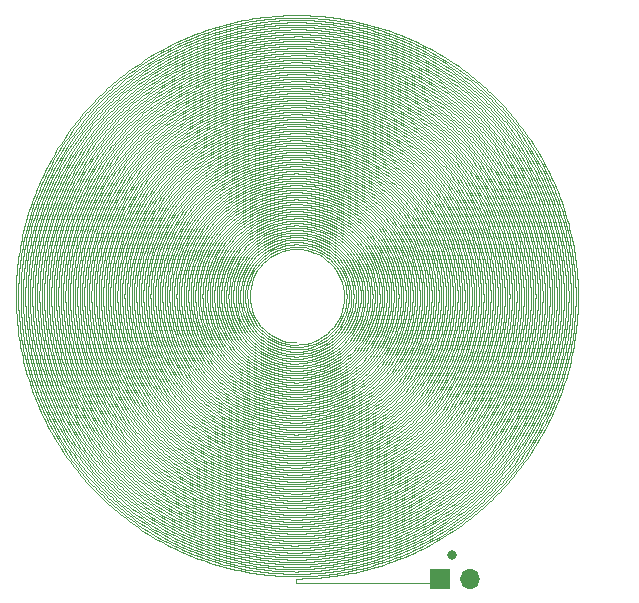
<source format=gbr>
%TF.GenerationSoftware,KiCad,Pcbnew,(7.0.0)*%
%TF.CreationDate,2023-03-14T23:56:54+08:00*%
%TF.ProjectId,U-core,552d636f-7265-42e6-9b69-6361645f7063,rev?*%
%TF.SameCoordinates,Original*%
%TF.FileFunction,Copper,L1,Top*%
%TF.FilePolarity,Positive*%
%FSLAX46Y46*%
G04 Gerber Fmt 4.6, Leading zero omitted, Abs format (unit mm)*
G04 Created by KiCad (PCBNEW (7.0.0)) date 2023-03-14 23:56:54*
%MOMM*%
%LPD*%
G01*
G04 APERTURE LIST*
%TA.AperFunction,ComponentPad*%
%ADD10R,1.700000X1.700000*%
%TD*%
%TA.AperFunction,ComponentPad*%
%ADD11O,1.700000X1.700000*%
%TD*%
%TA.AperFunction,ViaPad*%
%ADD12C,0.800000*%
%TD*%
%TA.AperFunction,ViaPad*%
%ADD13C,0.150000*%
%TD*%
%TA.AperFunction,Conductor*%
%ADD14C,0.100000*%
%TD*%
G04 APERTURE END LIST*
D10*
%TO.P,J1,1,Pin_1*%
%TO.N,/coil*%
X112159999Y-123899999D03*
D11*
%TO.P,J1,2,Pin_2*%
X114699999Y-123899999D03*
%TD*%
D12*
%TO.N,/coil*%
X113200000Y-121900000D03*
D13*
X100000000Y-103900000D03*
X127700000Y-103900000D03*
%TD*%
D14*
%TO.N,/coil*%
X111760000Y-124300000D02*
X112160000Y-123900000D01*
X100000000Y-123900000D02*
X100000000Y-124300000D01*
X100000000Y-124300000D02*
X111760000Y-124300000D01*
X100100000Y-123899184D02*
X100000000Y-123900000D01*
X100100000Y-123899184D02*
X100100000Y-123900000D01*
X100326436Y-123897336D02*
X100100000Y-123899184D01*
X84657242Y-116490111D02*
X84420888Y-116267633D01*
X110911076Y-117805258D02*
X110630312Y-117974876D01*
X84936595Y-98350289D02*
X84975479Y-98021984D01*
X96352247Y-89210310D02*
X96673308Y-89106051D01*
X84326066Y-114754484D02*
X84104658Y-114516399D01*
X107348891Y-83117024D02*
X107649301Y-83250367D01*
X104300903Y-90956492D02*
X104607651Y-91107637D01*
X98679375Y-114041016D02*
X98350494Y-114006940D01*
X104867336Y-122164988D02*
X104547514Y-122233277D01*
X116093291Y-115399688D02*
X115865825Y-115634603D01*
X83679189Y-104543208D02*
X83593561Y-104226026D01*
X111244547Y-79006062D02*
X111530458Y-79161225D01*
X82902753Y-101312633D02*
X82880138Y-100984931D01*
X95138455Y-108871188D02*
X94844198Y-108704701D01*
X90314030Y-83441760D02*
X90597875Y-83278331D01*
X79874128Y-105786059D02*
X79786100Y-105472495D01*
X113134911Y-113833336D02*
X112894554Y-114058397D01*
X101650868Y-84082088D02*
X101979570Y-84118954D01*
X107188209Y-95984425D02*
X107353365Y-96292511D01*
X97079376Y-119689249D02*
X96757532Y-119639341D01*
X113860698Y-102330791D02*
X113802049Y-102660127D01*
X106342555Y-103111172D02*
X106178246Y-103429206D01*
X102722440Y-91621192D02*
X103049724Y-91733362D01*
X98682046Y-114643668D02*
X98353722Y-114611118D01*
X93595864Y-103965273D02*
X93418283Y-103665992D01*
X86975154Y-91843842D02*
X87153085Y-91565111D01*
X111469168Y-81440186D02*
X111745785Y-81613434D01*
X117765534Y-109751704D02*
X117605742Y-110038360D01*
X78834439Y-105783500D02*
X78750605Y-105469345D01*
X109477127Y-79247986D02*
X109772683Y-79385020D01*
X121849628Y-107373871D02*
X121743518Y-107682474D01*
X94509152Y-81194251D02*
X94824019Y-81104612D01*
X82983487Y-91182754D02*
X83136026Y-90893257D01*
X92321113Y-91606102D02*
X92572609Y-91381523D01*
X92063192Y-121279406D02*
X91759977Y-121164326D01*
X89676106Y-120904255D02*
X89386324Y-120759123D01*
X106437456Y-96283333D02*
X106608357Y-96593155D01*
X88931524Y-111998025D02*
X88691719Y-111773168D01*
X101756326Y-107694967D02*
X101409579Y-107767421D01*
X117218072Y-90564237D02*
X117373809Y-90853018D01*
X112950502Y-91246989D02*
X113133938Y-91523474D01*
X103076548Y-108339348D02*
X102747161Y-108454892D01*
X112277188Y-106443566D02*
X112118575Y-106738721D01*
X106090030Y-96896975D02*
X106245606Y-97219277D01*
X108126493Y-106918184D02*
X107901335Y-107175783D01*
X88373026Y-87907230D02*
X88612269Y-87680822D01*
X94215849Y-115251553D02*
X93909661Y-115132580D01*
X79115778Y-101627284D02*
X79092502Y-101302331D01*
X117598462Y-97045740D02*
X117650631Y-97371358D01*
X110768413Y-101360367D02*
X110721357Y-101698096D01*
X106273784Y-93238469D02*
X106523060Y-93476940D01*
X103455879Y-103988297D02*
X103163914Y-104226494D01*
X122114405Y-103899366D02*
X122055809Y-104220671D01*
X80735888Y-87128132D02*
X80917937Y-86858975D01*
X87903847Y-94809132D02*
X88038495Y-94504033D01*
X94698100Y-105055352D02*
X94462417Y-104798343D01*
X90711707Y-107162344D02*
X90510231Y-106894721D01*
X111531877Y-105232737D02*
X111389255Y-105538238D01*
X89070961Y-79553207D02*
X89358587Y-79401547D01*
X115850000Y-100000000D02*
X115847190Y-100331951D01*
X94512927Y-80153127D02*
X94828381Y-80068079D01*
X98378647Y-121842265D02*
X98055119Y-121816311D01*
X117181958Y-87193416D02*
X117375652Y-87456644D01*
X94840019Y-98554241D02*
X94948662Y-98204754D01*
X100753622Y-105241554D02*
X100377936Y-105284229D01*
X106449768Y-121754863D02*
X106135724Y-121845990D01*
X110012630Y-116244565D02*
X109731027Y-116415442D01*
X116951611Y-95116325D02*
X117040541Y-95434001D01*
X120472570Y-95135455D02*
X120546230Y-95454322D01*
X97642868Y-89672728D02*
X97974889Y-89601482D01*
X101312747Y-120656308D02*
X100984874Y-120675040D01*
X103576765Y-123626006D02*
X103253791Y-123673087D01*
X112899406Y-102009029D02*
X112844208Y-102340643D01*
X110582894Y-116356644D02*
X110305413Y-116533506D01*
X123275908Y-94830589D02*
X123344770Y-95148901D01*
X96118309Y-119931660D02*
X95799241Y-119867384D01*
X100679275Y-89419742D02*
X101018138Y-89445934D01*
X104569088Y-118537520D02*
X104248560Y-118614159D01*
X94198871Y-80243167D02*
X94512927Y-80153127D01*
X91949651Y-93146638D02*
X92172693Y-92891447D01*
X85798470Y-105793161D02*
X85676472Y-105486503D01*
X106650000Y-100000000D02*
X106641969Y-100360117D01*
X82654905Y-85870481D02*
X82861883Y-85619413D01*
X110406852Y-90300521D02*
X110631931Y-90546654D01*
X78635053Y-110340223D02*
X78495418Y-110047625D01*
X99669442Y-114096871D02*
X99339031Y-114085993D01*
X96915773Y-94182530D02*
X97234524Y-94022521D01*
X110243213Y-99657532D02*
X110250000Y-100000000D01*
X97263292Y-92708068D02*
X97592758Y-92591270D01*
X95489237Y-121845643D02*
X95171894Y-121778181D01*
X115810252Y-92647786D02*
X115947106Y-92948054D01*
X85293694Y-88990997D02*
X85492087Y-88729909D01*
X112190130Y-111955995D02*
X111956427Y-112190571D01*
X106460190Y-113853922D02*
X106156710Y-113992189D01*
X91522745Y-115555984D02*
X91236444Y-115397189D01*
X108648546Y-110074350D02*
X108391069Y-110290833D01*
X107329641Y-85760590D02*
X107622673Y-85914534D01*
X121601245Y-96744136D02*
X121648005Y-97067578D01*
X84069868Y-85451829D02*
X84291059Y-85212562D01*
X112130902Y-105841935D02*
X111982195Y-106142913D01*
X118758619Y-94181022D02*
X118853745Y-94495138D01*
X91247133Y-114941928D02*
X90965623Y-114774126D01*
X92358774Y-82837526D02*
X92659247Y-82706271D01*
X109074020Y-85603087D02*
X109351829Y-85781235D01*
X100656149Y-81210342D02*
X100984003Y-81224100D01*
X108403473Y-92555173D02*
X108625234Y-92811764D01*
X92708333Y-87370463D02*
X92997363Y-87207118D01*
X104627880Y-106128303D02*
X104340746Y-106336709D01*
X100330017Y-118696526D02*
X100000000Y-118700000D01*
X100334091Y-86603372D02*
X100668014Y-86615072D01*
X91195719Y-94525147D02*
X91378699Y-94239431D01*
X86997445Y-93896131D02*
X87141243Y-93597100D01*
X98673272Y-112834890D02*
X98343135Y-112797287D01*
X91622371Y-88808797D02*
X91890629Y-88611981D01*
X101043200Y-109036325D02*
X100696411Y-109070867D01*
X98364488Y-80471025D02*
X98691006Y-80445892D01*
X95469476Y-117118877D02*
X95153750Y-117032801D01*
X93626143Y-112144370D02*
X93334177Y-111987480D01*
X115089751Y-86530663D02*
X115306272Y-86776442D01*
X88282629Y-110786600D02*
X88061713Y-110542570D01*
X93635872Y-90323813D02*
X93919507Y-90142020D01*
X114978439Y-105216044D02*
X114866542Y-105528817D01*
X83039347Y-111920146D02*
X82853793Y-111652551D01*
X97700931Y-114726548D02*
X97375587Y-114672777D01*
X88190772Y-88657083D02*
X88421126Y-88421126D01*
X89612377Y-86823364D02*
X89872709Y-86621458D01*
X111360930Y-104614411D02*
X111230273Y-104926054D01*
X100674287Y-113080993D02*
X100337277Y-113094838D01*
X100653128Y-79009168D02*
X100979517Y-79021370D01*
X104549669Y-121824270D02*
X104228891Y-121889166D01*
X99676028Y-123098175D02*
X99352106Y-123091806D01*
X99667133Y-85804648D02*
X100000000Y-85800000D01*
X82535595Y-107322448D02*
X82411296Y-107020114D01*
X104240641Y-119845275D02*
X103918829Y-119911848D01*
X103577071Y-79504308D02*
X103898656Y-79562531D01*
X112450000Y-100000000D02*
X112446296Y-100337162D01*
X98991464Y-110454528D02*
X98656768Y-110417843D01*
X95100579Y-99261531D02*
X95167143Y-98896932D01*
X81201220Y-90275218D02*
X81352772Y-89986650D01*
X94610430Y-106601025D02*
X94348155Y-106379615D01*
X123738035Y-97723377D02*
X123767350Y-98047784D01*
X90984635Y-86804810D02*
X91258905Y-86620758D01*
X112704445Y-115026888D02*
X112451911Y-115237491D01*
X99338539Y-113885769D02*
X99008223Y-113866851D01*
X97567279Y-93662545D02*
X97901775Y-93542326D01*
X97369800Y-113858587D02*
X97045486Y-113793850D01*
X107668013Y-107426056D02*
X107426766Y-107668746D01*
X110715950Y-89754503D02*
X110943669Y-89997045D01*
X99220858Y-96082989D02*
X99608238Y-96022371D01*
X99642777Y-93411401D02*
X100000000Y-93400000D01*
X110694607Y-121133120D02*
X110402602Y-121278863D01*
X107349852Y-82899692D02*
X107650732Y-83031557D01*
X92231667Y-98277802D02*
X92312840Y-97940232D01*
X95714666Y-90319356D02*
X96026765Y-90186032D01*
X85685831Y-93892095D02*
X85818083Y-93589369D01*
X90130567Y-106342700D02*
X89952690Y-106058751D01*
X97080608Y-76786840D02*
X97403514Y-76748062D01*
X104892136Y-117832603D02*
X104573203Y-117917633D01*
X79407954Y-96111672D02*
X79470430Y-95791800D01*
X82475826Y-99015864D02*
X82496699Y-98688309D01*
X80267242Y-92355489D02*
X80386848Y-92052339D01*
X93591772Y-87569771D02*
X93889066Y-87420109D01*
X83109705Y-93891226D02*
X83223550Y-93583552D01*
X109104000Y-109104000D02*
X108863139Y-109339800D01*
X93611223Y-113917359D02*
X93312956Y-113777292D01*
X96043473Y-107765122D02*
X95741055Y-107604893D01*
X89222846Y-107501120D02*
X89035608Y-107226142D01*
X102447379Y-93857542D02*
X102777060Y-93997484D01*
X94531149Y-110585988D02*
X94235971Y-110429225D01*
X107762723Y-108722901D02*
X107506331Y-108945697D01*
X94402359Y-103367989D02*
X94226706Y-103060807D01*
X101151799Y-95951846D02*
X101521465Y-96072646D01*
X93079693Y-110431960D02*
X92803954Y-110244735D01*
X121432018Y-95778555D02*
X121493239Y-96099552D01*
X107586810Y-110900268D02*
X107308686Y-111089638D01*
X77567833Y-102270593D02*
X77536985Y-101947139D01*
X83088457Y-96091917D02*
X83164858Y-95772434D01*
X94532681Y-118935444D02*
X94220196Y-118842962D01*
X91166273Y-120053776D02*
X90869883Y-119921102D01*
X114551115Y-115246376D02*
X114312582Y-115471192D01*
X107075373Y-120291131D02*
X106765266Y-120397130D01*
X86886096Y-81618097D02*
X87152088Y-81430651D01*
X108872466Y-106951133D02*
X108659212Y-107216553D01*
X119177189Y-98358867D02*
X119202955Y-98686482D01*
X104308333Y-92537748D02*
X104605999Y-92716195D01*
X95797405Y-104454490D02*
X95544163Y-104203865D01*
X86280049Y-84664867D02*
X86524752Y-84448735D01*
X104537871Y-79489055D02*
X104856419Y-79561626D01*
X87797643Y-117237759D02*
X87533350Y-117048202D01*
X117950547Y-114494054D02*
X117743992Y-114746906D01*
X114541882Y-97022537D02*
X114605732Y-97349450D01*
X112918052Y-80227450D02*
X113189506Y-80406954D01*
X91314375Y-101028011D02*
X91279466Y-100686321D01*
X117316045Y-107973747D02*
X117176328Y-108271684D01*
X77139088Y-106405327D02*
X77053312Y-106092592D01*
X91808175Y-108664776D02*
X91567752Y-108432248D01*
X85619264Y-85850277D02*
X85849916Y-85618897D01*
X86933269Y-118095270D02*
X86671199Y-117903687D01*
X105342394Y-101110162D02*
X105256272Y-101472738D01*
X113927388Y-97016883D02*
X113994226Y-97344057D01*
X116369867Y-101653909D02*
X116333879Y-101983292D01*
X98023755Y-114167239D02*
X97696930Y-114118538D01*
X110349601Y-90831054D02*
X110568723Y-91083320D01*
X118308742Y-113705753D02*
X118111524Y-113966072D01*
X91737397Y-109674265D02*
X91486428Y-109455279D01*
X85046411Y-82291387D02*
X85295953Y-82083067D01*
X102306203Y-118150047D02*
X101978205Y-118189297D01*
X83611595Y-111342581D02*
X83427771Y-111073209D01*
X113414765Y-101005298D02*
X113386323Y-101339504D01*
X93601201Y-120954204D02*
X93291254Y-120857533D01*
X82193359Y-105166492D02*
X82104410Y-104851574D01*
X93291589Y-121905263D02*
X92982144Y-121808569D01*
X114273518Y-87118618D02*
X114491771Y-87363831D01*
X88514620Y-80323633D02*
X88796536Y-80161238D01*
X111745526Y-108450992D02*
X111547779Y-108720478D01*
X86184788Y-86416182D02*
X86415805Y-86184404D01*
X93914023Y-121877912D02*
X93602110Y-121789213D01*
X79859537Y-99347472D02*
X79872229Y-99021396D01*
X117177074Y-104887299D02*
X117084392Y-105204049D01*
X86970759Y-105486576D02*
X86845026Y-105179903D01*
X102995721Y-113771108D02*
X102667296Y-113839244D01*
X110804834Y-101021358D02*
X110768413Y-101360367D01*
X78372464Y-102273146D02*
X78340405Y-101949399D01*
X111350328Y-84489274D02*
X111613817Y-84684886D01*
X88249760Y-80949960D02*
X88527828Y-80780683D01*
X121945771Y-108296102D02*
X121828743Y-108600518D01*
X90704220Y-86756221D02*
X90975946Y-86568817D01*
X115563359Y-97031130D02*
X115622779Y-97357605D01*
X81725865Y-101635307D02*
X81699021Y-101308912D01*
X91389153Y-107663003D02*
X91169210Y-107409913D01*
X107691963Y-121982369D02*
X107383057Y-122088506D01*
X110159383Y-109448309D02*
X109928660Y-109691577D01*
X102294872Y-120367551D02*
X101968178Y-120402225D01*
X100000000Y-121900000D02*
X99675472Y-121898067D01*
X95715767Y-93745791D02*
X96008406Y-93553354D01*
X106740676Y-80100251D02*
X107049505Y-80207021D01*
X96436589Y-76877839D02*
X96758279Y-76830102D01*
X122058554Y-107990095D02*
X121945771Y-108296102D01*
X93427290Y-105115745D02*
X93220426Y-104840523D01*
X84836134Y-90361170D02*
X85014223Y-90085504D01*
X95782443Y-116373561D02*
X95465565Y-116289293D01*
X79481189Y-94839312D02*
X79562619Y-94523820D01*
X109960701Y-101369067D02*
X109909224Y-101708523D01*
X85346294Y-101651076D02*
X85312225Y-101321924D01*
X98673594Y-85262426D02*
X99004563Y-85235662D01*
X112844764Y-99663648D02*
X112850000Y-100000000D01*
X80275088Y-106409012D02*
X80176375Y-106098543D01*
X105479087Y-106469146D02*
X105207877Y-106691081D01*
X114780167Y-108533333D02*
X114612444Y-108818655D01*
X82553163Y-110825164D02*
X82383174Y-110547250D01*
X99342496Y-115687561D02*
X99014063Y-115671016D01*
X98287641Y-91170611D02*
X98626901Y-91110297D01*
X83434159Y-92074287D02*
X83577756Y-91779612D01*
X86308046Y-102638908D02*
X86248376Y-102312449D01*
X93658207Y-99643853D02*
X93686378Y-99288626D01*
X122655291Y-95784507D02*
X122713119Y-96105445D01*
X118825831Y-100986620D02*
X118806299Y-101315065D01*
X95708333Y-92566615D02*
X96010530Y-92398701D01*
X110636660Y-103026391D02*
X110539352Y-103352809D01*
X97494114Y-96164456D02*
X97818157Y-95968307D01*
X118837407Y-99342183D02*
X118846574Y-99671032D01*
X87466095Y-99331971D02*
X87487475Y-98998482D01*
X118447327Y-93868005D02*
X118548775Y-94180284D01*
X109166396Y-89653278D02*
X109414258Y-89877231D01*
X87587278Y-93600797D02*
X87742415Y-93306852D01*
X114650000Y-100000000D02*
X114646928Y-100333497D01*
X88344291Y-110258314D02*
X88128663Y-110009042D01*
X81490697Y-107931521D02*
X81364211Y-107630954D01*
X121041852Y-97064787D02*
X121085044Y-97389106D01*
X91236444Y-115397189D02*
X90953117Y-115233125D01*
X92851148Y-102396054D02*
X92746703Y-102063741D01*
X96931594Y-93281127D02*
X97254203Y-93141330D01*
X103943162Y-86141224D02*
X104262436Y-86235298D01*
X90099975Y-93637641D02*
X90284946Y-93357016D01*
X84187759Y-116041768D02*
X83957905Y-115812563D01*
X96426024Y-102781737D02*
X96206314Y-102478539D01*
X97065082Y-80423517D02*
X97389090Y-80377145D01*
X100650501Y-76608158D02*
X100975612Y-76619018D01*
X80046766Y-110895290D02*
X79892819Y-110609469D01*
X120906448Y-90810839D02*
X121035952Y-91110132D01*
X100781581Y-96070729D02*
X101163860Y-96163267D01*
X107530702Y-106068624D02*
X107310160Y-106334289D01*
X104592430Y-93918639D02*
X104869328Y-94136091D01*
X97317998Y-108914593D02*
X96993833Y-108811794D01*
X116766637Y-116997232D02*
X116533214Y-117224970D01*
X97396068Y-78762925D02*
X97720181Y-78725203D01*
X110353056Y-108930608D02*
X110131349Y-109182519D01*
X76934586Y-101945545D02*
X76909123Y-101621903D01*
X91231168Y-85690566D02*
X91513489Y-85520621D01*
X112472645Y-107329711D02*
X112300641Y-107616235D01*
X106127655Y-85422885D02*
X106431862Y-85553801D01*
X77088557Y-101298295D02*
X77072029Y-100973968D01*
X119122543Y-111794960D02*
X118949366Y-112072077D01*
X91003343Y-87279576D02*
X91274987Y-87090924D01*
X89479036Y-111684714D02*
X89236181Y-111462303D01*
X94199286Y-96924656D02*
X94372812Y-96614233D01*
X95434735Y-85092844D02*
X95751989Y-84998652D01*
X118989064Y-107066637D02*
X118872624Y-107373389D01*
X100675455Y-88618138D02*
X101012525Y-88642213D01*
X108815592Y-96628322D02*
X108933951Y-96952159D01*
X99673063Y-117897596D02*
X99346213Y-117889220D01*
X111759461Y-112928393D02*
X111513093Y-113149069D01*
X120278058Y-97385434D02*
X120317866Y-97710726D01*
X113404796Y-85667857D02*
X113642782Y-85893468D01*
X78653082Y-102919784D02*
X78610942Y-102597102D01*
X119195625Y-105822929D02*
X119098278Y-106136383D01*
X92076496Y-118703639D02*
X91777529Y-118574706D01*
X111675838Y-103011814D02*
X111587633Y-103338340D01*
X113181643Y-104282976D02*
X113075027Y-104600498D01*
X114652793Y-105529721D02*
X114532748Y-105839739D01*
X116432496Y-108853392D02*
X116274178Y-109142297D01*
X97310439Y-89962421D02*
X97640063Y-89878781D01*
X109413326Y-83476806D02*
X109697405Y-83641275D01*
X103621816Y-86054554D02*
X103943162Y-86141224D01*
X101300168Y-76434084D02*
X101624777Y-76453798D01*
X94227511Y-111329148D02*
X93932529Y-111174892D01*
X110432028Y-103676105D02*
X110314788Y-103995970D01*
X89800399Y-103951346D02*
X89682630Y-103635701D01*
X101133267Y-104965169D02*
X100759406Y-105038328D01*
X105185434Y-82128074D02*
X105500205Y-82221836D01*
X99344818Y-80612143D02*
X99672353Y-80603305D01*
X98324889Y-87919975D02*
X98658286Y-87877533D01*
X117601096Y-93866005D02*
X117707144Y-94177418D01*
X103253791Y-123673087D02*
X102930198Y-123715752D01*
X87692055Y-81067344D02*
X87965917Y-80891558D01*
X114001045Y-80729215D02*
X114263212Y-80921900D01*
X114632363Y-88150946D02*
X114837367Y-88407778D01*
X107383821Y-120180417D02*
X107075373Y-120291131D01*
X114146060Y-116688895D02*
X113895123Y-116899012D01*
X121252448Y-91108730D02*
X121376557Y-91410193D01*
X100654969Y-80409882D02*
X100982252Y-80423030D01*
X94594335Y-103665132D02*
X94402359Y-103367989D01*
X120209590Y-101310912D02*
X120186226Y-101638037D01*
X107142168Y-92135679D02*
X107391272Y-92367905D01*
X92448990Y-103034246D02*
X92325742Y-102711488D01*
X116765753Y-98348717D02*
X116795565Y-98678160D01*
X105461183Y-93072523D02*
X105729755Y-93291318D01*
X94664641Y-100364949D02*
X94650000Y-100000000D01*
X80184768Y-94521675D02*
X80273697Y-94207835D01*
X101956913Y-123616430D02*
X101631359Y-123641589D01*
X108605594Y-120775741D02*
X108302694Y-120899133D01*
X99023824Y-120077830D02*
X98698797Y-120059904D01*
X91722171Y-109922652D02*
X91468887Y-109706841D01*
X94860094Y-123143058D02*
X94544370Y-123071118D01*
X88626302Y-94204811D02*
X88781167Y-93908671D01*
X113740936Y-107933333D02*
X113572350Y-108219707D01*
X88283787Y-118994875D02*
X88008517Y-118822857D01*
X104908829Y-89695329D02*
X105212466Y-89844480D01*
X85803693Y-81677016D02*
X86061792Y-81479365D01*
X115914972Y-107664246D02*
X115769408Y-107960766D01*
X107908333Y-86302365D02*
X108193806Y-86470418D01*
X107308686Y-111089638D02*
X107025836Y-111271912D01*
X104918285Y-106409634D02*
X104634816Y-106619204D01*
X80482305Y-94207251D02*
X80577171Y-93895015D01*
X122168321Y-103577250D02*
X122114405Y-103899366D01*
X105504718Y-97522527D02*
X105646060Y-97858732D01*
X103975666Y-89517029D02*
X104290838Y-89641001D01*
X102015210Y-112939092D02*
X101681492Y-112987503D01*
X89441667Y-118287570D02*
X89161050Y-118123230D01*
X96442664Y-121006258D02*
X96122647Y-120950043D01*
X112876947Y-108203520D02*
X112695502Y-108482863D01*
X85273057Y-108755246D02*
X85107523Y-108471848D01*
X92365342Y-103348871D02*
X92232246Y-103030987D01*
X113489599Y-103960904D02*
X113392240Y-104281034D01*
X106220833Y-94024808D02*
X106457345Y-94279292D01*
X100654869Y-122089352D02*
X100327477Y-122097102D01*
X98055656Y-122017117D02*
X97732611Y-121986667D01*
X78073101Y-100975436D02*
X78060583Y-100650424D01*
X104526426Y-77035649D02*
X104845294Y-77100354D01*
X104939847Y-108094246D02*
X104641502Y-108270273D01*
X112443484Y-92687425D02*
X112609711Y-92976437D01*
X90471695Y-113002692D02*
X90208048Y-112806139D01*
X123043340Y-93881746D02*
X123125179Y-94196953D01*
X90228270Y-88125713D02*
X90485597Y-87917674D01*
X108063071Y-109258312D02*
X107805461Y-109477647D01*
X87469480Y-100667848D02*
X87455295Y-100334065D01*
X113088371Y-113321436D02*
X112851616Y-113550759D01*
X117293599Y-105202869D02*
X117196242Y-105518030D01*
X97702197Y-82756643D02*
X98028856Y-82715648D01*
X100345535Y-91205535D02*
X100690636Y-91224635D01*
X94835859Y-109616853D02*
X94541667Y-109454111D01*
X98338918Y-112191672D02*
X98009245Y-112143071D01*
X77443022Y-104197200D02*
X77385443Y-103877655D01*
X94844536Y-118400093D02*
X94530986Y-118309913D01*
X91933036Y-89578341D02*
X92199156Y-89376677D01*
X92456996Y-112403941D02*
X92176207Y-112229634D01*
X80426708Y-102604315D02*
X80385802Y-102280396D01*
X87604762Y-98002944D02*
X87661485Y-97673527D01*
X85682243Y-99006190D02*
X85708286Y-98675678D01*
X123586027Y-103570713D02*
X123535484Y-103892604D01*
X92351115Y-81533958D02*
X92654084Y-81410796D01*
X100353364Y-92807112D02*
X100706030Y-92831560D01*
X110826594Y-99318848D02*
X110843647Y-99659225D01*
X99626527Y-95016355D02*
X100000000Y-95000000D01*
X121733618Y-102284295D02*
X121697488Y-102609219D01*
X89256304Y-100337634D02*
X89250000Y-100000000D01*
X102288804Y-80731699D02*
X102613982Y-80772572D01*
X89091218Y-80454340D02*
X89376422Y-80297344D01*
X121824953Y-92017829D02*
X121935174Y-92324551D01*
X87155911Y-119222538D02*
X86887334Y-119040883D01*
X117645871Y-112577744D02*
X117454281Y-112843104D01*
X110941769Y-96658705D02*
X111036887Y-96984165D01*
X95168964Y-120957606D02*
X94852872Y-120882718D01*
X78046929Y-93276947D02*
X78143835Y-92966828D01*
X105515977Y-88878055D02*
X105815533Y-89030741D01*
X121286703Y-97389983D02*
X121324513Y-97714854D01*
X112721515Y-110145070D02*
X112512423Y-110402874D01*
X98979343Y-89854402D02*
X99318857Y-89824901D01*
X92982224Y-121598493D02*
X92674378Y-121496511D01*
X120971378Y-92019757D02*
X121085658Y-92325448D01*
X89225939Y-91104184D02*
X89440117Y-90849810D01*
X120040306Y-100656052D02*
X120027410Y-100983884D01*
X105516796Y-87773523D02*
X105820240Y-87914146D01*
X113532948Y-106146956D02*
X113392259Y-106449372D01*
X99351384Y-122291492D02*
X99027227Y-122280163D01*
X113319480Y-83223049D02*
X113574085Y-83427744D01*
X107216523Y-104031392D02*
X107040075Y-104334746D01*
X113634885Y-82453946D02*
X113891281Y-82655630D01*
X81899606Y-101309497D02*
X81878340Y-100982528D01*
X108240970Y-91520242D02*
X108480410Y-91758396D01*
X103931290Y-84688637D02*
X104251264Y-84773684D01*
X91135163Y-92561519D02*
X91354568Y-92306219D01*
X96602536Y-95077923D02*
X96904927Y-94880124D01*
X109359305Y-85547560D02*
X109634764Y-85728983D01*
X80655455Y-104845556D02*
X80578255Y-104528516D01*
X94217479Y-113528881D02*
X93915077Y-113396376D01*
X92190328Y-96020773D02*
X92351482Y-95716624D01*
X92674598Y-84897163D02*
X92972273Y-84755682D01*
X118497674Y-96404416D02*
X118558155Y-96727697D01*
X79363697Y-88210574D02*
X79526275Y-87929589D01*
X106975587Y-89484708D02*
X107253525Y-89673435D01*
X101950197Y-76879424D02*
X102274304Y-76908604D01*
X105171968Y-79226381D02*
X105488285Y-79307199D01*
X100325579Y-77201870D02*
X100651104Y-77208389D01*
X90290390Y-119199338D02*
X90001302Y-119050927D01*
X96355746Y-108352719D02*
X96045460Y-108211688D01*
X106428730Y-86431870D02*
X106727628Y-86576778D01*
X116996268Y-98678946D02*
X117019305Y-99008738D01*
X110389946Y-102371437D02*
X110309587Y-102703492D01*
X91138564Y-80096890D02*
X91437107Y-79966117D01*
X115369146Y-92650992D02*
X115509325Y-92950147D01*
X87188158Y-105486351D02*
X87060520Y-105180186D01*
X119514766Y-107374015D02*
X119396997Y-107679814D01*
X89479859Y-83960754D02*
X89754940Y-83783022D01*
X84679000Y-102627049D02*
X84626023Y-102301363D01*
X80386848Y-92052339D02*
X80511111Y-91751061D01*
X92488104Y-89660763D02*
X92760856Y-89466981D01*
X99669968Y-83403914D02*
X100000000Y-83400000D01*
X123450000Y-100000000D02*
X123448177Y-100325971D01*
X86429051Y-108721519D02*
X86253415Y-108443217D01*
X113664230Y-93261548D02*
X113808606Y-93560941D01*
X85958507Y-92401124D02*
X86117979Y-92112228D01*
X112767925Y-94169084D02*
X112903768Y-94474284D01*
X120310425Y-94501373D02*
X120393962Y-94817780D01*
X77837076Y-97082196D02*
X77881399Y-96760102D01*
X118036796Y-99340820D02*
X118046408Y-99670344D01*
X105807697Y-80643203D02*
X106120538Y-80739294D01*
X91241262Y-109229784D02*
X91002066Y-108997934D01*
X110361469Y-118820239D02*
X110073486Y-118976490D01*
X94832732Y-114624794D02*
X94523240Y-114512454D01*
X96340763Y-105870702D02*
X96047193Y-105679153D01*
X80524556Y-103249877D02*
X80472964Y-102927505D01*
X102277647Y-77913860D02*
X102601677Y-77949212D01*
X117751037Y-86619094D02*
X117945931Y-86880842D01*
X86709817Y-113751941D02*
X86476583Y-113523417D01*
X122166536Y-101957539D02*
X122135876Y-102282776D01*
X86506563Y-89059129D02*
X86715565Y-88805348D01*
X91591750Y-88088224D02*
X91864675Y-87899310D01*
X107954475Y-82510339D02*
X108252151Y-82648204D01*
X108253472Y-114957994D02*
X107962152Y-115115773D01*
X94841038Y-117358804D02*
X94528307Y-117263382D01*
X80773602Y-96425519D02*
X80835494Y-96104643D01*
X92079626Y-118270087D02*
X91781541Y-118138525D01*
X86785896Y-110897592D02*
X86579100Y-110642856D01*
X76658139Y-99350889D02*
X76668975Y-99026472D01*
X111529714Y-119534212D02*
X111247247Y-119698730D01*
X116034975Y-99336789D02*
X116045914Y-99668310D01*
X87377974Y-112158575D02*
X87152393Y-111920837D01*
X108503577Y-85491504D02*
X108787120Y-85660724D01*
X88060169Y-89693815D02*
X88278129Y-89445580D01*
X93881407Y-83509856D02*
X94190627Y-83397766D01*
X111192881Y-87174382D02*
X111439897Y-87393381D01*
X94216375Y-116316096D02*
X93908431Y-116204288D01*
X95770204Y-82100361D02*
X96090248Y-82027160D01*
X108163506Y-87632817D02*
X108439353Y-87818516D01*
X84880394Y-108476786D02*
X84722155Y-108189427D01*
X110852031Y-106135474D02*
X110682645Y-106427534D01*
X87913053Y-85368834D02*
X88167054Y-85161955D01*
X88725029Y-85485806D02*
X88985549Y-85286416D01*
X101034770Y-91257274D02*
X101377405Y-91303404D01*
X92424921Y-113997519D02*
X92136929Y-113838548D01*
X96058216Y-110174918D02*
X95746366Y-110049607D01*
X102352081Y-89042878D02*
X102682176Y-89117983D01*
X91844812Y-106008785D02*
X91647705Y-105733526D01*
X115322934Y-107955900D02*
X115168264Y-108248240D01*
X91346347Y-88767846D02*
X91611594Y-88567467D01*
X122739103Y-102280596D02*
X122704670Y-102605118D01*
X112527884Y-95717838D02*
X112633112Y-96036336D01*
X97316139Y-89547051D02*
X97645580Y-89466930D01*
X118148765Y-106450073D02*
X118036506Y-106759178D01*
X92681568Y-85564042D02*
X92977282Y-85417175D01*
X105195629Y-120235639D02*
X104877257Y-120315239D01*
X93579470Y-77923713D02*
X93892391Y-77834633D01*
X121531418Y-107682395D02*
X121419948Y-107989228D01*
X92428421Y-92908442D02*
X92663767Y-92663767D01*
X81843909Y-93275722D02*
X81959567Y-92969839D01*
X84390156Y-112388853D02*
X84189129Y-112132108D01*
X110606150Y-87989715D02*
X110852546Y-88210992D01*
X104183418Y-100782016D02*
X104096246Y-101165482D01*
X88146363Y-115760408D02*
X87887079Y-115562682D01*
X112953418Y-114812101D02*
X112704445Y-115026888D01*
X86665010Y-99334478D02*
X86684955Y-99002175D01*
X114273040Y-106451821D02*
X114133492Y-106753609D01*
X105544790Y-113167484D02*
X105234860Y-113294544D01*
X88228054Y-80260846D02*
X88508333Y-80095849D01*
X96742939Y-80272272D02*
X97066078Y-80221107D01*
X84561532Y-87329977D02*
X84770505Y-87078736D01*
X103888836Y-77528558D02*
X104209404Y-77585933D01*
X111555083Y-91028530D02*
X111756890Y-91293454D01*
X97909877Y-105742566D02*
X97578779Y-105613021D01*
X107650000Y-100000000D02*
X107643306Y-100353371D01*
X116847648Y-84304165D02*
X117068405Y-84543843D01*
X104079272Y-98839347D02*
X104171853Y-99220145D01*
X110498880Y-91627423D02*
X110704983Y-91891290D01*
X93664673Y-109857962D02*
X93385239Y-109673780D01*
X115555927Y-115092976D02*
X115326539Y-115326539D01*
X111829486Y-85618109D02*
X112081827Y-85828694D01*
X119181404Y-95766264D02*
X119249992Y-96087267D01*
X121440441Y-105181010D02*
X121361770Y-105498269D01*
X80386749Y-107331163D02*
X80274642Y-107025420D01*
X82576350Y-114902538D02*
X82366864Y-114654774D01*
X102217744Y-104352567D02*
X101870365Y-104515461D01*
X108974743Y-95081706D02*
X109135025Y-95383863D01*
X114942518Y-116790772D02*
X114697037Y-117006669D01*
X94806621Y-85301305D02*
X95119565Y-85193743D01*
X78077393Y-90831529D02*
X78204268Y-90532778D01*
X110096617Y-90848960D02*
X110318745Y-91098989D01*
X95462162Y-80118434D02*
X95781298Y-80047757D01*
X108058226Y-98263320D02*
X108126004Y-98606657D01*
X83864738Y-100658683D02*
X83854010Y-100329423D01*
X95457593Y-106487229D02*
X95178102Y-106284020D01*
X102989477Y-114386151D02*
X102661358Y-114451186D01*
X83571203Y-114821695D02*
X83355042Y-114579234D01*
X99668667Y-84604250D02*
X100000000Y-84600000D01*
X112081827Y-85828694D02*
X112330419Y-86043706D01*
X100371126Y-94810982D02*
X100740684Y-94848429D01*
X104875946Y-83287738D02*
X105191518Y-83382429D01*
X90007678Y-108818277D02*
X89790330Y-108566930D01*
X109409903Y-105826365D02*
X109226834Y-106113922D01*
X83926252Y-103909705D02*
X83851078Y-103589489D01*
X90154629Y-93927285D02*
X90334644Y-93642995D01*
X82958520Y-95773640D02*
X83039952Y-95455569D01*
X108077102Y-96936759D02*
X108195112Y-97264070D01*
X90898151Y-83797823D02*
X91185246Y-83639218D01*
X105861645Y-96892352D02*
X106022858Y-97213529D01*
X115433627Y-91470136D02*
X115590954Y-91759940D01*
X107665817Y-78303625D02*
X107972227Y-78413853D01*
X115038144Y-90050858D02*
X115217838Y-90326863D01*
X100988557Y-119072750D02*
X100659220Y-119087521D01*
X98692074Y-80044900D02*
X99018723Y-80025651D01*
X105146961Y-94108830D02*
X105407072Y-94344646D01*
X106885773Y-91911579D02*
X107142168Y-92135679D01*
X120817172Y-110387161D02*
X120669846Y-110678295D01*
X102354732Y-89247965D02*
X102684964Y-89324627D01*
X93915195Y-122500155D02*
X93602901Y-122413826D01*
X91799103Y-85356245D02*
X92087900Y-85197503D01*
X118825707Y-112628047D02*
X118642153Y-112898284D01*
X101701895Y-110963793D02*
X101363578Y-111011976D01*
X92412964Y-87079856D02*
X92700298Y-86914562D01*
X111660762Y-87872089D02*
X111897072Y-88102928D01*
X103570205Y-78083753D02*
X103891629Y-78138064D01*
X94824019Y-81104612D02*
X95140348Y-81020246D01*
X102316012Y-85377274D02*
X102643662Y-85432220D01*
X77797444Y-97404893D02*
X77837076Y-97082196D01*
X97659459Y-110038034D02*
X97332007Y-109957085D01*
X122334468Y-104858566D02*
X122263256Y-105177098D01*
X89403040Y-93624021D02*
X89578858Y-93338936D01*
X91758916Y-121378285D02*
X91457052Y-121259944D01*
X109680786Y-104932607D02*
X109521948Y-105234735D01*
X118055404Y-97373769D02*
X118100446Y-97700100D01*
X83057638Y-88336037D02*
X83244420Y-88068405D01*
X77159371Y-97729995D02*
X77193333Y-97406957D01*
X115593696Y-94794059D02*
X115695978Y-95108935D01*
X77524637Y-107643626D02*
X77421918Y-107336063D01*
X78316959Y-109156928D02*
X78192443Y-108857464D01*
X98652132Y-88683763D02*
X98987978Y-88647851D01*
X94263342Y-100360920D02*
X94250000Y-100000000D01*
X77182367Y-103876872D02*
X77129799Y-103556553D01*
X95781298Y-80047757D02*
X96101534Y-79982203D01*
X89843849Y-106635345D02*
X89664125Y-106353439D01*
X99322116Y-109478062D02*
X98984132Y-109448957D01*
X93672235Y-91521371D02*
X93946655Y-91322075D01*
X103921384Y-119503369D02*
X103598475Y-119566057D01*
X106003347Y-93263723D02*
X106257805Y-93497732D01*
X96023026Y-95013032D02*
X96307870Y-94796430D01*
X111144297Y-104616119D02*
X111011263Y-104927224D01*
X110925340Y-87208071D02*
X111174802Y-87424574D01*
X105815217Y-123173675D02*
X105498253Y-123251365D01*
X101093725Y-94501473D02*
X101451543Y-94582766D01*
X89841472Y-114761488D02*
X89573224Y-114573963D01*
X90074551Y-91962530D02*
X90287715Y-91704925D01*
X90945070Y-85633375D02*
X91225041Y-85459961D01*
X77269510Y-99025632D02*
X77285288Y-98701126D01*
X81917355Y-114420428D02*
X81716541Y-114165683D01*
X91780271Y-96967582D02*
X91904506Y-96646736D01*
X119291667Y-111515359D02*
X119122543Y-111794960D01*
X95744405Y-109613463D02*
X95438022Y-109473044D01*
X94529351Y-117682632D02*
X94217956Y-117583863D01*
X80846187Y-87690592D02*
X81023533Y-87418089D01*
X86073531Y-95753804D02*
X86173108Y-95437666D01*
X96760173Y-120247484D02*
X96439248Y-120194030D01*
X105026060Y-95991851D02*
X105244348Y-96278937D01*
X79654670Y-97074783D02*
X79703144Y-96752273D01*
X107990602Y-118647178D02*
X107687795Y-118774602D01*
X89598648Y-86579913D02*
X89860468Y-86380245D01*
X83753207Y-95136030D02*
X83849993Y-94821709D01*
X97410040Y-121951477D02*
X97088014Y-121911555D01*
X92983190Y-120333944D02*
X92676718Y-120226101D01*
X97588057Y-92803740D02*
X97922576Y-92698612D01*
X96079869Y-83671478D02*
X96401080Y-83597048D01*
X110036412Y-91384023D02*
X110252082Y-91640528D01*
X91152108Y-121783989D02*
X90852627Y-121660414D01*
X109854366Y-92757067D02*
X110050919Y-93030848D01*
X102229438Y-104119640D02*
X101882683Y-104292085D01*
X105797538Y-77734296D02*
X106112156Y-77818131D01*
X108836890Y-83162713D02*
X109126459Y-83317270D01*
X76508055Y-101621033D02*
X76487512Y-101297220D01*
X108598171Y-119473002D02*
X108297471Y-119603551D01*
X76944779Y-95165829D02*
X77013147Y-94848526D01*
X109555147Y-94483333D02*
X109721365Y-94779737D01*
X116213731Y-107965070D02*
X116066069Y-108260136D01*
X102620960Y-120327647D02*
X102294872Y-120367551D01*
X114879588Y-116036382D02*
X114638347Y-116257532D01*
X105814073Y-89256534D02*
X106108333Y-89420056D01*
X84816259Y-117702997D02*
X84571354Y-117490558D01*
X92073669Y-119135855D02*
X91773876Y-119009452D01*
X104255927Y-85398575D02*
X104573652Y-85494230D01*
X99339278Y-83814779D02*
X99669557Y-83804020D01*
X123027881Y-99021788D02*
X123039868Y-99347737D01*
X121161207Y-95457487D02*
X121227871Y-95777514D01*
X103272157Y-120029322D02*
X102947466Y-120080192D01*
X85010685Y-103276084D02*
X84942995Y-102952945D01*
X115472875Y-97683832D02*
X115519221Y-98012686D01*
X94515193Y-79530422D02*
X94830942Y-79447911D01*
X105516794Y-88213250D02*
X105818816Y-88358471D01*
X89345682Y-96679980D02*
X89449909Y-96359389D01*
X88559186Y-94808584D02*
X88700677Y-94505493D01*
X95765895Y-113459422D02*
X95451295Y-113357171D01*
X113218588Y-114844453D02*
X112971688Y-115061378D01*
X95120622Y-84982818D02*
X95435995Y-84883287D01*
X105500086Y-122839562D02*
X105182173Y-122914240D01*
X94500564Y-83713818D02*
X94813349Y-83610883D01*
X93317179Y-113333822D02*
X93023513Y-113183344D01*
X86653356Y-99667155D02*
X86665010Y-99334478D01*
X116599890Y-101323046D02*
X116570934Y-101652890D01*
X89912826Y-87351084D02*
X90172550Y-87147436D01*
X112762681Y-107625347D02*
X112588974Y-107910177D01*
X117096489Y-107972224D02*
X116955250Y-108269628D01*
X115278657Y-88655795D02*
X115472636Y-88920885D01*
X89463234Y-88528327D02*
X89708652Y-88306757D01*
X92689636Y-117008434D02*
X92390371Y-116877281D01*
X81531531Y-92968952D02*
X81649817Y-92664361D01*
X87093571Y-85014394D02*
X87342770Y-84802644D01*
X107244312Y-95683327D02*
X107417667Y-95985759D01*
X117947907Y-92033023D02*
X118079017Y-92333834D01*
X102881040Y-103160350D02*
X102578922Y-103415044D01*
X92121269Y-92360271D02*
X92359589Y-92120565D01*
X89376020Y-106647343D02*
X89202099Y-106362601D01*
X101310983Y-81043079D02*
X101638044Y-81067984D01*
X85085634Y-102629805D02*
X85031128Y-102303930D01*
X82813573Y-96414040D02*
X82883051Y-96093168D01*
X100000000Y-106700000D02*
X99649262Y-106692482D01*
X116189018Y-114106647D02*
X115972373Y-114352211D01*
X100683768Y-90221655D02*
X101024727Y-90250370D01*
X117706581Y-86893307D02*
X117899239Y-87156852D01*
X95484544Y-120618203D02*
X95167460Y-120546701D01*
X114958292Y-94790972D02*
X115064735Y-95105171D01*
X109803448Y-120679875D02*
X109507339Y-120818169D01*
X83782283Y-103267828D02*
X83719894Y-102944851D01*
X96140989Y-97196264D02*
X96370963Y-96900509D01*
X85336585Y-87648454D02*
X85549191Y-87399548D01*
X98677257Y-84458892D02*
X99007378Y-84433643D01*
X112559690Y-82157752D02*
X112825474Y-82347249D01*
X76821194Y-95803092D02*
X76880791Y-95484037D01*
X81343455Y-111146767D02*
X81178381Y-110866667D01*
X101910120Y-103836038D02*
X101549089Y-103998660D01*
X83482109Y-88079765D02*
X83674877Y-87816244D01*
X104219294Y-79625801D02*
X104538906Y-79694100D01*
X85675063Y-86368581D02*
X85902028Y-86133227D01*
X85366805Y-117383075D02*
X85119778Y-117172691D01*
X111043779Y-99659745D02*
X111050000Y-100000000D01*
X100327665Y-80602230D02*
X100655255Y-80609993D01*
X92685963Y-117657648D02*
X92385343Y-117530699D01*
X105211153Y-88075863D02*
X105516794Y-88213250D01*
X99674005Y-78002887D02*
X100000000Y-78000000D01*
X116685972Y-85620053D02*
X116897588Y-85868587D01*
X87633787Y-112134366D02*
X87405931Y-111898587D01*
X106767182Y-119339495D02*
X106456503Y-119445959D01*
X89720396Y-82630981D02*
X90002747Y-82466352D01*
X108618936Y-97272372D02*
X108718263Y-97604179D01*
X83720097Y-103908459D02*
X83645887Y-103588205D01*
X115622779Y-97357605D02*
X115675350Y-97685266D01*
X98382506Y-123646919D02*
X98059636Y-123623053D01*
X103702109Y-96036009D02*
X103965579Y-96296407D01*
X101991537Y-85935827D02*
X102320812Y-85985642D01*
X100678352Y-112079182D02*
X100339335Y-112094348D01*
X105529357Y-116803514D02*
X105214359Y-116904538D01*
X95050603Y-96315310D02*
X95271803Y-96032572D01*
X96105397Y-117273448D02*
X95786728Y-117199102D01*
X118512853Y-88808590D02*
X118680183Y-89089228D01*
X85137636Y-92685994D02*
X85285430Y-92391653D01*
X100362387Y-94009027D02*
X100723684Y-94039929D01*
X95165156Y-119929499D02*
X94849437Y-119850770D01*
X98678113Y-84258070D02*
X99008035Y-84233174D01*
X108862186Y-116448818D02*
X108570766Y-116603159D01*
X91503429Y-85064063D02*
X91790793Y-84903517D01*
X103273151Y-82700981D02*
X103596172Y-82764628D01*
X88517956Y-120751276D02*
X88235377Y-120592888D01*
X87140562Y-96381915D02*
X87234002Y-96062211D01*
X114224123Y-105531459D02*
X114100711Y-105840706D01*
X104251361Y-118202825D02*
X103929565Y-118275569D01*
X83386721Y-104224882D02*
X83308248Y-103906020D01*
X96370963Y-96900509D02*
X96623565Y-96623565D01*
X87692408Y-119805006D02*
X87418061Y-119632385D01*
X91811922Y-115709457D02*
X91522745Y-115555984D01*
X79540035Y-98046310D02*
X79573106Y-97721883D01*
X98535434Y-104266134D02*
X98187085Y-104133030D01*
X107685685Y-118125050D02*
X107381945Y-118251439D01*
X85208163Y-88443350D02*
X85411675Y-88186607D01*
X86089996Y-81961187D02*
X86348727Y-81764034D01*
X109747755Y-81156810D02*
X110037004Y-81308722D01*
X93576201Y-84707037D02*
X93881295Y-84581753D01*
X93839280Y-94328658D02*
X94077981Y-94077981D01*
X108878182Y-117569328D02*
X108583594Y-117715707D01*
X106449114Y-121963666D02*
X106134949Y-122053955D01*
X92776873Y-98607856D02*
X92849823Y-98265386D01*
X100000000Y-84800000D02*
X100331601Y-84802923D01*
X80691094Y-94206672D02*
X80786946Y-93894605D01*
X95153750Y-117032801D02*
X94839659Y-116940902D01*
X104257220Y-117378503D02*
X103935487Y-117454778D01*
X89934066Y-78669864D02*
X90228737Y-78532796D01*
X114482174Y-117710953D02*
X114228077Y-117916301D01*
X94225203Y-121133710D02*
X93912541Y-121046270D01*
X115437064Y-100664752D02*
X115419871Y-100996788D01*
X99329491Y-87419551D02*
X99664604Y-87405312D01*
X100000000Y-120700000D02*
X99674851Y-120697946D01*
X103618699Y-116705773D02*
X103294190Y-116773409D01*
X108804819Y-97939593D02*
X108878474Y-98278121D01*
X103612934Y-85022056D02*
X103934540Y-85102597D01*
X109474870Y-79466879D02*
X109769976Y-79605135D01*
X93228353Y-96628120D02*
X93390019Y-96318265D01*
X92039915Y-79718034D02*
X92344045Y-79600780D01*
X118624910Y-107981060D02*
X118493700Y-108281818D01*
X108503640Y-113175948D02*
X108222414Y-113354048D01*
X120076218Y-97384473D02*
X120116451Y-97709853D01*
X120181088Y-98362380D02*
X120205475Y-98689355D01*
X106587038Y-92445665D02*
X106841853Y-92674164D01*
X82263858Y-111116894D02*
X82092691Y-110839977D01*
X114343229Y-104590332D02*
X114238837Y-104906740D01*
X88915621Y-117028582D02*
X88643829Y-116849159D01*
X110645548Y-100341382D02*
X110630155Y-100682479D01*
X110659199Y-79151840D02*
X110948174Y-79301630D01*
X113460458Y-112060624D02*
X113238363Y-112304850D01*
X102432793Y-107715835D02*
X102094277Y-107815950D01*
X79298672Y-110329358D02*
X79155442Y-110038210D01*
X83338970Y-105482472D02*
X83238798Y-105170146D01*
X98348799Y-84289869D02*
X98678113Y-84258070D01*
X107519037Y-109195395D02*
X107253942Y-109407079D01*
X101425723Y-93753498D02*
X101774219Y-93841550D01*
X106741370Y-80946618D02*
X107049198Y-81057796D01*
X109650892Y-85259914D02*
X109925163Y-85442460D01*
X110335580Y-92740143D02*
X110525885Y-93017386D01*
X82547785Y-90301177D02*
X82708359Y-90016667D01*
X105537404Y-115105865D02*
X105224244Y-115217702D01*
X81723524Y-95780543D02*
X81799408Y-95462083D01*
X109772683Y-79385020D02*
X110066259Y-79526263D01*
X88592397Y-89995801D02*
X88812840Y-89748857D01*
X86712766Y-117182816D02*
X86456911Y-116982497D01*
X85368349Y-83068993D02*
X85615842Y-82857628D01*
X87997057Y-106674421D02*
X87838602Y-106382794D01*
X116203660Y-93556122D02*
X116323267Y-93863704D01*
X111097386Y-115274241D02*
X110829442Y-115466046D01*
X102663287Y-114247328D02*
X102333612Y-114305769D01*
X122630211Y-100978980D02*
X122614211Y-101305017D01*
X114222008Y-81643843D02*
X114478324Y-81844756D01*
X105242666Y-109308885D02*
X104942080Y-109473042D01*
X118888396Y-85472235D02*
X119085412Y-85731321D01*
X116018456Y-90878386D02*
X116179214Y-91165481D01*
X79129700Y-89949393D02*
X79272308Y-89657487D01*
X110265197Y-89029831D02*
X110505860Y-89259100D01*
X107688908Y-119205963D02*
X107383399Y-119326009D01*
X108894872Y-119118224D02*
X108596675Y-119254695D01*
X112380446Y-101346455D02*
X112340299Y-101681332D01*
X99668938Y-113696769D02*
X99338032Y-113685538D01*
X105846638Y-110803641D02*
X105547127Y-110961422D01*
X94070582Y-103961910D02*
X93881983Y-103666998D01*
X96397086Y-113019259D02*
X96078435Y-112927666D01*
X81600489Y-103576503D02*
X81540326Y-103254939D01*
X86018617Y-89030240D02*
X86223257Y-88773381D01*
X93738510Y-107696405D02*
X93478682Y-107478963D01*
X117811831Y-102954672D02*
X117755468Y-103279601D01*
X99672440Y-117097472D02*
X99344977Y-117088670D01*
X85918958Y-117061814D02*
X85669709Y-116853625D01*
X106719585Y-87472730D02*
X107011777Y-87633047D01*
X82391891Y-90588270D02*
X82547785Y-90301177D01*
X107156945Y-102101469D02*
X107050279Y-102440125D01*
X94144913Y-102425256D02*
X94016454Y-102093733D01*
X85427479Y-113881224D02*
X85204231Y-113643780D01*
X105205259Y-86347016D02*
X105514970Y-86468371D01*
X93909275Y-118745324D02*
X93600003Y-118642556D01*
X118741229Y-87673700D02*
X118918910Y-87947325D01*
X100000000Y-95600000D02*
X100383727Y-95613976D01*
X103084409Y-93478565D02*
X103401422Y-93636387D01*
X88815575Y-96365960D02*
X88923054Y-96047754D01*
X110663710Y-102034212D02*
X110595528Y-102368381D01*
X97548206Y-104490126D02*
X97232902Y-104305689D01*
X89026963Y-97989116D02*
X89091764Y-97658413D01*
X96380486Y-86277535D02*
X96702998Y-86195729D01*
X94153136Y-101071478D02*
X94097200Y-100716730D01*
X104570442Y-118331042D02*
X104249950Y-118408557D01*
X85134973Y-97043162D02*
X85202336Y-96719437D01*
X86654943Y-100332805D02*
X86650000Y-100000000D01*
X110644621Y-103673232D02*
X110529721Y-103993397D01*
X80564053Y-95468173D02*
X80640298Y-95150647D01*
X83705511Y-96088039D02*
X83784853Y-95768715D01*
X86865267Y-99333882D02*
X86885553Y-99001296D01*
X108785802Y-91214198D02*
X109021120Y-91454741D01*
X93322056Y-112887847D02*
X93030070Y-112733132D01*
X90827556Y-96661503D02*
X90948625Y-96343007D01*
X89242719Y-115805628D02*
X88974123Y-115620109D01*
X83534870Y-101642336D02*
X83504841Y-101314699D01*
X112686347Y-120234002D02*
X112409020Y-120405764D01*
X114796213Y-88681003D02*
X114994123Y-88943563D01*
X99665868Y-111696137D02*
X99331957Y-111682734D01*
X117090918Y-97694403D02*
X117132552Y-98022130D01*
X81039776Y-96103575D02*
X81107764Y-95783785D01*
X112486974Y-87280109D02*
X112720311Y-87512614D01*
X96090714Y-96612584D02*
X96340722Y-96340722D01*
X86650000Y-100000000D02*
X86653356Y-99667155D01*
X103687105Y-91775227D02*
X103999972Y-91921395D01*
X81925848Y-110560425D02*
X81763369Y-110278305D01*
X102011361Y-113344507D02*
X101678147Y-113391292D01*
X92066234Y-103657516D02*
X91927603Y-103343696D01*
X81611044Y-113360359D02*
X81421768Y-113096674D01*
X92414618Y-114670156D02*
X92124141Y-114516998D01*
X91788852Y-108919684D02*
X91545582Y-108690674D01*
X98958969Y-91870438D02*
X99304821Y-91832234D01*
X104027388Y-99603337D02*
X104050000Y-100000000D01*
X109230727Y-102056232D02*
X109150596Y-102392279D01*
X106741200Y-82866540D02*
X107046159Y-82989068D01*
X99269597Y-94452040D02*
X99633879Y-94414069D01*
X95740720Y-107832687D02*
X95443209Y-107664845D01*
X106316489Y-96901614D02*
X106466795Y-97224880D01*
X94534999Y-119767040D02*
X94221921Y-119678329D01*
X116848130Y-93556136D02*
X116963558Y-93864729D01*
X87125501Y-102645777D02*
X87061814Y-102318924D01*
X110463253Y-85822796D02*
X110726884Y-86020453D01*
X110275831Y-115601419D02*
X109999190Y-115780816D01*
X101957735Y-79289324D02*
X102282858Y-79322133D01*
X92244936Y-110334316D02*
X91980912Y-110131856D01*
X118833329Y-114005829D02*
X118637174Y-114266536D01*
X105843982Y-116271393D02*
X105531428Y-116380926D01*
X89724774Y-118447565D02*
X89441667Y-118287570D01*
X88286680Y-96053323D02*
X88397040Y-95737284D01*
X88855920Y-87459146D02*
X89103885Y-87242289D01*
X87719845Y-86328824D02*
X87965446Y-86111384D01*
X93573822Y-82344220D02*
X93882755Y-82234231D01*
X112914974Y-118887547D02*
X112644204Y-119070420D01*
X107933174Y-101398833D02*
X107865963Y-101743842D01*
X109122232Y-83543058D02*
X109408333Y-83704289D01*
X89103370Y-120386161D02*
X88818320Y-120231727D01*
X97883275Y-94184347D02*
X98224476Y-94069335D01*
X77845338Y-102916717D02*
X77804801Y-102594247D01*
X90547533Y-80371750D02*
X90842017Y-80232111D01*
X82936145Y-90022379D02*
X83102998Y-89741337D01*
X97704345Y-82352808D02*
X98030773Y-82312815D01*
X84175046Y-91494876D02*
X84332517Y-91206982D01*
X93910283Y-119584659D02*
X93600163Y-119486055D01*
X84452448Y-113707011D02*
X84238685Y-113461434D01*
X89822648Y-115231484D02*
X89552078Y-115047869D01*
X110175033Y-86107509D02*
X110439645Y-86304475D01*
X103617077Y-116910787D02*
X103292605Y-116977568D01*
X89963103Y-112359675D02*
X89709385Y-112150106D01*
X83886375Y-85959048D02*
X84102010Y-85714626D01*
X98375063Y-76658705D02*
X98699649Y-76637931D01*
X98344479Y-85095181D02*
X98674547Y-85061504D01*
X80506252Y-104210246D02*
X80439464Y-103890833D01*
X94945155Y-95195011D02*
X95193900Y-94943986D01*
X114065862Y-88722681D02*
X114269945Y-88981106D01*
X95761822Y-95507794D02*
X96029001Y-95267548D01*
X91510106Y-91272859D02*
X91753206Y-91041593D01*
X92376415Y-119042796D02*
X92075047Y-118919909D01*
X100685421Y-110675979D02*
X100342919Y-110693483D01*
X96062968Y-110816906D02*
X95749685Y-110698683D01*
X104265125Y-103740414D02*
X104012831Y-104012831D01*
X117301279Y-102305521D02*
X117255146Y-102632611D01*
X96765073Y-121462338D02*
X96444293Y-121412013D01*
X117476127Y-96397705D02*
X117540288Y-96721152D01*
X91600473Y-112570781D02*
X91327843Y-112385124D01*
X87916824Y-115077050D02*
X87663561Y-114871234D01*
X110642950Y-80045231D02*
X110929624Y-80200271D01*
X83336836Y-112991162D02*
X83138365Y-112733315D01*
X79350233Y-89952540D02*
X79494078Y-89661132D01*
X87152117Y-85763601D02*
X87396691Y-85545914D01*
X82410939Y-85854321D02*
X82616258Y-85602031D01*
X93418875Y-108714818D02*
X93153009Y-108508782D01*
X110823515Y-93880649D02*
X110986015Y-94175583D01*
X90660805Y-90424997D02*
X90901880Y-90194559D01*
X83886867Y-114274990D02*
X83672741Y-114030315D01*
X106431041Y-80418938D02*
X106741069Y-80522960D01*
X117042468Y-88022353D02*
X117228915Y-88291241D01*
X78143249Y-103560513D02*
X78092874Y-103239345D01*
X112366623Y-85545825D02*
X112614633Y-85761022D01*
X106343801Y-91732597D02*
X106611568Y-91943782D01*
X110518213Y-110518213D02*
X110280051Y-110752090D01*
X102441083Y-93640761D02*
X102771232Y-93775710D01*
X116720182Y-85354877D02*
X116933724Y-85601602D01*
X99631639Y-94614757D02*
X100000000Y-94600000D01*
X83304127Y-101313994D02*
X83280923Y-100985976D01*
X118735329Y-110060659D02*
X118578608Y-110348217D01*
X96712655Y-112482584D02*
X96392115Y-112394590D01*
X100329336Y-119496681D02*
X100000000Y-119500000D01*
X81457628Y-108826208D02*
X81319467Y-108531114D01*
X120447883Y-100327778D02*
X120440513Y-100655487D01*
X105428035Y-97850889D02*
X105554170Y-98195341D01*
X95470434Y-117325833D02*
X95154592Y-117240775D01*
X115487076Y-106146020D02*
X115362402Y-106452967D01*
X96448155Y-122425464D02*
X96128216Y-122372907D01*
X112295728Y-89106935D02*
X112513078Y-89356328D01*
X81017777Y-108831597D02*
X80882273Y-108535522D01*
X106676837Y-108841561D02*
X106401961Y-109043782D01*
X86060121Y-89303554D02*
X86262104Y-89044393D01*
X119783566Y-87074751D02*
X119960148Y-87348331D01*
X118548879Y-101971635D02*
X118511751Y-102298756D01*
X90597875Y-83278331D02*
X90884477Y-83119767D01*
X91657782Y-111143898D02*
X91394478Y-110942812D01*
X83074269Y-83303895D02*
X83303590Y-83073960D01*
X81454325Y-111707855D02*
X81282468Y-111432000D01*
X107640368Y-99646764D02*
X107650000Y-100000000D01*
X113032317Y-94782647D02*
X113153496Y-95093999D01*
X105237271Y-103444607D02*
X105029610Y-103744406D01*
X120475739Y-107065741D02*
X120367140Y-107374348D01*
X112755572Y-112522001D02*
X112522413Y-112755991D01*
X100364358Y-106487991D02*
X100000000Y-106500000D01*
X87455295Y-100334065D02*
X87450000Y-100000000D01*
X112580694Y-110941111D02*
X112361143Y-111189504D01*
X86279862Y-95123862D02*
X86393736Y-94812553D01*
X108583949Y-77789310D02*
X108886679Y-77908224D01*
X104307227Y-93474829D02*
X104596481Y-93673487D01*
X115622870Y-90600031D02*
X115790530Y-90883333D01*
X97092735Y-123323451D02*
X96771589Y-123281613D01*
X107901335Y-107175783D02*
X107668013Y-107426056D01*
X109117808Y-83769415D02*
X109403117Y-83932373D01*
X105200582Y-85280919D02*
X105512067Y-85393987D01*
X111210934Y-102359815D02*
X111136998Y-102691218D01*
X118564121Y-90541108D02*
X118710854Y-90833647D01*
X116736460Y-103286934D02*
X116670179Y-103610989D01*
X85464253Y-116143583D02*
X85224057Y-115924679D01*
X107928224Y-113065309D02*
X107641667Y-113235755D01*
X116736928Y-101980946D02*
X116695427Y-102309257D01*
X79578718Y-105471866D02*
X79496401Y-105156862D01*
X120678401Y-95136484D02*
X120751323Y-95455390D01*
X89973401Y-81111837D02*
X90262388Y-80960697D01*
X99026072Y-121479373D02*
X98701746Y-121462694D01*
X101969000Y-120201175D02*
X101641664Y-120230924D01*
X91880285Y-97289241D02*
X91994822Y-96964037D01*
X86390921Y-82487154D02*
X86649191Y-82288890D01*
X78902592Y-103242627D02*
X78855115Y-102920584D01*
X122294522Y-97394144D02*
X122330524Y-97718622D01*
X116164659Y-112231180D02*
X115964885Y-112491650D01*
X84770505Y-87078736D02*
X84983566Y-86830941D01*
X88818781Y-110481768D02*
X88595333Y-110239223D01*
X102048782Y-91023699D02*
X102383292Y-91105433D01*
X115049456Y-95738366D02*
X115137174Y-96058586D01*
X108193806Y-86470418D02*
X108475708Y-86644421D01*
X105772051Y-92055453D02*
X106046480Y-92260859D01*
X110284611Y-83060258D02*
X110563567Y-83232173D01*
X86028705Y-92695984D02*
X86184149Y-92404672D01*
X100000000Y-80600000D02*
X100327665Y-80602230D01*
X89580196Y-98315407D02*
X89638541Y-97982106D01*
X113911490Y-102000170D02*
X113860698Y-102330791D01*
X100991768Y-117870737D02*
X100661388Y-117886600D01*
X95728093Y-94481151D02*
X96012179Y-94270542D01*
X109255005Y-108060191D02*
X109030043Y-108312740D01*
X99328865Y-110881283D02*
X98994004Y-110856431D01*
X115018971Y-100998301D02*
X114993913Y-101330370D01*
X92120309Y-114741865D02*
X91832085Y-114584861D01*
X93582960Y-94314998D02*
X93816151Y-94060333D01*
X120797495Y-109497898D02*
X120660160Y-109794102D01*
X111428747Y-91861626D02*
X111619813Y-92135484D01*
X84587986Y-108771994D02*
X84428004Y-108485980D01*
X100000000Y-104700000D02*
X99631046Y-104688004D01*
X101341247Y-113832047D02*
X101006677Y-113861185D01*
X83019544Y-86696662D02*
X83222030Y-86441418D01*
X100000000Y-114900000D02*
X99670365Y-114897058D01*
X92673207Y-122549550D02*
X92365754Y-122447784D01*
X101034483Y-109842452D02*
X100690434Y-109873667D01*
X85313268Y-82328411D02*
X85564523Y-82122000D01*
X94542028Y-92371153D02*
X94823649Y-92175937D01*
X113304307Y-83466688D02*
X113557644Y-83673149D01*
X116401889Y-113857813D02*
X116189018Y-114106647D01*
X122161379Y-107063467D02*
X122060561Y-107373716D01*
X97402824Y-76949426D02*
X97726309Y-76914824D01*
X118867660Y-93249043D02*
X118976085Y-93558487D01*
X91466304Y-119965575D02*
X91168392Y-119836117D01*
X102600159Y-77546380D02*
X102923515Y-77585726D01*
X100362637Y-106688452D02*
X100000000Y-106700000D01*
X94799317Y-88979535D02*
X95104601Y-88839615D01*
X94156053Y-105354991D02*
X93926970Y-105095877D01*
X118239251Y-100658911D02*
X118224956Y-100988128D01*
X87865340Y-97671563D02*
X87932001Y-97343633D01*
X116000537Y-95427218D02*
X116088903Y-95746086D01*
X88006543Y-91040617D02*
X88207124Y-90777055D01*
X93293460Y-117896045D02*
X92988698Y-117779441D01*
X111834908Y-107605833D02*
X111651182Y-107885747D01*
X99665115Y-111295980D02*
X99330469Y-111282038D01*
X93026684Y-112958592D02*
X92737322Y-112799483D01*
X106459079Y-118387796D02*
X106147767Y-118494774D01*
X77940457Y-103559697D02*
X77890560Y-103238556D01*
X99669343Y-84004075D02*
X100000000Y-84000000D01*
X86898307Y-118805402D02*
X86633244Y-118618485D01*
X118887600Y-109770729D02*
X118735329Y-110060659D01*
X119669156Y-108590068D02*
X119536313Y-108889222D01*
X100683205Y-111076990D02*
X100341795Y-111093756D01*
X114172195Y-110214968D02*
X113976830Y-110481697D01*
X84373866Y-116772833D02*
X84137769Y-116550356D01*
X104606442Y-113526714D02*
X104288299Y-113631696D01*
X90632160Y-84650213D02*
X90913778Y-84481177D01*
X121924249Y-91712034D02*
X122037753Y-92017440D01*
X77467809Y-106093468D02*
X77384856Y-105779782D01*
X101671279Y-87305375D02*
X102003143Y-87352651D01*
X115042248Y-91188366D02*
X115206832Y-91474311D01*
X107263588Y-109651619D02*
X106990556Y-109852267D01*
X102056940Y-109677140D02*
X101718152Y-109744126D01*
X114503170Y-114735132D02*
X114267906Y-114963750D01*
X118636942Y-90246998D02*
X118786807Y-90537793D01*
X83937169Y-101644111D02*
X83906327Y-101316163D01*
X100670203Y-114282792D02*
X100335211Y-114295324D01*
X117495288Y-111739239D02*
X117311013Y-112010185D01*
X77955840Y-108253516D02*
X77843799Y-107949146D01*
X86117979Y-92112228D02*
X86283395Y-91826678D01*
X90195578Y-113047316D02*
X89934436Y-112847743D01*
X80566281Y-110594785D02*
X80412432Y-110308578D01*
X96107504Y-103635337D02*
X95866808Y-103362601D01*
X107653326Y-82595177D02*
X107952834Y-82729372D01*
X108426361Y-102737891D02*
X108313548Y-103067030D01*
X112938892Y-96359560D02*
X113026398Y-96683071D01*
X97075790Y-118879774D02*
X96753788Y-118827633D01*
X106337266Y-107313595D02*
X106072902Y-107536011D01*
X81471769Y-112819463D02*
X81288577Y-112551387D01*
X112272956Y-116892275D02*
X112006397Y-117083375D01*
X109101666Y-114218206D02*
X108821082Y-114394698D01*
X98686895Y-81849736D02*
X99014765Y-81828413D01*
X115356204Y-110260688D02*
X115171082Y-110533470D01*
X113360904Y-111259091D02*
X113145896Y-111510315D01*
X111133672Y-90512842D02*
X111347307Y-90768281D01*
X105164920Y-77580027D02*
X105481772Y-77654923D01*
X80177095Y-97719558D02*
X80216544Y-97395459D01*
X104881911Y-84333398D02*
X105196603Y-84434274D01*
X93017039Y-88349633D02*
X93304671Y-88181092D01*
X87625481Y-88090720D02*
X87855441Y-87855441D01*
X93023513Y-113183344D02*
X92733234Y-113026398D01*
X85053806Y-88978905D02*
X85250193Y-88716503D01*
X106945332Y-108630991D02*
X106676837Y-108841561D01*
X108482290Y-112469438D02*
X108204747Y-112654624D01*
X88421126Y-88421126D02*
X88656195Y-88189848D01*
X109159158Y-116742502D02*
X108869063Y-116898588D01*
X113224286Y-119644711D02*
X112952596Y-119825424D01*
X77026843Y-105148405D02*
X76957657Y-104831471D01*
X77251865Y-99675135D02*
X77258369Y-99350324D01*
X101304747Y-78637867D02*
X101630402Y-78659764D01*
X104573652Y-85494230D02*
X104889228Y-85596798D01*
X90172550Y-87147436D02*
X90436384Y-86949121D01*
X106994094Y-93981096D02*
X107215188Y-94246080D01*
X117753894Y-107976514D02*
X117617129Y-108275459D01*
X90199116Y-87634362D02*
X90459829Y-87431289D01*
X119167525Y-105192579D02*
X119079557Y-105508930D01*
X121568387Y-105497338D02*
X121485815Y-105813488D01*
X116782654Y-86675993D02*
X116984276Y-86933179D01*
X109218653Y-110638893D02*
X108963344Y-110855847D01*
X118572797Y-106449178D02*
X118462939Y-106758809D01*
X96106568Y-78963082D02*
X96427750Y-78905676D01*
X105164987Y-93603284D02*
X105432710Y-93827242D01*
X107727021Y-91317217D02*
X107976924Y-91544955D01*
X104825463Y-97499647D02*
X104986838Y-97833911D01*
X95132255Y-82679747D02*
X95449258Y-82593168D01*
X93025081Y-104556942D02*
X92841594Y-104265484D01*
X114633370Y-99333277D02*
X114645480Y-99666536D01*
X118272746Y-87692379D02*
X118453513Y-87964244D01*
X117466534Y-86906174D02*
X117660841Y-87168648D01*
X110211311Y-109974673D02*
X109975194Y-110211845D01*
X106454180Y-120288322D02*
X106141129Y-120385776D01*
X108263423Y-115635160D02*
X107969887Y-115787474D01*
X85351595Y-102955885D02*
X85289096Y-102631232D01*
X83530248Y-88356997D02*
X83720527Y-88091523D01*
X92970837Y-84536193D02*
X93271778Y-84402229D01*
X122790384Y-107062384D02*
X122692208Y-107373145D01*
X99000567Y-86238552D02*
X99333350Y-86217652D01*
X100000000Y-76600000D02*
X100325276Y-76601818D01*
X92696653Y-86687757D02*
X92988476Y-86530987D01*
X114350072Y-98335161D02*
X114385430Y-98666994D01*
X85180496Y-116426368D02*
X84940639Y-116207393D01*
X113425818Y-87970414D02*
X113643727Y-88217251D01*
X85826051Y-91816667D02*
X85993165Y-91532573D01*
X104574316Y-94671560D02*
X104839437Y-94908915D01*
X85301745Y-90376497D02*
X85483772Y-90103003D01*
X96451740Y-123437717D02*
X96131872Y-123387495D01*
X91769001Y-119659056D02*
X91469966Y-119531693D01*
X96635031Y-96902328D02*
X96900546Y-96633095D01*
X117972215Y-107977767D02*
X117836881Y-108277190D01*
X91911990Y-98964290D02*
X91961903Y-98621730D01*
X92379664Y-94548117D02*
X92582942Y-94272734D01*
X98261659Y-92609028D02*
X98604585Y-92535187D01*
X89136109Y-96045867D02*
X89254850Y-95731225D01*
X95176766Y-123210678D02*
X94860094Y-123143058D01*
X99019885Y-79424846D02*
X99346437Y-79411381D01*
X88488240Y-93610452D02*
X88653104Y-93320469D01*
X107896796Y-105224471D02*
X107701665Y-105510069D01*
X116404064Y-115942130D02*
X116175068Y-116175068D01*
X101027152Y-110647509D02*
X100685421Y-110675979D01*
X114244455Y-114708569D02*
X114007228Y-114935360D01*
X94812474Y-83821191D02*
X95127001Y-83723049D01*
X95760193Y-83752197D02*
X96079869Y-83671478D01*
X108857427Y-81607364D02*
X109151312Y-81751236D01*
X109495856Y-119718347D02*
X109200018Y-119858625D01*
X111402688Y-83303007D02*
X111671866Y-83489419D01*
X81192626Y-103574388D02*
X81133806Y-103252860D01*
X107047584Y-77257376D02*
X107357695Y-77355344D01*
X86592022Y-98011114D02*
X86644100Y-97682531D01*
X106366841Y-91005830D02*
X106641388Y-91205381D01*
X80773490Y-91154402D02*
X80911545Y-90859163D01*
X89238015Y-96361614D02*
X89349675Y-96043970D01*
X109726364Y-95694427D02*
X109860313Y-96008002D01*
X83003886Y-84842496D02*
X83221725Y-84601039D01*
X113771238Y-94475960D02*
X113892388Y-94786100D01*
X93776020Y-93532879D02*
X94027485Y-93298319D01*
X104878311Y-83705308D02*
X105193558Y-83802381D01*
X121085044Y-97389106D02*
X121123237Y-97714059D01*
X94191068Y-83185736D02*
X94502588Y-83080705D01*
X110218906Y-103679033D02*
X110099232Y-103998569D01*
X108407340Y-97268290D02*
X108509307Y-97600127D01*
X97059559Y-115835151D02*
X96737025Y-115772512D01*
X111798140Y-93575075D02*
X111955357Y-93870846D01*
X86022788Y-108449519D02*
X85854918Y-108166667D01*
X113603774Y-113370956D02*
X113371341Y-113604166D01*
X95485348Y-120823004D02*
X95168215Y-120752207D01*
X101310607Y-121458071D02*
X100983244Y-121476047D01*
X90184798Y-95112610D02*
X90339097Y-94812204D01*
X92169628Y-112461966D02*
X91891583Y-112283726D01*
X88182412Y-85406494D02*
X88438562Y-85202034D01*
X109499150Y-88621860D02*
X109752532Y-88837329D01*
X83540024Y-107615196D02*
X83404695Y-107317015D01*
X99021673Y-78423611D02*
X99347644Y-78410815D01*
X96315022Y-92691281D02*
X96627976Y-92540240D01*
X116448295Y-83321455D02*
X116678860Y-83551394D01*
X123666130Y-97075933D02*
X123704293Y-97399407D01*
X101630972Y-78860372D02*
X101956361Y-78887507D01*
X81161941Y-91755613D02*
X81294658Y-91457557D01*
X113359676Y-86176151D02*
X113594128Y-86405872D01*
X82650728Y-102614982D02*
X82604274Y-102290191D01*
X103417132Y-94804504D02*
X103714548Y-95010497D01*
X105828403Y-120061495D02*
X105512704Y-120151051D01*
X80385922Y-106098864D02*
X80291142Y-105787043D01*
X117320242Y-115243730D02*
X117103130Y-115487602D01*
X92483351Y-93445822D02*
X92710706Y-93192274D01*
X97666461Y-87624010D02*
X97996609Y-87565439D01*
X89874789Y-100677803D02*
X89856731Y-100339126D01*
X84332517Y-91206982D02*
X84495225Y-90922003D01*
X82526635Y-113578399D02*
X82328817Y-113320712D01*
X109120488Y-114914944D02*
X108836906Y-115085391D01*
X103652890Y-97156842D02*
X103877403Y-97466766D01*
X121488329Y-97390844D02*
X121525763Y-97715635D01*
X95613227Y-96903477D02*
X95833081Y-96609960D01*
X83253752Y-84863246D02*
X83473283Y-84623183D01*
X114422915Y-87897738D02*
X114632363Y-88150946D01*
X83819260Y-85430796D02*
X84038668Y-85190048D01*
X93909015Y-115562348D02*
X93604403Y-115440337D01*
X106160520Y-101086266D02*
X106088738Y-101443057D01*
X105802612Y-79185015D02*
X106116460Y-79274566D01*
X85908127Y-109020795D02*
X85733198Y-108742707D01*
X103411790Y-96588210D02*
X103670860Y-96864790D01*
X114961513Y-101661818D02*
X114921786Y-101992485D01*
X108055940Y-90283129D02*
X108312311Y-90500388D01*
X117792469Y-110903239D02*
X117619435Y-111181634D01*
X100000000Y-91600000D02*
X100347184Y-91605861D01*
X77995018Y-103880072D02*
X77940457Y-103559697D01*
X113901835Y-85866381D02*
X114133994Y-86097796D01*
X86910350Y-82094434D02*
X87174340Y-81903828D01*
X79890201Y-98695561D02*
X79913446Y-98370051D01*
X96668469Y-108266083D02*
X96353802Y-108133523D01*
X91500233Y-116897484D02*
X91209582Y-116748741D01*
X115752928Y-107061921D02*
X115615319Y-107362631D01*
X109013723Y-111838325D02*
X108746245Y-112038173D01*
X107676744Y-116375979D02*
X107376608Y-116513987D01*
X111523427Y-119305183D02*
X111241667Y-119471138D01*
X111247247Y-119698730D02*
X110962433Y-119859165D01*
X79271537Y-99022470D02*
X79288949Y-98696971D01*
X98679761Y-83856493D02*
X99009300Y-83832273D01*
X95421983Y-87205299D02*
X95737114Y-87096060D01*
X109400600Y-107248945D02*
X109190468Y-107515009D01*
X98042829Y-79295298D02*
X98368247Y-79266612D01*
X115738581Y-90027572D02*
X115912608Y-90306595D01*
X116856759Y-94800378D02*
X116951611Y-95116325D01*
X88137226Y-97341490D02*
X88214134Y-97015413D01*
X91165402Y-96340590D02*
X91300610Y-96027122D01*
X106768862Y-117848022D02*
X106459971Y-117962715D01*
X111049452Y-114309520D02*
X110786606Y-114509408D01*
X80391056Y-90556830D02*
X80534089Y-90264336D01*
X119006802Y-101314433D02*
X118981829Y-101642354D01*
X119521519Y-89357348D02*
X119676061Y-89644850D01*
X101322545Y-117648133D02*
X100992347Y-117670372D01*
X107321320Y-101411069D02*
X107247358Y-101758190D01*
X107374497Y-116075520D02*
X107072852Y-116211149D01*
X115037863Y-88668157D02*
X115233790Y-88932004D01*
X85890999Y-92108029D02*
X86054359Y-91821540D01*
X94561920Y-97552519D02*
X94717914Y-97227748D01*
X109379896Y-94192215D02*
X109555147Y-94483333D01*
X94240751Y-95728650D02*
X94456066Y-95450211D01*
X104641094Y-107573576D02*
X104340789Y-107751036D01*
X101004792Y-114262411D02*
X100670203Y-114282792D01*
X112999339Y-90965224D02*
X113186254Y-91239074D01*
X111230052Y-79680751D02*
X111514137Y-79839857D01*
X109694885Y-98290530D02*
X109749739Y-98629764D01*
X100666270Y-115684504D02*
X100333224Y-115695788D01*
X104896470Y-86872057D02*
X105207779Y-86991596D01*
X108374300Y-92825339D02*
X108592037Y-93086014D01*
X116017576Y-104577651D02*
X115924001Y-104895397D01*
X84251670Y-82186136D02*
X84496169Y-81972367D01*
X93111789Y-94569772D02*
X93329339Y-94302717D01*
X95455101Y-94705826D02*
X95728093Y-94481151D01*
X96615331Y-96352194D02*
X96895911Y-96107596D01*
X82195121Y-109401373D02*
X82044758Y-109112058D01*
X101334525Y-86663429D02*
X101666699Y-86700057D01*
X95134897Y-109770444D02*
X94835859Y-109616853D01*
X88620621Y-91896781D02*
X88816075Y-91627819D01*
X94192156Y-87939888D02*
X94494302Y-87798120D01*
X93641667Y-111012956D02*
X93355125Y-110843451D01*
X83536700Y-110509779D02*
X83362929Y-110233491D01*
X117524702Y-91144368D02*
X117670710Y-91438207D01*
X82439306Y-111391110D02*
X82263858Y-111116894D01*
X92075179Y-84301796D02*
X92369845Y-84155819D01*
X106434310Y-83176849D02*
X106740713Y-83296633D01*
X89861886Y-114288335D02*
X89596129Y-114096745D01*
X88886922Y-97660782D02*
X88960204Y-97332271D01*
X119926945Y-110373311D02*
X119774376Y-110662249D01*
X104468470Y-103154191D02*
X104244490Y-103453149D01*
X95740624Y-108059133D02*
X95441667Y-107895265D01*
X93576795Y-79387209D02*
X93888711Y-79292088D01*
X104876581Y-93884961D02*
X105146961Y-94108830D01*
X101374588Y-91100655D02*
X101714681Y-91158639D01*
X113123684Y-109616967D02*
X112925297Y-109883064D01*
X94188352Y-84890857D02*
X94497545Y-84774841D01*
X96124295Y-121356895D02*
X95805150Y-121296994D01*
X118226727Y-94492449D02*
X118319604Y-94807725D01*
X87112412Y-85263175D02*
X87360118Y-85049477D01*
X97040500Y-84485755D02*
X97365943Y-84426521D01*
X109886548Y-86392334D02*
X110152188Y-86588568D01*
X110917881Y-109500613D02*
X110696067Y-109750754D01*
X112101676Y-88599490D02*
X112326420Y-88841927D01*
X99652039Y-91808739D02*
X100000000Y-91800000D01*
X115816728Y-99004896D02*
X115834765Y-99336327D01*
X107345521Y-83771471D02*
X107644405Y-83909448D01*
X119279302Y-92634445D02*
X119394212Y-92941084D01*
X82149021Y-104218297D02*
X82076017Y-103899124D01*
X88067017Y-99329858D02*
X88089616Y-98995371D01*
X91051071Y-105166667D02*
X90885895Y-104871591D01*
X102254368Y-103640930D02*
X101910120Y-103836038D01*
X90545271Y-88904385D02*
X90799835Y-88691478D01*
X92873042Y-91916053D02*
X93129844Y-91695408D01*
X89240041Y-92760220D02*
X89429350Y-92485098D01*
X89747483Y-83551358D02*
X90026478Y-83380084D01*
X116602333Y-89153154D02*
X116779850Y-89428859D01*
X118509671Y-103597916D02*
X118444603Y-103920521D01*
X89334535Y-108323411D02*
X89132853Y-108059625D01*
X83019317Y-107918223D02*
X82883203Y-107620889D01*
X107632828Y-92608018D02*
X107866587Y-92855774D01*
X89672523Y-121125191D02*
X89382233Y-120981280D01*
X94206548Y-77749989D02*
X94521877Y-77669797D01*
X106431423Y-80629579D02*
X106741232Y-80734667D01*
X78361293Y-91740072D02*
X78478848Y-91437247D01*
X85407886Y-83566687D02*
X85652694Y-83351904D01*
X77658530Y-99349930D02*
X77669885Y-99025046D01*
X104867955Y-81832545D02*
X105184432Y-81919736D01*
X102931027Y-123514081D02*
X102606809Y-123552670D01*
X88436554Y-102982822D02*
X88356575Y-102657536D01*
X109721365Y-94779737D02*
X109878390Y-95081146D01*
X90616321Y-117339519D02*
X90330655Y-117182459D01*
X103417058Y-96317287D02*
X103684458Y-96581322D01*
X96345168Y-104909291D02*
X96064711Y-104689894D01*
X91686466Y-90034548D02*
X91945303Y-89823153D01*
X85581127Y-82366462D02*
X85834112Y-82162010D01*
X119672418Y-97382496D02*
X119713529Y-97708055D01*
X97051533Y-82857133D02*
X97376384Y-82803810D01*
X102052349Y-91229617D02*
X102387096Y-91313487D01*
X115752002Y-114594449D02*
X115527958Y-114833303D01*
X123371129Y-101953804D02*
X123342153Y-102278527D01*
X90563807Y-81480429D02*
X90855644Y-81334048D01*
X110843804Y-94777899D02*
X110986814Y-95083717D01*
X121626338Y-99019408D02*
X121639162Y-99346133D01*
X105209491Y-117741897D02*
X104892136Y-117832603D01*
X99647966Y-92609895D02*
X100000000Y-92600000D01*
X85011476Y-115448271D02*
X84779527Y-115220473D01*
X88086179Y-116951653D02*
X87821090Y-116762832D01*
X89793380Y-101685120D02*
X89742677Y-101350402D01*
X118422606Y-86857057D02*
X118610466Y-87123640D01*
X84320407Y-106405818D02*
X84198562Y-106100788D01*
X91775659Y-118792253D02*
X91478327Y-118659860D01*
X96345131Y-107020937D02*
X96041667Y-106856034D01*
X108274014Y-93651126D02*
X108478160Y-93924636D01*
X78874037Y-100976712D02*
X78861011Y-100651285D01*
X100328935Y-82202451D02*
X100657780Y-82210981D01*
X93912541Y-121046270D02*
X93601201Y-120954204D01*
X115219427Y-100997534D02*
X115194736Y-101329367D01*
X119947452Y-88483333D02*
X120108818Y-88766540D01*
X86062099Y-106398207D02*
X85927032Y-106097109D01*
X94850130Y-120057420D02*
X94535585Y-119974537D01*
X115820720Y-100995355D02*
X115797069Y-101326517D01*
X110914385Y-98305774D02*
X110962355Y-98642566D01*
X103582482Y-80520906D02*
X103904162Y-80582285D01*
X95581576Y-98881103D02*
X95686576Y-98519200D01*
X119083819Y-90239621D02*
X119230880Y-90531567D01*
X103743161Y-104268257D02*
X103457258Y-104505586D01*
X95720175Y-89447104D02*
X96034443Y-89324028D01*
X81109236Y-94205534D02*
X81207123Y-93893824D01*
X111121200Y-95393448D02*
X111246856Y-95706850D01*
X82088886Y-113334330D02*
X81896472Y-113072693D01*
X87351050Y-112417331D02*
X87123324Y-112181877D01*
X107873956Y-106905274D02*
X107644566Y-107159917D01*
X105523064Y-118065128D02*
X105207096Y-118159302D01*
X107295618Y-88030784D02*
X107578801Y-88207155D01*
X109253747Y-88167739D02*
X109513683Y-88374802D01*
X82929514Y-88888345D02*
X83109379Y-88615884D01*
X77058291Y-99350516D02*
X77069329Y-99025917D01*
X92693236Y-86461675D02*
X92985907Y-86306987D01*
X78281640Y-93900122D02*
X78371358Y-93587653D01*
X119002044Y-89657944D02*
X119156501Y-89945893D01*
X106432467Y-81262863D02*
X106741566Y-81371283D01*
X97323868Y-109332783D02*
X96999445Y-109234759D01*
X106677260Y-90006775D02*
X106955422Y-90197250D01*
X122558066Y-106438267D02*
X122466816Y-106751338D01*
X94597645Y-93861732D02*
X94862179Y-93636929D01*
X103322415Y-113695181D02*
X102995721Y-113771108D01*
X88977028Y-109153359D02*
X88767969Y-108896767D01*
X110346227Y-80340893D02*
X110633928Y-80494482D01*
X92135426Y-87483602D02*
X92417883Y-87309674D01*
X103598967Y-83173883D02*
X103920748Y-83245314D01*
X80910786Y-92357832D02*
X81033973Y-92055730D01*
X103866637Y-98827068D02*
X103966050Y-99211104D01*
X91453258Y-121903423D02*
X91152108Y-121783989D01*
X94799194Y-88318799D02*
X95106436Y-88185890D01*
X83631137Y-88915254D02*
X83816218Y-88645825D01*
X87198093Y-118283019D02*
X86933269Y-118095270D01*
X118272757Y-115048808D02*
X118064007Y-115299434D01*
X78870207Y-104202977D02*
X78808666Y-103883456D01*
X94273097Y-108342647D02*
X93996895Y-108147480D01*
X91245282Y-93388744D02*
X91452264Y-93121662D01*
X97981871Y-109494553D02*
X97651476Y-109419415D01*
X113311472Y-91803802D02*
X113483023Y-92087847D01*
X90295632Y-89123021D02*
X90545271Y-88904385D01*
X99314014Y-90627396D02*
X99656735Y-90607433D01*
X107672817Y-104027005D02*
X107505553Y-104333333D01*
X96046630Y-108433303D02*
X95740735Y-108284326D01*
X106685116Y-109085334D02*
X106408207Y-109283891D01*
X89058054Y-91638905D02*
X89262685Y-91376466D01*
X106433278Y-84900543D02*
X106736295Y-85032567D01*
X85010861Y-81799695D02*
X85262782Y-81594553D01*
X96678604Y-109125459D02*
X96361738Y-109005016D01*
X118412815Y-90250916D02*
X118564121Y-90541108D01*
X99340867Y-83014018D02*
X99670359Y-83003814D01*
X84984852Y-113402745D02*
X84769399Y-113158184D01*
X103581363Y-80317443D02*
X103903026Y-80378164D01*
X86286291Y-80572101D02*
X86552684Y-80386243D01*
X102273045Y-76506635D02*
X102596580Y-76539749D01*
X114990527Y-114526832D02*
X114760854Y-114760854D01*
X100000000Y-119300000D02*
X99674024Y-119297785D01*
X80395925Y-86559322D02*
X80580981Y-86292559D01*
X113722251Y-97014907D02*
X113790147Y-97342167D01*
X115015466Y-109685537D02*
X114834412Y-109961680D01*
X123277206Y-104214725D02*
X123217354Y-104535134D01*
X107076127Y-118372738D02*
X106768317Y-118488913D01*
X84634613Y-109627095D02*
X84462816Y-109348414D01*
X116635572Y-99338104D02*
X116646076Y-99668974D01*
X110385999Y-120167647D02*
X110094500Y-120315631D01*
X114200777Y-103632359D02*
X114115111Y-103954869D01*
X100000000Y-79600000D02*
X100326976Y-79602110D01*
X117601601Y-84239062D02*
X117817422Y-84482793D01*
X100339335Y-112094348D02*
X100000000Y-112100000D01*
X94804367Y-85940573D02*
X95116433Y-85828409D01*
X97735498Y-122991877D02*
X97413221Y-122958301D01*
X90793362Y-94814918D02*
X90963410Y-94521966D01*
X97732003Y-121785565D02*
X97409371Y-121750033D01*
X80578255Y-104528516D02*
X80506252Y-104210246D01*
X98695916Y-118857159D02*
X98370576Y-118832388D01*
X86610320Y-108996170D02*
X86429051Y-108721519D01*
X87992715Y-95116742D02*
X88121679Y-94808870D01*
X95165594Y-106771007D02*
X94889104Y-106566480D01*
X96126681Y-121966684D02*
X95807522Y-121908482D01*
X109512344Y-106407046D02*
X109319071Y-106686665D01*
X103274566Y-119623399D02*
X102949744Y-119675378D01*
X112976679Y-87488909D02*
X113203443Y-87727607D01*
X112493965Y-102012962D02*
X112436784Y-102345002D01*
X106119978Y-80529472D02*
X106431423Y-80629579D01*
X109736462Y-116644556D02*
X109451136Y-116808835D01*
X108710977Y-88010368D02*
X108978241Y-88208276D01*
X82752334Y-95774831D02*
X82832787Y-95456684D01*
X119308358Y-106135680D02*
X119206959Y-106447701D01*
X80662991Y-113407983D02*
X80479721Y-113140521D01*
X94428065Y-95171890D02*
X94663010Y-94911190D01*
X81557265Y-101960352D02*
X81524981Y-101634610D01*
X101820110Y-105601723D02*
X101465281Y-105706892D01*
X96999856Y-88803310D02*
X97326564Y-88719887D01*
X113875604Y-82899626D02*
X114127782Y-83106754D01*
X110371396Y-78784970D02*
X110662921Y-78929494D01*
X110926221Y-112333154D02*
X110676067Y-112551163D01*
X115819397Y-109133333D02*
X115652417Y-109417747D01*
X86650710Y-85956555D02*
X86889437Y-85732700D01*
X105542655Y-113817643D02*
X105231469Y-113939200D01*
X107034371Y-111736140D02*
X106744619Y-111905917D01*
X87360118Y-85049477D02*
X87611366Y-84839943D01*
X97953173Y-107638863D02*
X97621501Y-107543636D01*
X82296126Y-98688944D02*
X82322790Y-98361965D01*
X91805321Y-106287998D02*
X91603124Y-106017116D01*
X114567376Y-90068131D02*
X114751042Y-90341935D01*
X97341755Y-110784923D02*
X97016972Y-110700642D01*
X108405208Y-103387603D02*
X108270399Y-103707559D01*
X97725028Y-77316979D02*
X98049123Y-77286354D01*
X81966787Y-105790594D02*
X81868998Y-105478626D01*
X95143714Y-114519676D02*
X94832201Y-114412471D01*
X119923993Y-96412887D02*
X119979976Y-96735905D01*
X98036685Y-116587967D02*
X97711294Y-116546842D01*
X102999325Y-88372577D02*
X103324498Y-88460413D01*
X112082474Y-79940545D02*
X112360374Y-80110058D01*
X93600088Y-119275516D02*
X93291796Y-119170945D01*
X112410448Y-107036438D02*
X112242725Y-107325821D01*
X80620218Y-97393673D02*
X80665949Y-97070124D01*
X114915579Y-87865276D02*
X115121009Y-88121364D01*
X96052085Y-109310317D02*
X95742737Y-109174163D01*
X92982085Y-122018463D02*
X92673835Y-121918298D01*
X109830041Y-104625666D02*
X109680786Y-104932607D01*
X80459854Y-99346702D02*
X80472968Y-99020254D01*
X76388195Y-97409554D02*
X76425349Y-97087236D01*
X85645386Y-90952640D02*
X85823010Y-90675647D01*
X79025545Y-94211418D02*
X79114029Y-93898167D01*
X100699853Y-108669233D02*
X100350262Y-108691663D01*
X78250000Y-100000000D02*
X78251958Y-99674626D01*
X110218147Y-106420487D02*
X110034799Y-106705038D01*
X114304116Y-86855606D02*
X114524480Y-87098713D01*
X117729579Y-111748045D02*
X117546968Y-112019953D01*
X100000000Y-113700000D02*
X99668938Y-113696769D01*
X97051498Y-114611819D02*
X96728821Y-114543703D01*
X112284962Y-112985641D02*
X112043300Y-113210871D01*
X86031875Y-115578016D02*
X85790962Y-115359266D01*
X97208333Y-95164691D02*
X97529633Y-94990592D01*
X93946655Y-91322075D02*
X94227350Y-91131660D01*
X84975479Y-98021984D02*
X85021519Y-97694591D01*
X98263756Y-106479752D02*
X97926496Y-106381589D01*
X112732552Y-84033884D02*
X112987144Y-84239617D01*
X78053757Y-107335505D02*
X77952614Y-107027134D01*
X92375404Y-119257531D02*
X92073669Y-119135855D01*
X88108464Y-103301669D02*
X88022581Y-102978651D01*
X107829479Y-109972541D02*
X107561736Y-110178111D01*
X111138320Y-116225712D02*
X110865930Y-116410009D01*
X105835571Y-118386370D02*
X105520965Y-118483842D01*
X117356590Y-88845597D02*
X117531810Y-89122114D01*
X93600006Y-118853773D02*
X93292207Y-118747025D01*
X114004100Y-95730134D02*
X114098365Y-96049823D01*
X103605124Y-118546755D02*
X103280986Y-118607395D01*
X106981365Y-89249641D02*
X107260856Y-89435389D01*
X94188177Y-85105575D02*
X94497014Y-84988026D01*
X119227174Y-89653416D02*
X119380224Y-89941982D01*
X123628483Y-99022719D02*
X123640143Y-99348364D01*
X118069055Y-112319273D02*
X117883134Y-112588471D01*
X103319658Y-88043674D02*
X103642463Y-88137128D01*
X105486628Y-78893368D02*
X105801884Y-78977347D01*
X91852272Y-113673652D02*
X91571072Y-113502902D01*
X94235971Y-110429225D02*
X93945284Y-110264232D01*
X108245305Y-83311126D02*
X108538812Y-83458743D01*
X90893515Y-118159374D02*
X90603393Y-118011536D01*
X83353086Y-104856881D02*
X83263574Y-104541140D01*
X91013414Y-87518418D02*
X91283661Y-87327387D01*
X87439189Y-93898335D02*
X87587278Y-93600797D01*
X88408547Y-112055826D02*
X88173639Y-111826361D01*
X108103439Y-89301976D02*
X108368124Y-89506705D01*
X111841667Y-120510368D02*
X111558155Y-120671964D01*
X90882553Y-110522095D02*
X90634223Y-110302702D01*
X87231780Y-95431458D02*
X87347014Y-95119205D01*
X98699244Y-120260328D02*
X98374641Y-120237386D01*
X78656761Y-94842479D02*
X78735073Y-94526657D01*
X113587859Y-93561922D02*
X113727600Y-93863802D01*
X117090357Y-87744841D02*
X117279287Y-88011827D01*
X100332248Y-116496013D02*
X100000000Y-116500000D01*
X85628055Y-114371945D02*
X85399183Y-114140103D01*
X105775840Y-107003616D02*
X105504083Y-107220677D01*
X112474703Y-83832264D02*
X112732552Y-84033884D01*
X115052712Y-118277497D02*
X114799721Y-118483507D01*
X103659487Y-89615130D02*
X103977908Y-89731835D01*
X99671190Y-115697223D02*
X99342496Y-115687561D01*
X96406276Y-114262055D02*
X96086978Y-114178517D01*
X104592908Y-115212445D02*
X104273495Y-115305937D01*
X92985679Y-118848483D02*
X92681196Y-118732908D01*
X82493334Y-106101086D02*
X82387852Y-105791345D01*
X81118608Y-106409369D02*
X81015771Y-106099738D01*
X101030666Y-110245096D02*
X100687822Y-110274876D01*
X104296073Y-90295096D02*
X104605366Y-90436859D01*
X91208333Y-84772387D02*
X91494322Y-84610134D01*
X109413846Y-115203883D02*
X109131588Y-115375750D01*
X82907879Y-84056403D02*
X83130833Y-83820049D01*
X80823616Y-111446545D02*
X80658766Y-111166667D01*
X114035600Y-100668598D02*
X114016469Y-101002478D01*
X88102654Y-112592755D02*
X87866056Y-112365783D01*
X110962355Y-98642566D02*
X110999934Y-98980706D01*
X95922778Y-101483987D02*
X95806272Y-101123706D01*
X109643008Y-85494049D02*
X109916137Y-85678637D01*
X104208489Y-77382351D02*
X104528215Y-77443728D01*
X83579452Y-112976002D02*
X83379244Y-112719364D01*
X98268476Y-106687539D02*
X97931497Y-106592794D01*
X98036046Y-81105090D02*
X98362430Y-81073458D01*
X113876971Y-86123029D02*
X114107297Y-86356479D01*
X87755095Y-118179634D02*
X87486779Y-117996576D01*
X100992940Y-117469998D02*
X100662180Y-117486262D01*
X104557667Y-120389829D02*
X104236936Y-120459392D01*
X98519809Y-95444439D02*
X98881213Y-95339917D01*
X112725290Y-106446324D02*
X112571332Y-106743219D01*
X115905272Y-85942753D02*
X116120231Y-86189032D01*
X85761030Y-107587562D02*
X85608638Y-107295823D01*
X97717910Y-79329091D02*
X98042829Y-79295298D01*
X110603835Y-101022939D02*
X110566612Y-101362414D01*
X86420351Y-110109674D02*
X86226363Y-109844804D01*
X86180314Y-110121710D02*
X85988471Y-109855489D01*
X93600077Y-118219390D02*
X93293087Y-118109204D01*
X89691782Y-105176982D02*
X89544733Y-104875371D01*
X87363209Y-101663665D02*
X87323161Y-101332389D01*
X84009885Y-97700968D02*
X84059468Y-97375166D01*
X117675323Y-111465466D02*
X117495288Y-111739239D01*
X90596146Y-98303358D02*
X90661585Y-97968552D01*
X104258741Y-117172049D02*
X103937031Y-117249260D01*
X91734924Y-93408822D02*
X91949651Y-93146638D01*
X107971754Y-78626899D02*
X108276303Y-78742487D01*
X118373737Y-98355780D02*
X118400725Y-98683954D01*
X113843499Y-116158201D02*
X113593345Y-116369843D01*
X82319255Y-107323604D02*
X82196291Y-107020872D01*
X98380003Y-122443904D02*
X98056704Y-122418686D01*
X79740013Y-93896764D02*
X79835934Y-93585349D01*
X110913938Y-80879000D02*
X111196320Y-81042419D01*
X122675638Y-106750830D02*
X122580887Y-107062756D01*
X87413803Y-114661165D02*
X87167621Y-114446901D01*
X104050000Y-100000000D02*
X104033608Y-100397276D01*
X90539137Y-103643783D02*
X90421658Y-103325963D01*
X114323111Y-103952927D02*
X114231493Y-104273521D01*
X114207452Y-81885845D02*
X114462643Y-82088355D01*
X85652694Y-83351904D02*
X85900663Y-83140767D01*
X109692908Y-103365744D02*
X109576021Y-103688136D01*
X114019215Y-110757322D02*
X113816079Y-111017955D01*
X88503770Y-114265952D02*
X88250603Y-114058919D01*
X108624402Y-94494387D02*
X108804471Y-94785104D01*
X104770755Y-95996862D02*
X104996930Y-96279923D01*
X116028952Y-97360607D02*
X116080099Y-97688031D01*
X102654448Y-86655190D02*
X102981317Y-86723591D01*
X115245302Y-114550089D02*
X115017531Y-114785769D01*
X111513093Y-113149069D02*
X111262585Y-113365050D01*
X109754739Y-80711425D02*
X110045170Y-80860527D01*
X106125780Y-83062686D02*
X106434310Y-83176849D01*
X102654105Y-115265513D02*
X102325139Y-115319762D01*
X87484917Y-103295904D02*
X87403406Y-102972762D01*
X118217478Y-102952071D02*
X118162443Y-103276865D01*
X101068598Y-93481841D02*
X101420287Y-93547569D01*
X111454246Y-81902229D02*
X111729168Y-82078603D01*
X122650000Y-100000000D02*
X122648107Y-100326404D01*
X91381873Y-111186044D02*
X91121542Y-110981519D01*
X81772724Y-88849420D02*
X81944478Y-88572494D01*
X100999767Y-86233949D02*
X101332189Y-86261361D01*
X84684022Y-100990072D02*
X84665581Y-100660332D01*
X106798183Y-106307792D02*
X106558415Y-106558415D01*
X84581711Y-107008472D02*
X84448140Y-106708418D01*
X117014024Y-107671284D02*
X116876495Y-107970601D01*
X97394037Y-117916066D02*
X97070909Y-117866664D01*
X104003695Y-94979525D02*
X104280087Y-95210581D01*
X103349343Y-90354326D02*
X103670165Y-90470638D01*
X120712804Y-109198100D02*
X120578521Y-109495819D01*
X86734190Y-113496797D02*
X86502811Y-113266195D01*
X89868217Y-92225609D02*
X90074551Y-91962530D01*
X88418079Y-104254987D02*
X88306287Y-103940071D01*
X78695041Y-107946339D02*
X78583315Y-107641458D01*
X113752836Y-101669897D02*
X113709231Y-102001840D01*
X102517137Y-95892406D02*
X102833125Y-96100538D01*
X86845026Y-105179903D02*
X86726510Y-104870350D01*
X100340264Y-111694125D02*
X100000000Y-111700000D01*
X106804529Y-104334963D02*
X106610102Y-104628443D01*
X85834112Y-82162010D02*
X86089996Y-81961187D01*
X89134131Y-82049918D02*
X89414351Y-81882677D01*
X93763940Y-107196797D02*
X93510268Y-106970464D01*
X93516558Y-95720317D02*
X93713938Y-95432909D01*
X83841415Y-109077360D02*
X83683236Y-108791039D01*
X119352719Y-111801894D02*
X119181027Y-112079795D01*
X78295233Y-103240146D02*
X78249135Y-102918225D01*
X101629294Y-78258583D02*
X101954393Y-78284915D01*
X114679725Y-82787152D02*
X114926548Y-83000136D01*
X110270711Y-106710190D02*
X110082637Y-106991145D01*
X93264808Y-106735192D02*
X93027873Y-106491280D01*
X81857897Y-96099133D02*
X81929020Y-95779432D01*
X86421283Y-82972827D02*
X86677227Y-82771226D01*
X88162915Y-98328881D02*
X88213560Y-97997403D01*
X120694441Y-88177360D02*
X120854372Y-88460911D01*
X117936926Y-105828061D02*
X117833006Y-106140396D01*
X98939781Y-106012798D02*
X98591535Y-105942781D01*
X88673422Y-84521729D02*
X88939021Y-84330162D01*
X108875291Y-117346248D02*
X108581293Y-117494156D01*
X107076165Y-119014668D02*
X106767504Y-119127246D01*
X97052788Y-82653952D02*
X97377566Y-82601286D01*
X79693848Y-101303698D02*
X79675051Y-100978091D01*
X77504879Y-92349655D02*
X77611061Y-92042969D01*
X117531810Y-89122114D02*
X117702624Y-89401383D01*
X78258111Y-104200438D02*
X78198332Y-103880900D01*
X110590575Y-82310809D02*
X110870164Y-82480636D01*
X82342281Y-108813942D02*
X82198491Y-108521013D01*
X107541886Y-109689815D02*
X107272545Y-109894654D01*
X95773692Y-81483333D02*
X96093818Y-81412605D01*
X79979286Y-107940757D02*
X79861189Y-107637644D01*
X109221761Y-99308925D02*
X109242342Y-99654176D01*
X113011837Y-112544988D02*
X112780955Y-112780955D01*
X95105144Y-88621078D02*
X95414754Y-88491900D01*
X93291703Y-122114293D02*
X92982085Y-122018463D01*
X82034455Y-97386840D02*
X82083994Y-97062820D01*
X103401422Y-93636387D02*
X103710376Y-93809612D01*
X107385531Y-107142732D02*
X107143472Y-107386296D01*
X88848928Y-81990401D02*
X89127335Y-81820396D01*
X85882752Y-99005435D02*
X85909203Y-98674693D01*
X98375979Y-76257652D02*
X98700396Y-76237251D01*
X81726744Y-87447721D02*
X81912597Y-87180555D01*
X117472835Y-89407865D02*
X117640801Y-89689020D01*
X92262758Y-96328633D02*
X92415729Y-96019467D01*
X92879479Y-108543982D02*
X92624036Y-108325743D01*
X83355477Y-85655774D02*
X83569509Y-85410392D01*
X93179050Y-108012276D02*
X92925062Y-107790293D01*
X94226670Y-121755236D02*
X93913642Y-121670222D01*
X104596204Y-114792827D02*
X104277045Y-114888954D01*
X89965014Y-80664155D02*
X90255177Y-80515775D01*
X95302991Y-97854948D02*
X95465990Y-97524243D01*
X114077614Y-94168861D02*
X114202117Y-94477099D01*
X105851641Y-112592997D02*
X105545945Y-112731423D01*
X121676985Y-94191669D02*
X121759617Y-94507438D01*
X114642352Y-83282982D02*
X114886489Y-83499383D01*
X99337510Y-113485299D02*
X99006706Y-113465759D01*
X94168762Y-103366667D02*
X93999071Y-103057626D01*
X106127246Y-84130036D02*
X106434067Y-84251264D01*
X121161171Y-91411250D02*
X121282080Y-91714132D01*
X105636030Y-94862080D02*
X105868434Y-95126914D01*
X96053577Y-109527508D02*
X95743529Y-109394232D01*
X83339008Y-116890135D02*
X83109556Y-116661297D01*
X120928825Y-102287504D02*
X120891211Y-102612770D01*
X113133938Y-91523474D02*
X113311472Y-91803802D01*
X93609871Y-101406574D02*
X93541391Y-101058835D01*
X95527333Y-97846077D02*
X95698740Y-97516667D01*
X96673599Y-108697210D02*
X96357724Y-108570991D01*
X121582044Y-109204340D02*
X121452419Y-109503629D01*
X118878312Y-108883459D02*
X118736896Y-109179111D01*
X115659732Y-116122011D02*
X115423916Y-116348396D01*
X94498026Y-89127804D02*
X94799317Y-88979535D01*
X100697488Y-92027675D02*
X101044753Y-92064310D01*
X111389255Y-105538238D02*
X111238540Y-105839854D01*
X80887842Y-93584123D02*
X80993754Y-93275308D01*
X80270565Y-102926585D02*
X80224806Y-102603454D01*
X100680187Y-111678357D02*
X100340264Y-111694125D01*
X115622563Y-86226858D02*
X115837355Y-86473621D01*
X102282782Y-123385751D02*
X101957527Y-123415664D01*
X99668674Y-113496715D02*
X99337510Y-113485299D01*
X112837861Y-86233079D02*
X113076558Y-86458828D01*
X118101618Y-103600636D02*
X118035022Y-103923279D01*
X101989662Y-116174185D02*
X101659384Y-116212051D01*
X98041874Y-117796085D02*
X97717098Y-117757930D01*
X90079528Y-106628647D02*
X89896766Y-106348283D01*
X106447796Y-122380794D02*
X106133399Y-122469451D01*
X92367497Y-121602087D02*
X92062418Y-121492340D01*
X83930709Y-98355228D02*
X83966959Y-98027701D01*
X122410674Y-96747859D02*
X122455667Y-97071086D01*
X113356080Y-92672604D02*
X113513364Y-92965388D01*
X93963347Y-109336741D02*
X93683557Y-109150948D01*
X95797047Y-76579791D02*
X96117257Y-76524140D01*
X119634524Y-113217428D02*
X119450904Y-113486957D01*
X103352436Y-90567149D02*
X103672928Y-90686093D01*
X92652837Y-80981573D02*
X92958429Y-80865778D01*
X110865930Y-116410009D02*
X110590491Y-116589734D01*
X95193900Y-94943986D02*
X95455101Y-94705826D01*
X103448708Y-105488587D02*
X103136399Y-105674886D01*
X114032573Y-99331546D02*
X114045264Y-99665660D01*
X104870190Y-82247396D02*
X105186440Y-82336607D01*
X107050000Y-100000000D02*
X107042562Y-100357158D01*
X122332748Y-93566046D02*
X122421215Y-93879767D01*
X92378617Y-118612415D02*
X92078022Y-118487035D01*
X113648514Y-92375483D02*
X113807869Y-92666578D01*
X110798861Y-98979207D02*
X110826594Y-99318848D01*
X101334291Y-115038105D02*
X101001337Y-115064645D01*
X115299782Y-108833333D02*
X115132444Y-109118185D01*
X97986950Y-109903868D02*
X97656890Y-109832106D01*
X112236468Y-116171647D02*
X111973299Y-116368089D01*
X110240841Y-114657442D02*
X109968567Y-114844667D01*
X110692062Y-112799626D02*
X110435860Y-113010171D01*
X82496699Y-98688309D02*
X82523694Y-98361191D01*
X85021519Y-97694591D02*
X85074691Y-97368265D01*
X92672562Y-84675962D02*
X92970837Y-84536193D01*
X95170442Y-121368091D02*
X94854223Y-121294638D01*
X113643724Y-111544254D02*
X113428511Y-111794792D01*
X111477378Y-86891722D02*
X111723790Y-87110823D01*
X104271757Y-115514083D02*
X103950378Y-115599691D01*
X115472636Y-88920885D02*
X115662016Y-89189291D01*
X82644280Y-109392446D02*
X82490891Y-109104446D01*
X92040809Y-79932808D02*
X92344626Y-79814438D01*
X85345212Y-114654788D02*
X85116473Y-114423141D01*
X86959369Y-101660843D02*
X86920678Y-101330037D01*
X114955339Y-85507268D02*
X115181501Y-85743622D01*
X92582942Y-94272734D02*
X92796168Y-94004925D01*
X86949697Y-82814048D02*
X87210464Y-82618519D01*
X117423687Y-100990308D02*
X117402427Y-101319904D01*
X119086960Y-107373638D02*
X118966798Y-107678805D01*
X96767349Y-122069129D02*
X96446646Y-122020237D01*
X102919634Y-76577317D02*
X103242146Y-76619334D01*
X79847144Y-111760099D02*
X79685235Y-111479048D01*
X88769729Y-98323515D02*
X88823412Y-97991294D01*
X93906755Y-101755434D02*
X93816172Y-101411418D01*
X106127577Y-84559398D02*
X106433604Y-84683696D01*
X84473349Y-111845460D02*
X84277153Y-111584674D01*
X92662813Y-83358945D02*
X92964226Y-83228661D01*
X114213706Y-95731821D02*
X114306586Y-96051633D01*
X95750862Y-110913822D02*
X95440585Y-110788870D01*
X110224988Y-99315518D02*
X110243213Y-99657532D01*
X94830942Y-79447911D02*
X95147932Y-79370271D01*
X102287021Y-80328817D02*
X102612020Y-80368798D01*
X104186467Y-96866050D02*
X104401286Y-97171466D01*
X112889688Y-97992485D02*
X112937916Y-98324928D01*
X96984888Y-108172819D02*
X96665871Y-108049300D01*
X105546827Y-112293031D02*
X105238937Y-112428228D01*
X96714430Y-112689617D02*
X96393801Y-112603088D01*
X104515364Y-101143446D02*
X104408006Y-101513270D01*
X110070678Y-108645394D02*
X109849034Y-108898278D01*
X121038014Y-111268155D02*
X120882524Y-111554665D01*
X97670379Y-87216271D02*
X98000179Y-87159717D01*
X89692703Y-93919880D02*
X89866526Y-93632716D01*
X112859265Y-81635066D02*
X113125274Y-81823657D01*
X118843259Y-89372368D02*
X119002044Y-89657944D01*
X93601842Y-88472727D02*
X93895539Y-88313629D01*
X92963408Y-83012165D02*
X93267537Y-82888746D01*
X106930116Y-90922162D02*
X107196673Y-91130779D01*
X105522014Y-118274590D02*
X105205910Y-118367710D01*
X84420282Y-110753903D02*
X84236527Y-110483689D01*
X83072496Y-85371376D02*
X83286697Y-85126424D01*
X99649074Y-92409578D02*
X100000000Y-92400000D01*
X81676024Y-87169414D02*
X81864193Y-86903998D01*
X112375134Y-79649959D02*
X112652165Y-79820517D01*
X112574965Y-98655748D02*
X112607138Y-98990909D01*
X81633583Y-114705966D02*
X81432354Y-114451779D01*
X112401861Y-120175544D02*
X112122920Y-120344884D01*
X119604731Y-104234216D02*
X119533335Y-104554535D01*
X94534625Y-110136171D02*
X94241667Y-109973726D01*
X108568471Y-80594262D02*
X108866496Y-80728067D01*
X119862662Y-91418902D02*
X119990443Y-91719687D01*
X109685514Y-84100346D02*
X109964911Y-84273283D01*
X80579451Y-108836548D02*
X80446509Y-108539554D01*
X95121683Y-84772186D02*
X95437249Y-84673988D01*
X102662656Y-87473190D02*
X102989851Y-87546372D01*
X112566258Y-90706044D02*
X112761246Y-90974471D01*
X82644732Y-89728535D02*
X82812895Y-89448577D01*
X107302468Y-110853127D02*
X107021042Y-111038244D01*
X105507713Y-121187746D02*
X105190254Y-121268230D01*
X96377627Y-110714619D02*
X96061380Y-110603454D01*
X77084705Y-95483243D02*
X77149271Y-95165056D01*
X109150596Y-102392279D02*
X109058234Y-102725216D01*
X120852665Y-91715766D02*
X120971378Y-92019757D01*
X82506455Y-115431280D02*
X82293308Y-115186910D01*
X93887230Y-79919186D02*
X94200126Y-79826074D01*
X108216864Y-113121791D02*
X107932983Y-113296136D01*
X111151708Y-96661398D02*
X111244986Y-96986915D01*
X87928269Y-79741021D02*
X88208333Y-79576234D01*
X80350255Y-101955836D02*
X80320079Y-101630725D01*
X79252060Y-99674065D02*
X79259239Y-99348195D01*
X101988625Y-85531678D02*
X102317570Y-85579979D01*
X81891330Y-102934439D02*
X81841276Y-102610830D01*
X105778086Y-91814317D02*
X106054843Y-92015493D01*
X105209618Y-90749796D02*
X105503954Y-90920653D01*
X87851519Y-84391631D02*
X88110931Y-84192482D01*
X106768998Y-116773456D02*
X106461725Y-116894831D01*
X118839628Y-100657894D02*
X118825831Y-100986620D01*
X96437456Y-119787528D02*
X96117403Y-119727750D01*
X95775037Y-95775037D02*
X96036567Y-95526209D01*
X97487417Y-96411659D02*
X97808333Y-96203922D01*
X121495965Y-102610083D02*
X121454569Y-102934509D01*
X91759987Y-82673726D02*
X92056775Y-82535075D01*
X97088014Y-121911555D02*
X96766602Y-121866909D01*
X101657474Y-85289510D02*
X101987228Y-85329697D01*
X82761807Y-103261642D02*
X82703245Y-102938837D01*
X107506331Y-108945697D02*
X107243547Y-109160958D01*
X121143622Y-96419401D02*
X121196247Y-96742181D01*
X82448279Y-102613912D02*
X82402390Y-102289205D01*
X92041260Y-96330971D02*
X92190328Y-96020773D01*
X100347694Y-109292307D02*
X100000000Y-109300000D01*
X91416592Y-90001526D02*
X91672125Y-89786669D01*
X94530433Y-118101022D02*
X94218645Y-118004440D01*
X110655346Y-79374576D02*
X110943770Y-79525647D01*
X109464864Y-80346008D02*
X109758030Y-80489370D01*
X88241667Y-120366031D02*
X87961945Y-120202462D01*
X100765747Y-104834734D02*
X100384253Y-104882403D01*
X101459249Y-94791873D02*
X101811990Y-94901549D01*
X104852486Y-102514355D02*
X104671445Y-102840769D01*
X92739784Y-88758986D02*
X93021873Y-88580801D01*
X115990467Y-116913668D02*
X115751990Y-117136591D01*
X120559764Y-104548672D02*
X120487019Y-104867978D01*
X99639610Y-93812338D02*
X100000000Y-93800000D01*
X115089627Y-89768979D02*
X115272361Y-90042763D01*
X116527883Y-98018799D02*
X116564636Y-98347738D01*
X94769120Y-96023588D02*
X94990756Y-95745109D01*
X118614240Y-95125703D02*
X118695274Y-95444086D01*
X104317408Y-110645565D02*
X104000377Y-110769714D01*
X112166278Y-114954365D02*
X111909524Y-115160328D01*
X92198329Y-111526960D02*
X91925784Y-111338650D01*
X88961393Y-84806661D02*
X89227916Y-84615870D01*
X85248606Y-90094069D02*
X85433694Y-89822833D01*
X94231308Y-110880908D02*
X93938351Y-110721455D01*
X106138823Y-121012583D02*
X105823927Y-121102524D01*
X118341307Y-88530518D02*
X118512853Y-88808590D01*
X116123837Y-103291705D02*
X116054908Y-103615865D01*
X86704230Y-97355307D02*
X86772376Y-97029638D01*
X116837038Y-111989601D02*
X116645099Y-112255527D01*
X103052438Y-109617438D02*
X102722601Y-109717091D01*
X116645099Y-112255527D02*
X116448960Y-112518380D01*
X91378163Y-102369322D02*
X91292551Y-102037622D01*
X89493438Y-104261034D02*
X89370899Y-103948147D01*
X102285699Y-122581404D02*
X101960092Y-122612454D01*
X120742568Y-110971552D02*
X120588443Y-111259034D01*
X103243760Y-77023377D02*
X103565745Y-77070688D01*
X120495935Y-111833333D02*
X120331320Y-112114837D01*
X101997984Y-114962970D02*
X101666561Y-115004208D01*
X85285430Y-92391653D02*
X85439053Y-92100297D01*
X101457985Y-105915276D02*
X101098516Y-105994407D01*
X106241275Y-100363513D02*
X106211418Y-100726011D01*
X112402343Y-114495925D02*
X112150636Y-114708262D01*
X93270221Y-83967845D02*
X93574598Y-83842801D01*
X87272002Y-116854593D02*
X87013660Y-116656978D01*
X118367919Y-109469320D02*
X118215812Y-109759792D01*
X102341243Y-113492915D02*
X102009520Y-113547081D01*
X101650427Y-118021678D02*
X101321045Y-118049395D01*
X107952637Y-94222071D02*
X108150360Y-94502512D01*
X120819327Y-95775389D02*
X120882396Y-96096404D01*
X110815283Y-108686152D02*
X110602823Y-108945450D01*
X81352906Y-90864883D02*
X81498250Y-90572887D01*
X82368639Y-94202337D02*
X82473175Y-93891889D01*
X82535531Y-88036561D02*
X82721431Y-87768755D01*
X92095866Y-116520737D02*
X91801993Y-116377533D01*
X83677910Y-99012695D02*
X83700462Y-98684165D01*
X83734570Y-92375080D02*
X83876023Y-92079022D01*
X109303531Y-91171279D02*
X109532071Y-91417285D01*
X77460283Y-100649819D02*
X77452800Y-100324950D01*
X119555349Y-109780395D02*
X119407275Y-110072057D01*
X99309756Y-91229620D02*
X99654563Y-91208034D01*
X99672601Y-117297504D02*
X99345297Y-117288813D01*
X99663861Y-87805509D02*
X100000000Y-87800000D01*
X77890560Y-103238556D02*
X77845338Y-102916717D01*
X83514379Y-111896947D02*
X83325396Y-111631482D01*
X114073338Y-103310019D02*
X113993840Y-103634385D01*
X115659804Y-91466168D02*
X115815348Y-91756730D01*
X113367369Y-95095203D02*
X113479383Y-95409676D01*
X94515946Y-79323153D02*
X94831785Y-79241455D01*
X98013923Y-85338190D02*
X98343326Y-85296608D01*
X92982767Y-120756278D02*
X92675807Y-120650460D01*
X104936521Y-107622871D02*
X104641545Y-107807408D01*
X122850000Y-100000000D02*
X122848125Y-100326293D01*
X86958415Y-117618623D02*
X86698483Y-117423809D01*
X107263189Y-102434376D02*
X107144383Y-102767749D01*
X107903945Y-86530963D02*
X108188404Y-86701186D01*
X110867635Y-102031513D02*
X110800878Y-102365429D01*
X118971390Y-88795524D02*
X119135748Y-89077644D01*
X92424177Y-94834892D02*
X92621647Y-94554528D01*
X94831219Y-113986765D02*
X94522809Y-113869653D01*
X97229342Y-94246670D02*
X97555610Y-94098719D01*
X100000000Y-81200000D02*
X100328115Y-81202308D01*
X113711201Y-118316020D02*
X113448527Y-118510309D01*
X85903150Y-93892544D02*
X86037200Y-93590363D01*
X117820813Y-99011003D02*
X117836634Y-99340459D01*
X81776606Y-105165007D02*
X81689638Y-104849831D01*
X90193697Y-92792393D02*
X90395329Y-92524385D01*
X110112465Y-101705761D02*
X110050863Y-102042928D01*
X116877335Y-84043883D02*
X117099780Y-84281846D01*
X98242187Y-93439754D02*
X98587587Y-93355117D01*
X120047150Y-112953983D02*
X119868707Y-113226833D01*
X81109264Y-112280693D02*
X80933867Y-112007438D01*
X85404069Y-116889674D02*
X85159663Y-116675951D01*
X119910796Y-111244144D02*
X119748598Y-111527542D01*
X88872871Y-112750275D02*
X88627304Y-112532565D01*
X82292231Y-106715671D02*
X82178435Y-106409209D01*
X87277593Y-103294059D02*
X87197443Y-102970891D01*
X87823872Y-83908097D02*
X88085741Y-83712622D01*
X87402035Y-98004678D02*
X87457764Y-97675434D01*
X122037753Y-92017440D02*
X122147003Y-92324400D01*
X121155182Y-89915511D02*
X121293718Y-90210367D01*
X113825157Y-115909575D02*
X113576381Y-116123036D01*
X94543794Y-122865483D02*
X94229153Y-122788559D01*
X86057294Y-90683782D02*
X86242381Y-90411473D01*
X87525938Y-107837973D02*
X87352597Y-107556472D01*
X101679962Y-88315608D02*
X102013092Y-88367450D01*
X78987429Y-92352050D02*
X79100450Y-92047089D01*
X102739961Y-92472018D02*
X103066251Y-92597415D01*
X86333226Y-119141508D02*
X86070523Y-118951737D01*
X87642731Y-107261909D02*
X87477651Y-106974903D01*
X107074459Y-116863554D02*
X106769061Y-116989062D01*
X78072062Y-108556308D02*
X77955840Y-108253516D01*
X114644928Y-86049803D02*
X114869283Y-86288429D01*
X91592553Y-112805119D02*
X91318595Y-112621823D01*
X113752031Y-106147119D02*
X113613315Y-106450139D01*
X119998434Y-109786213D02*
X119853036Y-110078943D01*
X88224123Y-102000802D02*
X88171756Y-101669870D01*
X109422471Y-99310364D02*
X109442533Y-99654909D01*
X103946817Y-86558376D02*
X104265810Y-86655386D01*
X117617129Y-108275459D02*
X117475331Y-108572059D01*
X88342648Y-97339285D02*
X88420992Y-97013164D01*
X106921492Y-108130378D02*
X106657980Y-108348843D01*
X103115140Y-106586409D02*
X102788806Y-106732772D01*
X122789514Y-98370062D02*
X122810919Y-98695624D01*
X82069943Y-106100820D02*
X81966787Y-105790594D01*
X85144811Y-114164394D02*
X84921578Y-113927262D01*
X80628652Y-102605193D02*
X80587296Y-102281199D01*
X111536657Y-89166358D02*
X111761505Y-89409893D01*
X77060092Y-100649433D02*
X77052748Y-100324756D01*
X109502265Y-101714397D02*
X109436130Y-102052704D01*
X89424333Y-88024234D02*
X89673669Y-87807724D01*
X104594548Y-115002773D02*
X104275257Y-115097564D01*
X97648621Y-109212612D02*
X97320980Y-109123906D01*
X82060254Y-94515269D02*
X82158180Y-94202841D01*
X86288421Y-100995811D02*
X86267594Y-100664235D01*
X90148297Y-86664635D02*
X90415015Y-86470881D01*
X87093478Y-115437720D02*
X86844849Y-115227090D01*
X84781829Y-101975755D02*
X84742160Y-101647936D01*
X108403752Y-110537971D02*
X108138900Y-110744840D01*
X90184576Y-106054244D02*
X90011840Y-105766667D01*
X92017588Y-93696352D02*
X92231870Y-93432454D01*
X113839660Y-109645706D02*
X113648117Y-109915937D01*
X94146483Y-94885936D02*
X94380786Y-94627482D01*
X89035808Y-106073311D02*
X88877267Y-105779677D01*
X96113640Y-118911247D02*
X95794676Y-118843436D01*
X118772311Y-103272954D02*
X118713560Y-103596592D01*
X84230835Y-106709464D02*
X84104644Y-106406404D01*
X111260509Y-96341239D02*
X111361269Y-96664030D01*
X104885703Y-118869697D02*
X104566433Y-118950045D01*
X119804500Y-98688241D02*
X119824007Y-99015841D01*
X79865919Y-102924795D02*
X79821121Y-102601778D01*
X99675849Y-122698140D02*
X99351752Y-122691651D01*
X111459018Y-87141986D02*
X111703624Y-87363394D01*
X110788905Y-88976408D02*
X111024082Y-89210616D01*
X118039120Y-100659265D02*
X118024651Y-100988654D01*
X90979300Y-114312315D02*
X90703122Y-114135216D01*
X119092596Y-88223511D02*
X119262250Y-88502201D01*
X112753071Y-115766125D02*
X112496414Y-115970975D01*
X103638000Y-87718318D02*
X103958508Y-87816966D01*
X82157754Y-93583353D02*
X82270654Y-93276146D01*
X119382038Y-87931476D02*
X119552784Y-88209238D01*
X118721279Y-114810566D02*
X118517578Y-115065167D01*
X84005734Y-88379486D02*
X84199633Y-88116309D01*
X85483011Y-96395666D02*
X85565620Y-96075217D01*
X116597623Y-103933709D02*
X116518820Y-104254973D01*
X108720492Y-87771142D02*
X108989307Y-87966486D01*
X107923546Y-85395104D02*
X108212670Y-85554978D01*
X90638141Y-107710102D02*
X90428556Y-107449754D01*
X97031606Y-112150283D02*
X96708988Y-112067774D01*
X111730776Y-89675618D02*
X111947789Y-89926499D01*
X110449532Y-113255168D02*
X110187647Y-113458274D01*
X104228891Y-121889166D02*
X103907188Y-121949347D01*
X115469375Y-114310901D02*
X115245302Y-114550089D01*
X96947112Y-92402595D02*
X97271855Y-92278598D01*
X106717110Y-87698531D02*
X107008333Y-87861211D01*
X99013484Y-115470605D02*
X98685279Y-115446854D01*
X116999677Y-102960208D02*
X116940455Y-103285408D01*
X115717105Y-85437884D02*
X115937709Y-85678936D01*
X92780958Y-110953618D02*
X92505330Y-110767887D01*
X89811640Y-89577020D02*
X90051046Y-89347271D01*
X119399767Y-113207735D02*
X119214662Y-113476377D01*
X106240217Y-93759783D02*
X106481314Y-94008735D01*
X84397043Y-116520655D02*
X84162411Y-116296494D01*
X92347427Y-80671806D02*
X92651788Y-80553522D01*
X100000000Y-87600000D02*
X100335808Y-87603685D01*
X112028807Y-102349632D02*
X111960353Y-102680378D01*
X103984691Y-90380104D02*
X104297742Y-90514682D01*
X104527315Y-77239652D02*
X104846165Y-77304947D01*
X98313444Y-89135024D02*
X98648711Y-89087266D01*
X94823135Y-81312400D02*
X95139362Y-81227111D01*
X96056650Y-109959766D02*
X95745355Y-109831905D01*
X113710682Y-104595357D02*
X113601572Y-104911069D01*
X95763634Y-105472933D02*
X95490821Y-105252564D01*
X120882524Y-111554665D02*
X120723132Y-111839031D01*
X104591285Y-115421855D02*
X104271757Y-115514083D01*
X77742622Y-108254381D02*
X77631545Y-107949751D01*
X109481592Y-118608671D02*
X109188350Y-118755755D01*
X115645799Y-99667837D02*
X115650000Y-100000000D01*
X103613923Y-117320445D02*
X103289529Y-117385578D01*
X88541667Y-119846416D02*
X88261740Y-119682670D01*
X119311236Y-114030434D02*
X119118145Y-114293151D01*
X91932543Y-105441568D02*
X91746607Y-105157292D01*
X100979157Y-78821152D02*
X101305212Y-78838252D01*
X99349352Y-76810019D02*
X99674638Y-76802728D01*
X105544367Y-110056907D02*
X105244344Y-110217628D01*
X85252573Y-93891416D02*
X85381366Y-93587673D01*
X94837528Y-109390502D02*
X94544603Y-109224572D01*
X104231940Y-81880330D02*
X104551203Y-81957295D01*
X91460009Y-82374286D02*
X91755500Y-82233563D01*
X119635300Y-102943736D02*
X119584463Y-103268069D01*
X107247358Y-101758190D02*
X107156945Y-102101469D01*
X97074850Y-118677271D02*
X96752810Y-118624540D01*
X103884580Y-101178374D02*
X103753261Y-101554651D01*
X107371588Y-92628412D02*
X107609593Y-92872838D01*
X83708611Y-113764452D02*
X83500224Y-113514718D01*
X105135939Y-94366144D02*
X105391689Y-94608311D01*
X112400286Y-85051801D02*
X112651335Y-85262959D01*
X107356002Y-80745703D02*
X107660752Y-80864368D01*
X107960149Y-81638164D02*
X108259729Y-81770389D01*
X79818099Y-88222952D02*
X79983375Y-87943325D01*
X112796886Y-116497647D02*
X112536474Y-116697016D01*
X94535585Y-119974537D02*
X94222373Y-119886722D01*
X109642794Y-113610716D02*
X109370633Y-113800269D01*
X90184722Y-107461381D02*
X89985571Y-107193356D01*
X86514674Y-94503901D02*
X86642612Y-94198068D01*
X89225080Y-109137314D02*
X89013258Y-108882681D01*
X116344694Y-106144351D02*
X116226051Y-106452783D01*
X104323749Y-109991595D02*
X104008140Y-110123406D01*
X106118832Y-80110425D02*
X106430644Y-80208514D01*
X110919349Y-80652281D02*
X111202429Y-80814256D01*
X83468014Y-92974668D02*
X83598552Y-92673661D01*
X115518621Y-88643895D02*
X115710686Y-88910187D01*
X98689894Y-80846928D02*
X99017058Y-80826810D01*
X102707194Y-90780145D02*
X103034906Y-90881567D01*
X106088738Y-101443057D02*
X105996305Y-101795176D01*
X100652800Y-123890213D02*
X100326436Y-123897336D01*
X90005197Y-91419743D02*
X90225168Y-91168761D01*
X92315892Y-98959117D02*
X92368923Y-98615164D01*
X103700841Y-109384689D02*
X103378644Y-109506593D01*
X113514480Y-87182791D02*
X113738994Y-87422918D01*
X108612825Y-89967260D02*
X108864758Y-90188067D01*
X114651261Y-113722403D02*
X114425152Y-113960649D01*
X121447020Y-99672898D02*
X121450000Y-100000000D01*
X115397169Y-111918296D02*
X115194098Y-112176982D01*
X84704017Y-115984915D02*
X84470682Y-115758984D01*
X93623709Y-112368280D02*
X93330815Y-112213701D01*
X95758302Y-112193975D02*
X95445450Y-112081485D01*
X91256089Y-96655737D02*
X91382991Y-96338168D01*
X113503947Y-109072943D02*
X113316594Y-109346889D01*
X115080138Y-88394101D02*
X115278657Y-88655795D01*
X87035176Y-109256707D02*
X86846094Y-108987158D01*
X106740883Y-80311491D02*
X107049475Y-80419330D01*
X114705813Y-87612741D02*
X114915579Y-87865276D01*
X90730447Y-104571238D02*
X90584894Y-104265929D01*
X120113670Y-92022375D02*
X120232313Y-92326896D01*
X102508333Y-95655439D02*
X102827330Y-95853068D01*
X111083899Y-111083899D02*
X110846609Y-111317150D01*
X83674877Y-87816244D02*
X83871850Y-87555841D01*
X92462241Y-88944138D02*
X92739784Y-88758986D01*
X97390020Y-80175234D02*
X97714677Y-80134666D01*
X108264434Y-81116136D02*
X108563214Y-81249177D01*
X96120083Y-120339240D02*
X95800985Y-120276277D01*
X88335647Y-91607412D02*
X88532023Y-91339786D01*
X120247860Y-100327918D02*
X120240411Y-100655767D01*
X99656046Y-90807623D02*
X100000000Y-90800000D01*
X91956942Y-110618311D02*
X91694225Y-110415112D01*
X92984399Y-119486582D02*
X92679006Y-119374449D01*
X113256246Y-115344108D02*
X113006370Y-115557151D01*
X89746250Y-107202379D02*
X89557447Y-106927334D01*
X86344532Y-85420205D02*
X86584561Y-85198344D01*
X90551704Y-101358460D02*
X90508108Y-101020484D01*
X81981609Y-107021572D02*
X81865084Y-106716435D01*
X94188831Y-84462554D02*
X94498688Y-84349490D01*
X115999886Y-82619491D02*
X116238146Y-82841276D01*
X103932477Y-117865421D02*
X103609404Y-117934070D01*
X109472519Y-79686118D02*
X109767162Y-79825617D01*
X90592969Y-83051778D02*
X90880305Y-82894841D01*
X77835948Y-91434075D02*
X77954612Y-91131981D01*
X112298107Y-110656370D02*
X112078655Y-110905451D01*
X119671218Y-87639755D02*
X119843011Y-87916617D01*
X109731998Y-82053029D02*
X110018650Y-82210873D01*
X110760476Y-98640636D02*
X110798861Y-98979207D01*
X108282962Y-117416581D02*
X107984625Y-117555953D01*
X80090636Y-98695071D02*
X80114133Y-98369452D01*
X114529150Y-118443319D02*
X114271646Y-118643849D01*
X122641510Y-100652753D02*
X122630211Y-100978980D01*
X86971583Y-117379282D02*
X86712766Y-117182816D01*
X87462786Y-82189682D02*
X87730353Y-82003733D01*
X107211979Y-99289682D02*
X107239706Y-99644336D01*
X99661755Y-88806071D02*
X100000000Y-88800000D01*
X108060892Y-106365623D02*
X107844495Y-106632109D01*
X114129440Y-107646471D02*
X113968965Y-107937174D01*
X121991599Y-90802675D02*
X122115575Y-91103747D01*
X102310166Y-84567219D02*
X102637326Y-84619064D01*
X121741152Y-107064128D02*
X121638493Y-107374007D01*
X91828724Y-108408044D02*
X91591304Y-108171910D01*
X104607893Y-92249198D02*
X104902051Y-92430357D01*
X93961556Y-91804558D02*
X94238177Y-91606483D01*
X89200585Y-88499791D02*
X89443349Y-88275652D01*
X84370225Y-98025500D02*
X84414344Y-97698511D01*
X105820762Y-87693033D02*
X106121388Y-87838891D01*
X88536239Y-110765188D02*
X88312809Y-110523194D01*
X81899097Y-108820338D02*
X81758175Y-108526291D01*
X86713180Y-98670453D02*
X86749669Y-98339518D01*
X109656651Y-90107120D02*
X109893431Y-90342812D01*
X92265991Y-106538699D02*
X92050984Y-106277275D01*
X85111308Y-101321034D02*
X85085025Y-100991388D01*
X85623840Y-106400679D02*
X85492332Y-106098462D01*
X99352279Y-123291881D02*
X99028557Y-123281069D01*
X108346833Y-104019623D02*
X108191750Y-104329466D01*
X101965045Y-121206209D02*
X101638287Y-121234444D01*
X116075168Y-111679293D02*
X115880286Y-111943799D01*
X92106832Y-115635503D02*
X91815567Y-115485702D01*
X121086083Y-96097469D02*
X121143622Y-96419401D01*
X109113179Y-83996357D02*
X109397666Y-84161079D01*
X93918712Y-112736875D02*
X93621461Y-112591479D01*
X89985571Y-107193356D02*
X89793738Y-106920017D01*
X97399949Y-77755139D02*
X97723704Y-77719217D01*
X103368443Y-110145212D02*
X103041832Y-110248942D01*
X97004689Y-88388139D02*
X97331338Y-88307829D01*
X87573919Y-91299164D02*
X87766123Y-91029751D01*
X116165321Y-92947142D02*
X116294925Y-93250421D01*
X84345890Y-109918905D02*
X84172794Y-109641381D01*
X117811792Y-91734453D02*
X117947907Y-92033023D01*
X87176363Y-118753971D02*
X86909612Y-118569316D01*
X95418271Y-87846419D02*
X95732450Y-87731704D01*
X101142131Y-104757320D02*
X100765747Y-104834734D01*
X80012093Y-108543241D02*
X79886088Y-108243459D01*
X89631362Y-90336137D02*
X89860224Y-90095204D01*
X94462417Y-104798343D02*
X94239184Y-104530356D01*
X106156589Y-114645947D02*
X105848763Y-114772289D01*
X85627055Y-108171691D02*
X85466868Y-107884612D01*
X91377526Y-95415349D02*
X91541819Y-95116667D01*
X117851075Y-111188933D02*
X117675323Y-111465466D01*
X99027503Y-122480351D02*
X98703625Y-122464460D01*
X80917937Y-86858975D02*
X81103746Y-86592393D01*
X92979211Y-85638747D02*
X93277237Y-85496120D01*
X121363165Y-101960261D02*
X121331270Y-102285870D01*
X120446863Y-99672239D02*
X120450000Y-100000000D01*
X88660242Y-90532894D02*
X88874983Y-90280365D01*
X91147312Y-80972443D02*
X91444093Y-80836617D01*
X110613830Y-81398567D02*
X110896512Y-81562172D01*
X104851604Y-78534369D02*
X105169266Y-78608160D01*
X89740469Y-95112674D02*
X89888963Y-94810366D01*
X105207779Y-86991596D02*
X105516173Y-87118517D01*
X96041883Y-106624772D02*
X95747862Y-106441713D01*
X90104598Y-115177520D02*
X89831871Y-114996868D01*
X100000000Y-112500000D02*
X99667221Y-112496417D01*
X91710164Y-103341104D02*
X91587126Y-103021541D01*
X121103773Y-104864730D02*
X121028359Y-105183025D01*
X94522843Y-113223026D02*
X94218584Y-113093660D01*
X112571332Y-106743219D02*
X112410448Y-107036438D01*
X96068107Y-85325977D02*
X96388990Y-85243021D01*
X90226313Y-78314206D02*
X90523251Y-78182335D01*
X114648280Y-110234440D02*
X114457134Y-110503722D01*
X82083575Y-114939596D02*
X81877296Y-114689386D01*
X110013594Y-82437694D02*
X110296931Y-82601704D01*
X112327946Y-81036576D02*
X112600194Y-81215816D01*
X116508808Y-116970140D02*
X116273719Y-117196314D01*
X95450255Y-106963903D02*
X95165594Y-106771007D01*
X91981324Y-105153290D02*
X91801523Y-104864381D01*
X94829160Y-112699992D02*
X94523483Y-112572042D01*
X114598852Y-109953329D02*
X114410669Y-110224915D01*
X105515440Y-89101193D02*
X105814073Y-89256534D01*
X109697231Y-106121846D02*
X109512344Y-106407046D01*
X79792409Y-89959184D02*
X79938792Y-89668815D01*
X121191667Y-93251728D02*
X121288894Y-93563409D01*
X108284478Y-95084592D02*
X108455639Y-95382872D01*
X111022409Y-113821664D02*
X110762395Y-114025826D01*
X94216027Y-114608648D02*
X93911097Y-114484928D01*
X92904921Y-94845123D02*
X93111789Y-94569772D01*
X90308333Y-83213541D02*
X90592969Y-83051778D01*
X79016021Y-106407891D02*
X78922918Y-106096372D01*
X107936608Y-95684209D02*
X108097184Y-95990829D01*
X81054132Y-90566079D02*
X81201220Y-90275218D01*
X110647224Y-105234888D02*
X110494199Y-105537220D01*
X89825420Y-108296278D02*
X89617880Y-108036359D01*
X117638847Y-100659999D02*
X117624016Y-100989744D01*
X120637538Y-97062843D02*
X120681623Y-97387303D01*
X106741232Y-80734667D02*
X107049324Y-80844710D01*
X104847938Y-77714389D02*
X105165774Y-77785445D01*
X96701168Y-111234790D02*
X96381411Y-111136872D01*
X86529963Y-113007864D02*
X86304589Y-112771177D01*
X100361031Y-106888879D02*
X100000000Y-106900000D01*
X96076949Y-112718219D02*
X95760842Y-112617214D01*
X85670887Y-89832952D02*
X85863025Y-89566438D01*
X83672741Y-114030315D02*
X83462331Y-113782428D01*
X114727487Y-109393332D02*
X114547590Y-109670688D01*
X117253645Y-108569680D02*
X117105302Y-108863253D01*
X87653506Y-88351684D02*
X87881263Y-88114027D01*
X118004167Y-101317735D02*
X117977676Y-101646398D01*
X76858214Y-99350704D02*
X76869150Y-99026197D01*
X89346725Y-78733964D02*
X89637995Y-78590046D01*
X90105811Y-85710334D02*
X90377669Y-85525153D01*
X106741069Y-80522960D02*
X107049415Y-80631891D01*
X112087373Y-119193059D02*
X111809776Y-119365643D01*
X92267859Y-109848559D02*
X92007885Y-109639887D01*
X98634424Y-90502213D02*
X98974171Y-90458395D01*
X108249989Y-82868721D02*
X108544704Y-83013182D01*
X87845878Y-110294016D02*
X87635218Y-110041044D01*
X109900536Y-93893259D02*
X110074762Y-94183333D01*
X116973544Y-111440006D02*
X116788424Y-111710878D01*
X115924001Y-104895397D02*
X115824124Y-105211231D01*
X95710295Y-91204801D02*
X96019404Y-91059435D01*
X87837454Y-84149461D02*
X88098114Y-83952165D01*
X110450959Y-106424180D02*
X110270711Y-106710190D01*
X109537240Y-108345237D02*
X109312328Y-108596740D01*
X97926496Y-106381589D02*
X97594754Y-106265881D01*
X83520251Y-90611424D02*
X83684286Y-90328091D01*
X113363289Y-109627003D02*
X113167232Y-109894533D01*
X89714482Y-118898164D02*
X89429996Y-118741082D01*
X101735085Y-108722859D02*
X101391485Y-108785488D01*
X115205963Y-116822815D02*
X114962262Y-117040538D01*
X100332627Y-85603107D02*
X100665110Y-85613896D01*
X115742839Y-92052646D02*
X115889230Y-92348150D01*
X92947661Y-95132122D02*
X93148366Y-94851331D01*
X100000000Y-109700000D02*
X99661436Y-109695201D01*
X84865807Y-100660773D02*
X84854300Y-100330480D01*
X90365588Y-106336653D02*
X90184576Y-106054244D01*
X81133806Y-103252860D02*
X81080483Y-102930366D01*
X98675475Y-84860608D02*
X99006009Y-84834623D01*
X117991326Y-86605954D02*
X118184600Y-86868764D01*
X86633244Y-118618485D02*
X86370847Y-118427832D01*
X88548276Y-97337016D02*
X88628111Y-97010855D01*
X85155110Y-109327662D02*
X84982779Y-109048756D01*
X107570674Y-110420139D02*
X107295784Y-110615432D01*
X117188898Y-83501410D02*
X117412961Y-83737429D01*
X81843609Y-85283310D02*
X82049592Y-85032067D01*
X119755538Y-101966367D02*
X119720848Y-102292796D01*
X82008720Y-103578688D02*
X81947151Y-103257092D01*
X80996928Y-93894208D02*
X81098880Y-93583934D01*
X93892934Y-77627020D02*
X94207193Y-77543139D01*
X95176089Y-123006285D02*
X94859460Y-122938063D01*
X119557505Y-91722018D02*
X119683116Y-92023989D01*
X109933213Y-92201397D02*
X110137976Y-92468082D01*
X82275509Y-99016349D02*
X82296126Y-98688944D01*
X113608099Y-111274754D02*
X113395346Y-111527627D01*
X114402013Y-97347697D02*
X114459371Y-97676106D01*
X100000000Y-120300000D02*
X99674627Y-120297903D01*
X91156887Y-121137341D02*
X90858482Y-121010500D01*
X114318793Y-84064819D02*
X114560467Y-84284675D01*
X110215219Y-85156134D02*
X110484962Y-85344708D01*
X111541667Y-119990753D02*
X111257845Y-120152469D01*
X103156333Y-104723787D02*
X102841667Y-104921911D01*
X100654690Y-80209773D02*
X100981837Y-80222778D01*
X99005912Y-113265185D02*
X98675432Y-113237068D01*
X115083756Y-104901010D02*
X114978439Y-105216044D01*
X110604412Y-111545321D02*
X110357415Y-111768310D01*
X94860855Y-99632441D02*
X94897920Y-99266432D01*
X103983229Y-112259118D02*
X103661194Y-112359985D01*
X105513887Y-89550023D02*
X105810495Y-89710948D01*
X84765816Y-92090181D02*
X84919587Y-91799532D01*
X112007400Y-104609209D02*
X111883400Y-104922266D01*
X88364476Y-105180469D02*
X88232084Y-104874430D01*
X112246226Y-100337565D02*
X112233150Y-100674922D01*
X85102713Y-106704725D02*
X84970131Y-106403629D01*
X93937393Y-103365021D02*
X93773291Y-103054347D01*
X89987232Y-81786842D02*
X90274313Y-81631373D01*
X84700754Y-86546727D02*
X84917969Y-86302898D01*
X76252650Y-100324388D02*
X76250000Y-100000000D01*
X93940179Y-91083244D02*
X94222715Y-90896456D01*
X84995729Y-92983205D02*
X85137636Y-92685994D01*
X95742737Y-109174163D02*
X95438081Y-109027733D01*
X97353380Y-86054897D02*
X97680895Y-85995950D01*
X117920658Y-109462507D02*
X117765534Y-109751704D01*
X88019841Y-82290515D02*
X88291035Y-82109473D01*
X90571299Y-81926945D02*
X90861953Y-81777688D01*
X104869328Y-94136091D02*
X105135939Y-94366144D01*
X77703483Y-94530141D02*
X77782682Y-94215060D01*
X82799742Y-107920429D02*
X82665090Y-107622583D01*
X90146982Y-101354266D02*
X90105409Y-101017195D01*
X100000000Y-122500000D02*
X99675758Y-122498122D01*
X100327111Y-122697184D02*
X100000000Y-122700000D01*
X113230879Y-105842005D02*
X113093077Y-106146364D01*
X101313882Y-120255370D02*
X100985738Y-120274505D01*
X78797316Y-96114464D02*
X78857947Y-95794584D01*
X113523132Y-84166447D02*
X113770497Y-84380437D01*
X81945461Y-93583415D02*
X82057135Y-93275914D01*
X103900806Y-79970184D02*
X104221446Y-80034779D01*
X105244302Y-110442263D02*
X104938764Y-110591214D01*
X96899224Y-95359360D02*
X97208333Y-95164691D01*
X109141597Y-82419446D02*
X109431273Y-82572533D01*
X114786361Y-111068931D02*
X114586884Y-111331438D01*
X93650000Y-100000000D02*
X93658207Y-99643853D01*
X108226671Y-95382969D02*
X108390840Y-95685972D01*
X102994462Y-87959000D02*
X103319658Y-88043674D01*
X110365958Y-119045961D02*
X110077343Y-119200773D01*
X90957865Y-109512321D02*
X90719223Y-109280777D01*
X114948854Y-89220349D02*
X115139345Y-89488565D01*
X105512704Y-120151051D02*
X105195629Y-120235639D01*
X88203056Y-103622220D02*
X88108464Y-103301669D01*
X85684931Y-97363709D02*
X85747941Y-97038388D01*
X117059174Y-113365010D02*
X116855748Y-113621436D01*
X100000000Y-79800000D02*
X100327108Y-79802133D01*
X84743570Y-81761953D02*
X84993826Y-81554935D01*
X90557128Y-121315274D02*
X90261564Y-121182357D01*
X95445450Y-112081485D02*
X95135578Y-111960968D01*
X96016030Y-91501421D02*
X96328618Y-91360518D01*
X119533335Y-104554535D02*
X119456705Y-104873651D01*
X104336505Y-105847100D02*
X104045246Y-106054138D01*
X118761485Y-96728934D02*
X118815693Y-97053171D01*
X92371206Y-105710844D02*
X92171300Y-105435564D01*
X108819068Y-102063741D02*
X108734726Y-102400345D01*
X77211611Y-93277977D02*
X77305135Y-92967216D01*
X76257992Y-99351250D02*
X76268634Y-99027008D01*
X117160101Y-95117530D02*
X117247962Y-95435313D01*
X86477054Y-93592679D02*
X86621478Y-93294775D01*
X88875482Y-87710648D02*
X89121605Y-87491420D01*
X86680452Y-88537602D02*
X86896670Y-88290149D01*
X83369827Y-101968311D02*
X83333766Y-101641481D01*
X115155908Y-98340158D02*
X115189202Y-98671117D01*
X116707510Y-91745488D02*
X116851096Y-92041395D01*
X86438788Y-107575748D02*
X86280448Y-107286516D01*
X121552992Y-94506586D02*
X121631766Y-94823463D01*
X90855644Y-81334048D02*
X91149752Y-81192265D01*
X92206589Y-111290706D02*
X91935586Y-111099713D01*
X78816533Y-91137590D02*
X78943652Y-90838533D01*
X104554149Y-121005179D02*
X104233389Y-121072662D01*
X115772165Y-93556362D02*
X115894726Y-93863194D01*
X82537964Y-91176035D02*
X82687378Y-90885232D01*
X121583633Y-104543189D02*
X121514401Y-104862626D01*
X117704941Y-102303167D02*
X117659940Y-102630028D01*
X115050000Y-100000000D02*
X115047021Y-100332953D01*
X100000000Y-88600000D02*
X100337848Y-88604063D01*
X102642020Y-85228785D02*
X102968282Y-85290157D01*
X95083282Y-103660361D02*
X94877222Y-103369304D01*
X115652417Y-109417747D02*
X115480323Y-109699108D01*
X87536040Y-113158042D02*
X87300112Y-112931282D01*
X88535458Y-120073307D02*
X88254840Y-119910933D01*
X108382586Y-96621514D02*
X108506988Y-96944657D01*
X102597976Y-76942328D02*
X102921149Y-76980588D01*
X105849312Y-114556573D02*
X105539264Y-114678079D01*
X96445089Y-121614807D02*
X96125102Y-121560221D01*
X87418825Y-108406472D02*
X87237847Y-108130388D01*
X112355990Y-107904628D02*
X112173455Y-108184246D01*
X121884256Y-94192431D02*
X121966119Y-94508285D01*
X98994004Y-110856431D02*
X98660036Y-110821275D01*
X112310122Y-81503212D02*
X112580590Y-81685531D01*
X81207123Y-93893824D02*
X81310154Y-93583768D01*
X81340899Y-86604084D02*
X81531969Y-86341115D01*
X109691586Y-83870492D02*
X109971903Y-84041619D01*
X106610102Y-104628443D02*
X106403023Y-104913212D01*
X108875718Y-79637222D02*
X109173877Y-79769284D01*
X84573736Y-85495881D02*
X84798567Y-85259705D01*
X103358924Y-110779166D02*
X103032086Y-110876624D01*
X117497828Y-114729795D02*
X117286054Y-114978451D01*
X79621038Y-109144422D02*
X79489773Y-108847248D01*
X110385888Y-87279596D02*
X110640349Y-87490828D01*
X117025870Y-86661082D02*
X117225772Y-86919459D01*
X94299309Y-100720165D02*
X94263342Y-100360920D01*
X87517728Y-98665656D02*
X87556832Y-98333732D01*
X117412048Y-89694930D02*
X117577083Y-89977981D01*
X99651105Y-92009002D02*
X100000000Y-92000000D01*
X93297450Y-116395221D02*
X92995396Y-116269106D01*
X101308151Y-122460085D02*
X100981376Y-122477197D01*
X98647362Y-109407803D02*
X98312236Y-109354648D01*
X109344693Y-98624746D02*
X109389842Y-98966824D01*
X103719366Y-103451067D02*
X103452686Y-103721111D01*
X85407516Y-96717849D02*
X85483011Y-96395666D01*
X87666391Y-99331291D02*
X87688163Y-98997480D01*
X115415770Y-99003477D02*
X115434326Y-99335365D01*
X85312225Y-101321924D02*
X85285549Y-100992074D01*
X88281019Y-108922855D02*
X88083180Y-108658077D01*
X88289682Y-106377099D02*
X88133630Y-106083533D01*
X106805903Y-93194097D02*
X107045316Y-93440578D01*
X108896819Y-119337841D02*
X108598171Y-119473002D01*
X107048851Y-78516752D02*
X107357852Y-78620126D01*
X109968567Y-114844667D02*
X109692871Y-115026835D01*
X86866337Y-119510091D02*
X86598514Y-119327638D01*
X95792765Y-118433101D02*
X95475093Y-118358269D01*
X117836276Y-86073970D02*
X118035471Y-86332168D01*
X82625793Y-95457787D02*
X82711090Y-95141064D01*
X116775275Y-113078568D02*
X116572266Y-113335653D01*
X112696734Y-102010965D02*
X112640561Y-102342790D01*
X120430334Y-111544352D02*
X120268271Y-111827449D01*
X116066069Y-108260136D02*
X115913038Y-108552465D01*
X116972985Y-101650924D02*
X116938393Y-101979814D01*
X122230073Y-106125439D02*
X122141599Y-106439525D01*
X96941763Y-103058237D02*
X96684730Y-102781842D01*
X93105795Y-91200197D02*
X93374151Y-90995211D01*
X93038605Y-89280392D02*
X93321162Y-89101127D01*
X80058315Y-109139550D02*
X79924641Y-108843235D01*
X108249759Y-114731004D02*
X107959239Y-114890689D01*
X99010337Y-114468366D02*
X98681181Y-114442811D01*
X83467964Y-112172280D02*
X83276509Y-111908744D01*
X95784344Y-79434058D02*
X96104599Y-79370497D01*
X91743264Y-96023765D02*
X91896661Y-95717261D01*
X111093660Y-84061303D02*
X111361589Y-84250507D01*
X97033493Y-112356391D02*
X96710841Y-112275307D01*
X84178525Y-96726896D02*
X84247950Y-96404697D01*
X84495466Y-95447458D02*
X84590938Y-95131940D01*
X97407998Y-121347059D02*
X97085819Y-121305953D01*
X104598342Y-89119018D02*
X104907562Y-89253938D01*
X114904224Y-93557585D02*
X115033139Y-93862704D01*
X109195671Y-119418664D02*
X108898671Y-119557080D01*
X112510233Y-116213786D02*
X112249060Y-116412624D01*
X103391875Y-97153879D02*
X103629299Y-97458738D01*
X88130472Y-90232187D02*
X88342866Y-89978616D01*
X113099348Y-86204118D02*
X113335907Y-86431885D01*
X114376867Y-83317601D02*
X114622807Y-83532121D01*
X91507058Y-116452398D02*
X91217755Y-116300443D01*
X92977282Y-85417175D02*
X93275942Y-85276366D01*
X115182449Y-104583852D02*
X115083756Y-104901010D01*
X112994007Y-93267048D02*
X113144555Y-93564259D01*
X111328765Y-97315033D02*
X111402971Y-97645476D01*
X119123253Y-91724629D02*
X119251340Y-92025834D01*
X92659247Y-82706271D02*
X92961975Y-82580276D01*
X103911378Y-81809014D02*
X104231940Y-81880330D01*
X81077049Y-100980792D02*
X81062390Y-100654043D01*
X93911719Y-114268180D02*
X93609964Y-114136355D01*
X117915665Y-93556950D02*
X118024727Y-93866968D01*
X80117411Y-109729524D02*
X79976303Y-109436802D01*
X108278876Y-91006743D02*
X108524148Y-91237648D01*
X122563740Y-96426255D02*
X122612921Y-96748753D01*
X87676543Y-93012883D02*
X87843085Y-92725527D01*
X110939214Y-79750085D02*
X111224892Y-79906518D01*
X109407467Y-114971898D02*
X109126172Y-115145699D01*
X92970805Y-102723125D02*
X92851148Y-102396054D01*
X87320397Y-108967785D02*
X87132349Y-108697014D01*
X101971566Y-119597887D02*
X101643858Y-119628626D01*
X116874961Y-105205236D02*
X116775244Y-105520055D01*
X80978417Y-90271451D02*
X81128559Y-89982278D01*
X104937774Y-110812217D02*
X104627360Y-110949648D01*
X101377405Y-91303404D02*
X101718014Y-91362960D01*
X114011374Y-118840785D02*
X113748385Y-119034087D01*
X112052372Y-105537718D02*
X111908943Y-105841615D01*
X99344648Y-116888524D02*
X99017245Y-116873257D01*
X97389090Y-80377145D02*
X97713830Y-80336136D01*
X111846213Y-88621558D02*
X112073410Y-88861979D01*
X98704329Y-122865121D02*
X98380867Y-122844946D01*
X104275257Y-115097564D02*
X103954012Y-115185561D01*
X105432710Y-93827242D02*
X105690730Y-94062399D01*
X113724881Y-80777107D02*
X113988701Y-80967687D01*
X101728994Y-91977442D02*
X102068263Y-92056743D01*
X103433831Y-106424245D02*
X103115140Y-106586409D01*
X77646689Y-104197994D02*
X77588575Y-103878450D01*
X99659756Y-89606609D02*
X100000000Y-89600000D01*
X106763444Y-121239309D02*
X106451061Y-121336754D01*
X85344863Y-94197621D02*
X85468978Y-93891721D01*
X98669503Y-86066410D02*
X99001414Y-86037937D01*
X109785033Y-91400166D02*
X110003846Y-91654436D01*
X92850000Y-100000000D02*
X92857052Y-99649089D01*
X86999188Y-116898478D02*
X86742699Y-116698632D01*
X112073571Y-109019231D02*
X111871647Y-109284550D01*
X96058305Y-86575821D02*
X96378690Y-86485088D01*
X80860078Y-99346161D02*
X80873488Y-99019451D01*
X77718357Y-105466210D02*
X77642797Y-105150460D01*
X86603224Y-107861541D02*
X86438788Y-107575748D01*
X95451528Y-82179261D02*
X95770204Y-82100361D01*
X95172609Y-121983084D02*
X94856219Y-121911683D01*
X85653690Y-112037984D02*
X85445351Y-111786122D01*
X112747300Y-103647464D02*
X112651579Y-103969458D01*
X91426569Y-78240007D02*
X91729714Y-78122521D01*
X103671506Y-111519221D02*
X103347238Y-111618520D01*
X90403885Y-114656424D02*
X90131169Y-114474916D01*
X77423455Y-94847051D02*
X77497509Y-94530827D01*
X91647705Y-105733526D02*
X91459887Y-105451805D01*
X97639403Y-108590088D02*
X97311743Y-108494529D01*
X100000000Y-90000000D02*
X100341448Y-90004743D01*
X101961444Y-122210756D02*
X101635217Y-122237623D01*
X102630209Y-83604570D02*
X102955779Y-83659482D01*
X108259729Y-81770389D02*
X108557114Y-81907502D01*
X101686918Y-112381299D02*
X101351115Y-112423296D01*
X90015059Y-118378612D02*
X89730203Y-118221537D01*
X110321703Y-88272267D02*
X110568761Y-88493493D01*
X101316834Y-82848036D02*
X101645194Y-82875800D01*
X120865889Y-89331737D02*
X121012563Y-89622616D01*
X88744073Y-106370423D02*
X88583056Y-106078880D01*
X105420673Y-94084373D02*
X105674532Y-94325468D01*
X89549178Y-85615678D02*
X89816432Y-85424532D01*
X97234524Y-94022521D02*
X97561555Y-93879965D01*
X115000095Y-92357070D02*
X115147825Y-92652778D01*
X111720427Y-82312102D02*
X111991696Y-82494282D01*
X97680985Y-112085556D02*
X97354381Y-112019168D01*
X122060561Y-107373716D02*
X121955400Y-107682527D01*
X94239184Y-104530356D02*
X94028911Y-104251993D01*
X92939004Y-97926705D02*
X93044221Y-97592582D01*
X114050146Y-115440909D02*
X113806208Y-115660069D01*
X82969371Y-107319903D02*
X82842319Y-107018411D01*
X89897800Y-98983709D02*
X89936346Y-98646570D01*
X109756001Y-117555103D02*
X109467709Y-117712837D01*
X111150581Y-96021481D02*
X111260509Y-96341239D01*
X89904151Y-101015652D02*
X89874789Y-100677803D01*
X110487118Y-113984059D02*
X110220956Y-114180503D01*
X93244833Y-106995180D02*
X93004021Y-106755939D01*
X92151944Y-113153793D02*
X91870379Y-112982469D01*
X91733223Y-78979023D02*
X92036842Y-78861649D01*
X88138284Y-88138284D02*
X88373026Y-87907230D01*
X81297891Y-101307779D02*
X81277361Y-100981212D01*
X89394922Y-120313641D02*
X89108315Y-120161932D01*
X88017163Y-118591059D02*
X87745282Y-118413539D01*
X110762673Y-85298386D02*
X111026692Y-85494635D01*
X81651945Y-106716752D02*
X81541769Y-106409396D01*
X105639982Y-100369664D02*
X105605794Y-100738017D01*
X107968784Y-79695870D02*
X108271810Y-79816910D01*
X109685692Y-102713804D02*
X109588429Y-103043231D01*
X104591291Y-88039279D02*
X104903131Y-88162793D01*
X98023662Y-83723393D02*
X98351761Y-83686258D01*
X120627533Y-104228281D02*
X120559764Y-104548672D01*
X111427946Y-116511745D02*
X111156545Y-116696949D01*
X117551288Y-108869066D02*
X117401108Y-109161354D01*
X109450867Y-89370858D02*
X109697953Y-89594786D01*
X91993996Y-109886592D02*
X91737397Y-109674265D01*
X93577424Y-85141672D02*
X93881603Y-85013152D01*
X111946743Y-109831356D02*
X111732965Y-110086574D01*
X79618791Y-92966880D02*
X79726886Y-92659696D01*
X88659798Y-109707163D02*
X88447285Y-109454365D01*
X84844885Y-87615405D02*
X85053539Y-87363552D01*
X116233761Y-88610760D02*
X116420287Y-88880430D01*
X76859999Y-100649246D02*
X76852723Y-100324661D01*
X94200957Y-89284307D02*
X94498026Y-89127804D01*
X115996150Y-88621396D02*
X116184489Y-88889977D01*
X116164858Y-110850448D02*
X115979735Y-111122224D01*
X76708584Y-101621465D02*
X76687854Y-101297572D01*
X115681053Y-112205053D02*
X115477521Y-112462985D01*
X97069888Y-79411963D02*
X97393570Y-79367983D01*
X82705429Y-112484825D02*
X82516650Y-112219911D01*
X87092975Y-80025521D02*
X87366773Y-79850723D01*
X113990940Y-87402501D02*
X114209085Y-87648231D01*
X84614044Y-95763522D02*
X84704254Y-95446259D01*
X109146356Y-116061905D02*
X108858482Y-116223098D01*
X94829245Y-111395282D02*
X94527358Y-111254358D01*
X83109236Y-94511858D02*
X83212979Y-94200480D01*
X87117486Y-88046774D02*
X87342821Y-87807562D01*
X101663870Y-86296799D02*
X101994616Y-86340245D01*
X86143668Y-114317364D02*
X85910897Y-114089103D01*
X98315521Y-88932260D02*
X98650453Y-88885479D01*
X119882600Y-102617594D02*
X119837626Y-102942634D01*
X88473403Y-88940291D02*
X88703969Y-88703969D01*
X96070847Y-111877125D02*
X95755777Y-111769117D01*
X118548775Y-94180284D02*
X118644937Y-94494241D01*
X88872262Y-100673104D02*
X88856048Y-100336735D01*
X110458736Y-89776690D02*
X110689270Y-90016918D01*
X107280024Y-88728319D02*
X107559219Y-88912663D01*
X113209334Y-98994070D02*
X113231383Y-99328980D01*
X99009300Y-83832273D02*
X99339278Y-83814779D01*
X86083842Y-94504444D02*
X86208171Y-94197661D01*
X85733504Y-84350399D02*
X85975865Y-84132193D01*
X107868957Y-110945053D02*
X107594091Y-111138486D01*
X97244597Y-93579153D02*
X97572784Y-93446323D01*
X92687112Y-117441603D02*
X92386927Y-117313283D01*
X108276596Y-101735420D02*
X108199085Y-102076290D01*
X94208481Y-77129807D02*
X94524045Y-77051753D01*
X91884135Y-112517536D02*
X91608811Y-112335515D01*
X121233944Y-89619357D02*
X121375354Y-89912727D01*
X87068808Y-100666565D02*
X87055113Y-100333414D01*
X93231972Y-95425611D02*
X93431126Y-95141686D01*
X117931432Y-112866247D02*
X117739187Y-113130828D01*
X108327548Y-90249695D02*
X108580485Y-90470406D01*
X100000000Y-90200000D02*
X100342054Y-90204859D01*
X87546900Y-95743400D02*
X87657972Y-95429015D01*
X103009881Y-89203031D02*
X103334895Y-89297946D01*
X86087834Y-104868077D02*
X85981427Y-104554910D01*
X114163489Y-116935943D02*
X113911270Y-117144328D01*
X100000000Y-86400000D02*
X100333780Y-86403315D01*
X116533214Y-117224970D02*
X116296698Y-117449503D01*
X92078101Y-84524870D02*
X92372109Y-84377185D01*
X118647657Y-100329154D02*
X118639505Y-100658225D01*
X86865281Y-92416667D02*
X87033243Y-92131579D01*
X120615791Y-105185080D02*
X120533973Y-105502062D01*
X101008678Y-113459877D02*
X100672840Y-113481633D01*
X92098401Y-116300155D02*
X91805144Y-116155354D01*
X94207193Y-77543139D02*
X94522604Y-77463673D01*
X103994039Y-95491662D02*
X104260318Y-95739682D01*
X112949319Y-87749400D02*
X113173921Y-87990384D01*
X119423456Y-97056576D02*
X119470455Y-97381479D01*
X99022986Y-77622707D02*
X99348529Y-77610402D01*
X118679787Y-114539061D02*
X118478030Y-114795334D01*
X106927594Y-102773390D02*
X106789162Y-103100507D01*
X82391204Y-106409077D02*
X82281507Y-106100966D01*
X115624249Y-83914519D02*
X115856870Y-84143130D01*
X85629345Y-97690364D02*
X85684931Y-97363709D01*
X109760386Y-117781349D02*
X109471412Y-117937524D01*
X80161756Y-89672864D02*
X80313644Y-89385211D01*
X113288537Y-92967846D02*
X113441480Y-93263221D01*
X96427750Y-78905676D02*
X96749777Y-78853173D01*
X100332724Y-116095904D02*
X100000000Y-116100000D01*
X85943403Y-98344646D02*
X85985333Y-98015473D01*
X89709604Y-119122761D02*
X89424458Y-118967099D01*
X90602993Y-83505451D02*
X90888835Y-83345228D01*
X102587135Y-103152433D02*
X102267421Y-103393435D01*
X99674434Y-77202779D02*
X100000000Y-77200000D01*
X102551450Y-96891049D02*
X102846105Y-97153895D01*
X83455833Y-90322262D02*
X83623009Y-90040931D01*
X85854918Y-108166667D02*
X85692773Y-107880480D01*
X117816855Y-115281396D02*
X117603047Y-115527874D01*
X90481907Y-95416328D02*
X90632807Y-95113141D01*
X109966541Y-107824770D02*
X109755362Y-108087852D01*
X83263574Y-104541140D02*
X83180049Y-104223752D01*
X88623465Y-106952056D02*
X88452995Y-106666667D01*
X106973485Y-101068299D02*
X106912006Y-101420453D01*
X115434489Y-85721372D02*
X115655050Y-85962803D01*
X78138988Y-92350501D02*
X78247999Y-92044510D01*
X87492544Y-101001113D02*
X87469480Y-100667848D01*
X78673796Y-100976384D02*
X78660901Y-100651064D01*
X105394931Y-99258484D02*
X105435126Y-99628227D01*
X119519416Y-102293739D02*
X119478890Y-102619656D01*
X98016546Y-84934169D02*
X98345602Y-84893795D01*
X76487512Y-101297220D02*
X76471432Y-100973149D01*
X95750565Y-85207159D02*
X96069658Y-85118490D01*
X118230928Y-86593215D02*
X118422606Y-86857057D01*
X92985907Y-86306987D02*
X93281852Y-86158625D01*
X87688163Y-98997480D02*
X87718968Y-98664357D01*
X90273934Y-94514481D02*
X90443227Y-94222729D01*
X83160594Y-108213127D02*
X83019317Y-107918223D01*
X112063071Y-118495393D02*
X111787928Y-118672515D01*
X119478225Y-109483985D02*
X119333194Y-109777304D01*
X115423916Y-116348396D02*
X115184828Y-116571332D01*
X82388843Y-92970924D02*
X82512286Y-92667779D01*
X95586500Y-103651165D02*
X95364333Y-103368009D01*
X106120538Y-80739294D02*
X106431789Y-80840441D01*
X95796215Y-76783215D02*
X96116434Y-76727065D01*
X93000767Y-87433970D02*
X93292540Y-87275004D01*
X114748115Y-105839192D02*
X114623208Y-106147031D01*
X103580577Y-122815797D02*
X103257419Y-122864626D01*
X102290474Y-121374228D02*
X101964298Y-121407155D01*
X104936705Y-111032453D02*
X104625686Y-111167394D01*
X94438395Y-101427977D02*
X94357742Y-101076318D01*
X100654379Y-122489556D02*
X100327231Y-122497157D01*
X95112247Y-91991113D02*
X95407439Y-91816932D01*
X90260322Y-88621813D02*
X90513969Y-88408591D01*
X78768161Y-97724785D02*
X78804844Y-97401208D01*
X118089359Y-96401803D02*
X118151260Y-96725152D01*
X82253828Y-91764904D02*
X82393434Y-91469286D01*
X97048561Y-114203105D02*
X96725854Y-114132946D01*
X92812205Y-95717004D02*
X92994238Y-95422908D01*
X105513337Y-85822478D02*
X105821572Y-85945483D01*
X98284424Y-91375219D02*
X98624159Y-91313281D01*
X91150640Y-121999001D02*
X90850821Y-121876479D01*
X98698479Y-77239000D02*
X99023607Y-77222281D01*
X89080748Y-80002882D02*
X89367197Y-79848598D01*
X101004473Y-87236966D02*
X101338313Y-87266805D01*
X101018109Y-111853630D02*
X100679253Y-111878777D01*
X107049506Y-79994955D02*
X107356905Y-80105425D01*
X120251569Y-90816667D02*
X120384625Y-91114759D01*
X85566792Y-109594651D02*
X85387298Y-109320121D01*
X95470739Y-78273625D02*
X95790078Y-78209019D01*
X81880841Y-95144986D02*
X81967799Y-94829349D01*
X97734940Y-122790874D02*
X97412606Y-122756987D01*
X112502246Y-103001524D02*
X112420196Y-103327982D01*
X99675569Y-122098086D02*
X99351195Y-122091409D01*
X106687993Y-89536729D02*
X106969363Y-89720959D01*
X78509940Y-90834890D02*
X78639011Y-90536875D01*
X99346213Y-117889220D02*
X99019561Y-117874876D01*
X107425682Y-96924182D02*
X107554085Y-97250538D01*
X85550285Y-112834878D02*
X85335164Y-112589349D01*
X97282359Y-106788339D02*
X96961806Y-106652718D01*
X105881667Y-101449701D02*
X105785241Y-101802754D01*
X93908439Y-117691178D02*
X93600423Y-117582693D01*
X92250000Y-100000000D02*
X92256377Y-99652233D01*
X92341386Y-78324012D02*
X92648743Y-78217380D01*
X89958728Y-88090437D02*
X90213351Y-87879465D01*
X79215876Y-102599377D02*
X79177472Y-102275886D01*
X101315673Y-119653885D02*
X100987103Y-119673656D01*
X116796443Y-102961666D02*
X116736460Y-103286934D01*
X99673169Y-79403098D02*
X100000000Y-79400000D01*
X111138932Y-82887609D02*
X111412061Y-83067917D01*
X83708684Y-97053121D02*
X83769874Y-96729671D01*
X78543910Y-105468716D02*
X78465488Y-105153264D01*
X114392270Y-96373465D02*
X114470716Y-96697154D01*
X79278676Y-104204725D02*
X79215901Y-103885221D01*
X105847548Y-115202476D02*
X105536444Y-115319205D01*
X97915703Y-105956578D02*
X97584311Y-105831990D01*
X85103718Y-83034606D02*
X85349446Y-82821356D01*
X121294412Y-102610962D02*
X121252600Y-102935462D01*
X86654876Y-102315599D02*
X86601295Y-101987510D01*
X86212105Y-86675071D02*
X86441227Y-86441227D01*
X110200015Y-89799985D02*
X110433425Y-90037797D01*
X83977966Y-108494345D02*
X83826707Y-108203956D01*
X86517285Y-96387317D02*
X86606350Y-96067270D01*
X92720313Y-98953339D02*
X92776873Y-98607856D01*
X103672928Y-90686093D02*
X103989207Y-90815923D01*
X117650000Y-100000000D02*
X117647509Y-100330046D01*
X118133608Y-107066470D02*
X118012170Y-107371933D01*
X86298056Y-80809233D02*
X86563526Y-80621902D01*
X110721357Y-101698096D02*
X110663710Y-102034212D01*
X96604495Y-94596085D02*
X96911973Y-94412636D01*
X112188049Y-105230304D02*
X112052372Y-105537718D01*
X102718964Y-109925824D02*
X102386021Y-110012170D01*
X103292605Y-116977568D02*
X102966902Y-117038123D01*
X106407709Y-103424992D02*
X106233275Y-103736081D01*
X100328417Y-120696889D02*
X100000000Y-120700000D01*
X78772214Y-90240678D02*
X78909524Y-89946356D01*
X103885299Y-76716682D02*
X104205817Y-76771994D01*
X93295413Y-117040404D02*
X92992110Y-116918544D01*
X105752274Y-101097305D02*
X105673960Y-101456825D01*
X89391528Y-80973842D02*
X89677110Y-80816855D01*
X81575958Y-112261708D02*
X81397551Y-111990178D01*
X105729755Y-93291318D02*
X105989568Y-93520522D01*
X115292945Y-105526953D02*
X115177628Y-105837990D01*
X103265414Y-121245667D02*
X102941108Y-121293474D01*
X112793242Y-109048158D02*
X112598852Y-109318063D01*
X82754042Y-89163647D02*
X82929514Y-88888345D01*
X99673777Y-78402944D02*
X100000000Y-78400000D01*
X123011283Y-98696047D02*
X123027881Y-99021788D01*
X93602628Y-122205770D02*
X93291703Y-122114293D01*
X96950838Y-92185667D02*
X97275942Y-92065091D01*
X91164239Y-120271108D02*
X90867422Y-120139642D01*
X111796186Y-110621333D02*
X111571648Y-110866501D01*
X113231894Y-87466085D02*
X113456451Y-87706630D01*
X108544073Y-90980132D02*
X108785802Y-91214198D01*
X104278858Y-114680096D02*
X103957775Y-114770616D01*
X100335530Y-114095249D02*
X100000000Y-114100000D01*
X87122971Y-107561717D02*
X86958227Y-107275343D01*
X86397701Y-96068908D02*
X86492883Y-95750891D01*
X96968654Y-107092186D02*
X96652897Y-106950331D01*
X97074290Y-78401542D02*
X97397661Y-78359719D01*
X93209375Y-107508044D02*
X92961546Y-107277707D01*
X117776784Y-101647262D02*
X117743893Y-101975541D01*
X80640002Y-91451725D02*
X80773490Y-91154402D01*
X109165874Y-103050696D02*
X109052212Y-103376301D01*
X102276275Y-77511698D02*
X102600159Y-77546380D01*
X115161372Y-90612476D02*
X115332760Y-90893944D01*
X119976319Y-111533333D02*
X119811500Y-111815091D01*
X92673835Y-121918298D02*
X92367015Y-121813818D01*
X116291264Y-102311896D02*
X116242039Y-102639588D01*
X92652289Y-80767405D02*
X92958185Y-80652773D01*
X91950733Y-94827050D02*
X92139563Y-94542401D01*
X119985533Y-101638720D02*
X119956564Y-101965550D01*
X114750649Y-117748496D02*
X114498299Y-117955804D01*
X88733412Y-101341954D02*
X88697653Y-101007582D01*
X107041468Y-84292697D02*
X107341308Y-84429906D01*
X92680265Y-99301050D02*
X92720313Y-98953339D01*
X98347760Y-84491141D02*
X98677257Y-84458892D01*
X93778416Y-106943702D02*
X93528162Y-106712681D01*
X82013048Y-107627127D02*
X81887618Y-107325702D01*
X82703245Y-102938837D02*
X82650728Y-102614982D01*
X104221446Y-80034779D02*
X104541016Y-80104507D01*
X110651357Y-79597713D02*
X110939214Y-79750085D01*
X102814790Y-95371276D02*
X103125357Y-95572378D01*
X116124559Y-98016443D02*
X116162311Y-98345707D01*
X88937694Y-107790955D02*
X88749177Y-107517560D01*
X107609593Y-92872838D02*
X107839496Y-93124946D01*
X98686254Y-82050338D02*
X99014275Y-82028757D01*
X110289030Y-93023864D02*
X110474893Y-93304579D01*
X109921815Y-113656207D02*
X109652138Y-113848889D01*
X113483023Y-92087847D02*
X113648514Y-92375483D01*
X115184828Y-116571332D02*
X114942518Y-116790772D01*
X90072326Y-89602738D02*
X90314634Y-89375660D01*
X113313305Y-106146707D02*
X113170587Y-106448487D01*
X100000000Y-105700000D02*
X99641968Y-105690748D01*
X95757524Y-84166866D02*
X96077064Y-84084023D01*
X79861189Y-107637644D02*
X79747680Y-107332775D01*
X101339658Y-87468011D02*
X101672904Y-87507275D01*
X123301629Y-97397965D02*
X123335987Y-97722075D01*
X88187839Y-115036389D02*
X87932501Y-114832949D01*
X109141667Y-115833831D02*
X108854589Y-115996798D01*
X111112782Y-83589737D02*
X111382892Y-83775287D01*
X120715189Y-89042930D02*
X120865889Y-89331737D01*
X97084291Y-120902030D02*
X96762684Y-120855135D01*
X107842238Y-88864878D02*
X108113611Y-89060062D01*
X119327705Y-104555755D02*
X119250248Y-104874825D01*
X113240193Y-97665397D02*
X113295066Y-97996091D01*
X97673187Y-111268765D02*
X97346209Y-111197224D01*
X102932333Y-79605179D02*
X103255627Y-79653772D01*
X106370238Y-108066736D02*
X106097762Y-108275949D01*
X92812679Y-110006027D02*
X92543836Y-109808416D01*
X98352701Y-83485117D02*
X98681328Y-83454999D01*
X90747352Y-87715211D02*
X91013414Y-87518418D01*
X121518246Y-108295038D02*
X121399127Y-108598877D01*
X100720206Y-93838244D02*
X101077583Y-93888721D01*
X90273227Y-120304679D02*
X89981433Y-120162814D01*
X91072446Y-97962344D02*
X91153729Y-97629649D01*
X100326544Y-123697312D02*
X100000000Y-123700000D01*
X100989140Y-83227266D02*
X101318309Y-83249296D01*
X92368013Y-121390142D02*
X92063192Y-121279406D01*
X113831796Y-91504446D02*
X114002775Y-91788034D01*
X103973441Y-89302804D02*
X104289044Y-89424373D01*
X85608638Y-107295823D02*
X85462224Y-107001024D01*
X114928066Y-106452721D02*
X114793924Y-106756159D01*
X107991436Y-93939903D02*
X108194563Y-94215646D01*
X117031485Y-108567173D02*
X116881560Y-108860126D01*
X105783498Y-91574909D02*
X106062423Y-91772013D01*
X112832919Y-97661415D02*
X112889688Y-97992485D01*
X100000000Y-118300000D02*
X99673353Y-118297653D01*
X81521670Y-93583624D02*
X81630967Y-93275568D01*
X114169265Y-113936897D02*
X113937266Y-114169641D01*
X82021029Y-104535126D02*
X81943244Y-104217246D01*
X121611494Y-93252442D02*
X121706925Y-93564444D01*
X85300897Y-87381234D02*
X85515716Y-87134417D01*
X114062790Y-91498747D02*
X114231684Y-91783333D01*
X119100519Y-106758047D02*
X118989064Y-107066637D01*
X100327604Y-121897073D02*
X100000000Y-121900000D01*
X120921936Y-97713249D02*
X120955461Y-98038853D01*
X106489157Y-95982084D02*
X106669079Y-96285347D01*
X118871735Y-110643692D02*
X118709243Y-110927745D01*
X99345652Y-80011749D02*
X99672774Y-80003198D01*
X86831557Y-80438244D02*
X87102099Y-80258293D01*
X108554050Y-115477388D02*
X108263423Y-115635160D01*
X105173808Y-79639144D02*
X105489960Y-79721591D01*
X93576773Y-84924132D02*
X93881419Y-84797249D01*
X94139895Y-96616667D02*
X94323598Y-96313701D01*
X115449792Y-106757878D02*
X115314699Y-107060173D01*
X106147767Y-118494774D02*
X105834684Y-118596482D01*
X91446057Y-81055116D02*
X91744487Y-80922635D01*
X89104926Y-102338762D02*
X89038313Y-102008804D01*
X90294218Y-118977068D02*
X90005722Y-118827278D01*
X110399524Y-121057394D02*
X110106004Y-121200316D01*
X91786951Y-84678087D02*
X92078101Y-84524870D01*
X111254175Y-89449840D02*
X111479077Y-89693971D01*
X78487397Y-98698727D02*
X78509025Y-98373929D01*
X94532780Y-110361534D02*
X94238678Y-110201978D01*
X95180515Y-94682518D02*
X95446246Y-94451234D01*
X90732607Y-96345414D02*
X90861784Y-96030713D01*
X113971628Y-85102599D02*
X114208961Y-85328081D01*
X85853143Y-99668270D02*
X85864061Y-99336688D01*
X119362777Y-89072153D02*
X119521519Y-89357348D01*
X113112646Y-111242770D02*
X112895341Y-111492284D01*
X90047618Y-117020692D02*
X89767286Y-116854263D01*
X100699443Y-92228555D02*
X101047595Y-92266345D01*
X85166833Y-103917574D02*
X85085310Y-103597676D01*
X84270858Y-94820049D02*
X84376359Y-94508133D01*
X103963666Y-114146511D02*
X103640799Y-114233773D01*
X96708280Y-85578031D02*
X97032566Y-85507102D01*
X110574987Y-116122864D02*
X110298469Y-116301520D01*
X86518357Y-101327826D02*
X86489052Y-100996627D01*
X82062693Y-96097978D02*
X82134644Y-95778305D01*
X120127437Y-96414018D02*
X120182831Y-96736996D01*
X107360144Y-102762308D02*
X107230116Y-103090300D01*
X90160150Y-86905538D02*
X90425454Y-86709527D01*
X117255146Y-102632611D02*
X117202830Y-102958780D01*
X95467981Y-78887679D02*
X95787268Y-78821168D01*
X84384757Y-85998495D02*
X84604031Y-85757007D01*
X102282858Y-79322133D02*
X102607433Y-79360046D01*
X109166742Y-117193401D02*
X108875291Y-117346248D01*
X121991853Y-101632456D02*
X121965718Y-101958201D01*
X93292207Y-118747025D02*
X92986188Y-118635252D01*
X77306270Y-105464968D02*
X77232065Y-105149085D01*
X98205480Y-104572363D02*
X97867771Y-104427618D01*
X100339779Y-89404426D02*
X100679275Y-89419742D01*
X85733198Y-108742707D02*
X85563758Y-108461228D01*
X101324929Y-117046118D02*
X100994169Y-117069221D01*
X111183451Y-81500313D02*
X111461835Y-81670922D01*
X108601774Y-105230855D02*
X108419082Y-105522076D01*
X92428667Y-87771877D02*
X92712758Y-87599624D01*
X97067057Y-80018748D02*
X97390932Y-79973363D01*
X107637673Y-113006376D02*
X107348419Y-113172769D01*
X95767145Y-113669177D02*
X95452311Y-113568458D01*
X96704658Y-102488527D02*
X96486603Y-102175403D01*
X106966743Y-105492137D02*
X106746702Y-105762228D01*
X89915821Y-105175849D02*
X89766020Y-104875154D01*
X91733934Y-106838285D02*
X91522427Y-106575880D01*
X106726906Y-110751140D02*
X106438751Y-110927134D01*
X92887539Y-100700516D02*
X92860173Y-100350757D01*
X86579745Y-115261698D02*
X86336513Y-115045017D01*
X103068057Y-108768002D02*
X102738416Y-108877726D01*
X94360823Y-94360823D02*
X94611230Y-94119189D01*
X87814388Y-107545012D02*
X87642731Y-107261909D01*
X90264326Y-120963449D02*
X89971087Y-120825252D01*
X122209784Y-98694310D02*
X122227025Y-99020466D01*
X98033806Y-115983415D02*
X97708084Y-115940624D01*
X113814364Y-104909626D02*
X113699703Y-105223071D01*
X107999345Y-121871911D02*
X107691963Y-121982369D01*
X114188608Y-106147210D02*
X114053682Y-106451356D01*
X106043745Y-104038301D02*
X105839570Y-104330920D01*
X85875542Y-85875542D02*
X86108171Y-85645958D01*
X91252279Y-94818717D02*
X91429400Y-94528733D01*
X114553668Y-105218428D02*
X114438659Y-105530603D01*
X89447817Y-118060046D02*
X89167970Y-117894180D01*
X85934280Y-91245292D02*
X86110593Y-90967020D01*
X97963976Y-108260474D02*
X97632655Y-108173024D01*
X98053445Y-121213793D02*
X97730112Y-121182124D01*
X118030867Y-89967895D02*
X118188211Y-90254996D01*
X106434351Y-83605540D02*
X106740012Y-83728172D01*
X90579431Y-82375355D02*
X90868824Y-82223114D01*
X97368261Y-113654760D02*
X97043893Y-113589004D01*
X116984334Y-106142785D02*
X116869851Y-106452171D01*
X99285099Y-105659022D02*
X98930802Y-105604931D01*
X119930312Y-95451036D02*
X120001161Y-95770955D01*
X107288597Y-110376495D02*
X107010254Y-110567550D01*
X106898781Y-94815902D02*
X107102984Y-95097164D01*
X82045045Y-112241481D02*
X81863531Y-111971778D01*
X99674930Y-76202655D02*
X100000000Y-76200000D01*
X112129551Y-98318021D02*
X112172163Y-98652785D01*
X121850000Y-100000000D02*
X121848031Y-100326870D01*
X108910245Y-94200073D02*
X109092436Y-94488112D01*
X98356243Y-82680841D02*
X98684242Y-82652236D01*
X114522728Y-81118152D02*
X114779544Y-81317934D01*
X117004979Y-91446160D02*
X117150586Y-91740713D01*
X105511574Y-90002577D02*
X105805890Y-90169481D01*
X89977838Y-81336361D02*
X90266209Y-81183804D01*
X102921149Y-76980588D02*
X103243760Y-77023377D01*
X112883484Y-118177758D02*
X112615514Y-118365312D01*
X103056178Y-109405949D02*
X102726360Y-109507946D01*
X95157099Y-117863599D02*
X94842431Y-117775887D01*
X109312328Y-108596740D02*
X109080786Y-108842184D01*
X92323246Y-108859446D02*
X92072771Y-108637285D01*
X116657032Y-87493547D02*
X116851824Y-87756433D01*
X94833358Y-92654595D02*
X95117835Y-92461065D01*
X82819977Y-105168699D02*
X82727882Y-104854217D01*
X107579018Y-110660838D02*
X107302468Y-110853127D01*
X81336891Y-105789351D02*
X81242247Y-105476834D01*
X112174343Y-84358404D02*
X112431626Y-84561423D01*
X95236303Y-97531651D02*
X95413997Y-97211190D01*
X106188907Y-102465886D02*
X106047895Y-102798054D01*
X109481377Y-78811203D02*
X109777795Y-78945854D01*
X79416585Y-93585949D02*
X79515349Y-93275654D01*
X89371730Y-80072753D02*
X89659784Y-79921256D01*
X105799703Y-78355212D02*
X106114016Y-78441406D01*
X107354260Y-113626326D02*
X107059684Y-113782016D01*
X99340092Y-83414389D02*
X99669968Y-83403914D01*
X119847813Y-100328208D02*
X119840199Y-100656343D01*
X86809129Y-84731564D02*
X87057771Y-84519569D01*
X116838258Y-100661577D02*
X116822647Y-100992083D01*
X96681052Y-109338625D02*
X96363757Y-109220879D01*
X104909986Y-90588477D02*
X105209618Y-90749796D01*
X79659436Y-99347718D02*
X79671994Y-99021761D01*
X87855490Y-100334761D02*
X87850000Y-100000000D01*
X98624159Y-91313281D02*
X98966112Y-91264722D01*
X96690428Y-110185815D02*
X96371778Y-110077774D01*
X97339427Y-110578393D02*
X97014659Y-110492386D01*
X118891824Y-111787790D02*
X118717139Y-112064101D01*
X117019305Y-99008738D02*
X117035944Y-99338928D01*
X118872624Y-107373389D02*
X118751228Y-107678224D01*
X112032826Y-100675749D02*
X112010030Y-101013034D01*
X113572350Y-108219707D02*
X113397796Y-108502500D01*
X112247456Y-94473738D02*
X112382154Y-94780484D01*
X88729432Y-88963044D02*
X88962578Y-88728955D01*
X100789042Y-104221002D02*
X100396483Y-104278728D01*
X100000000Y-93800000D02*
X100360606Y-93808641D01*
X97056989Y-115427804D02*
X96734400Y-115363438D01*
X83160931Y-98031795D02*
X83201652Y-97705550D01*
X93157914Y-92198096D02*
X93416187Y-91977601D01*
X84200867Y-107608461D02*
X84060819Y-107311953D01*
X116130826Y-106144819D02*
X116010728Y-106452903D01*
X96683459Y-109551207D02*
X96365776Y-109436044D01*
X87598426Y-110310714D02*
X87390175Y-110056000D01*
X92722358Y-113702844D02*
X92432820Y-113545876D01*
X83530130Y-108501961D02*
X83382144Y-108210218D01*
X115877757Y-97686665D02*
X115922828Y-98015222D01*
X93266520Y-79276479D02*
X93577144Y-79177614D01*
X114354176Y-106754563D02*
X114210169Y-107053989D01*
X106127675Y-84774652D02*
X106433278Y-84900543D01*
X116368320Y-89161674D02*
X116547589Y-89436413D01*
X119050000Y-100000000D02*
X119047711Y-100328825D01*
X115913038Y-108552465D02*
X115754688Y-108841959D01*
X107966438Y-80340508D02*
X108268428Y-80465066D01*
X108578064Y-79077840D02*
X108878852Y-79203204D01*
X95135343Y-82056152D02*
X95452645Y-81972548D01*
X82127697Y-101636747D02*
X82100205Y-101310096D01*
X98676462Y-113438104D02*
X98346978Y-113402351D01*
X83248693Y-97380143D02*
X83302037Y-97055699D01*
X98698876Y-77038637D02*
X99023910Y-77022074D01*
X117896737Y-92942443D02*
X118015132Y-93248832D01*
X92342127Y-78748659D02*
X92649015Y-78640079D01*
X107905949Y-112133146D02*
X107623976Y-112313145D01*
X92925062Y-107790293D02*
X92678296Y-107560260D01*
X117038411Y-100661168D02*
X117023003Y-100991477D01*
X81252300Y-99672758D02*
X81260312Y-99345596D01*
X90837316Y-79793968D02*
X91134738Y-79661210D01*
X90709558Y-101022239D02*
X90677263Y-100682336D01*
X87028602Y-116414722D02*
X86774579Y-116211392D01*
X107833747Y-89103921D02*
X108103439Y-89301976D01*
X77421918Y-107336063D02*
X77323408Y-107027121D01*
X111547347Y-120218291D02*
X111262876Y-120378640D01*
X96107552Y-117683567D02*
X95788791Y-117610969D01*
X82721431Y-87768755D02*
X82911438Y-87503837D01*
X93899923Y-88765056D02*
X94195731Y-88608482D01*
X100000000Y-107100000D02*
X99651543Y-107093008D01*
X119029914Y-110357224D02*
X118871735Y-110643692D01*
X105218059Y-116274034D02*
X104901680Y-116372750D01*
X98350798Y-83887429D02*
X98679761Y-83856493D01*
X88235057Y-80490034D02*
X88514620Y-80323633D01*
X119183745Y-110068406D02*
X119029914Y-110357224D01*
X85598444Y-91812043D02*
X85763542Y-91527003D01*
X105231469Y-113939200D02*
X104917619Y-114053749D01*
X114120528Y-91211178D02*
X114293021Y-91493339D01*
X114812900Y-91193652D02*
X114979397Y-91478706D01*
X119415094Y-107066516D02*
X119301005Y-107373846D01*
X93911845Y-120629523D02*
X93600824Y-120535679D01*
X91002066Y-108997934D02*
X90769007Y-108759886D01*
X103631627Y-87092431D02*
X103952527Y-87186224D01*
X103567488Y-77475767D02*
X103888836Y-77528558D01*
X78274403Y-106717642D02*
X78180258Y-106406854D01*
X96049498Y-87625110D02*
X96369207Y-87526709D01*
X103585956Y-81131759D02*
X103907682Y-81195200D01*
X89039940Y-86256519D02*
X89298481Y-86053509D01*
X120838712Y-99345117D02*
X120846928Y-99672510D01*
X115499119Y-114572619D02*
X115273224Y-114809908D01*
X100662601Y-84612890D02*
X100993563Y-84630025D01*
X91850000Y-100000000D02*
X91855993Y-99654047D01*
X114269945Y-88981106D02*
X114469281Y-89243225D01*
X82945629Y-92669892D02*
X83077138Y-92369819D01*
X101968178Y-120402225D02*
X101640962Y-120431658D01*
X94428265Y-96920611D02*
X94608181Y-96612096D01*
X100000000Y-77800000D02*
X100325899Y-77801925D01*
X106117061Y-79483265D02*
X106429373Y-79578472D01*
X104617004Y-112247153D02*
X104300404Y-112362745D01*
X112761338Y-83548182D02*
X113018490Y-83750268D01*
X119701458Y-112379246D02*
X119526282Y-112654575D01*
X83053804Y-100328671D02*
X83050000Y-100000000D01*
X112590547Y-81450368D02*
X112859265Y-81635066D01*
X116039182Y-91753688D02*
X116187640Y-92047748D01*
X84940639Y-116207393D02*
X84704017Y-115984915D01*
X97653204Y-88850918D02*
X97984452Y-88785343D01*
X78892072Y-101301892D02*
X78874037Y-100976712D01*
X99649262Y-106692482D02*
X99299311Y-106666612D01*
X84609513Y-104862192D02*
X84512911Y-104547420D01*
X100738965Y-105849508D02*
X100370338Y-105886362D01*
X113371341Y-113604166D02*
X113134911Y-113833336D01*
X86250000Y-100000000D02*
X86253246Y-99667730D01*
X109893431Y-90342812D02*
X110124459Y-90584170D01*
X96643589Y-106047094D02*
X96340763Y-105870702D01*
X85211244Y-84289659D02*
X85449884Y-84067738D01*
X102077368Y-92472827D02*
X102413423Y-92572249D01*
X109397666Y-84161079D02*
X109679177Y-84330858D01*
X105332112Y-95422532D02*
X105558388Y-95697487D01*
X89088322Y-106940538D02*
X88912533Y-106657706D01*
X87888876Y-98996444D02*
X87920255Y-98663014D01*
X84204079Y-90627847D02*
X84373396Y-90347100D01*
X96341667Y-106336419D02*
X96043492Y-106156446D01*
X120993672Y-96741179D02*
X121041852Y-97064787D01*
X97718681Y-79127768D02*
X98043512Y-79094321D01*
X110652195Y-118886810D02*
X110365958Y-119045961D01*
X96420767Y-116523578D02*
X96100884Y-116451666D01*
X82688955Y-94513200D02*
X82790292Y-94201374D01*
X121420218Y-106753769D02*
X121320166Y-107064733D01*
X76909123Y-101621903D02*
X76888202Y-101297931D01*
X83222777Y-96411491D02*
X83293999Y-96090645D01*
X115011902Y-96378875D02*
X115087008Y-96702564D01*
X83731373Y-115580064D02*
X83508210Y-115344320D01*
X83063981Y-100657195D02*
X83053804Y-100328671D01*
X79597303Y-110905469D02*
X79445969Y-110618463D01*
X99348741Y-77410303D02*
X99674330Y-77402805D01*
X116818904Y-99008137D02*
X116835760Y-99338521D01*
X89685486Y-102996643D02*
X89595480Y-102671427D01*
X108972809Y-107774983D02*
X108747796Y-108028655D01*
X96768083Y-122271308D02*
X96447406Y-122222875D01*
X119467385Y-92024881D02*
X119589519Y-92328418D01*
X89165074Y-95421122D02*
X89299420Y-95113209D01*
X92056118Y-91579977D02*
X92303757Y-91351801D01*
X85710141Y-113598040D02*
X85486878Y-113360270D01*
X98032799Y-115781814D02*
X97706963Y-115738439D01*
X88739325Y-111260675D02*
X88508532Y-111026003D01*
X117597831Y-90849419D02*
X117747192Y-91141397D01*
X94856219Y-121911683D02*
X94540884Y-121835728D01*
X83126546Y-98358757D02*
X83160931Y-98031795D01*
X109652138Y-113848889D02*
X109378720Y-114036246D01*
X91945959Y-110859617D02*
X91681396Y-110659306D01*
X92524477Y-95418994D02*
X92709051Y-95128344D01*
X88538349Y-104566739D02*
X88418079Y-104254987D01*
X112599407Y-94781155D02*
X112724418Y-95091650D01*
X101811990Y-94901549D02*
X102156562Y-95035095D01*
X98372630Y-77661514D02*
X98697664Y-77639746D01*
X118510416Y-110056549D02*
X118352211Y-110343447D01*
X103341798Y-112036068D02*
X103014851Y-112122985D01*
X111885027Y-102019347D02*
X111824593Y-102352058D01*
X114423033Y-95733487D02*
X114514567Y-96053414D01*
X109357952Y-102388475D02*
X109267830Y-102721280D01*
X79272308Y-89657487D02*
X79418998Y-89367603D01*
X102934291Y-80009568D02*
X103257696Y-80059195D01*
X97403572Y-120137385D02*
X97081073Y-120093688D01*
X85250193Y-88716503D02*
X85451187Y-88457600D01*
X86649191Y-82288890D02*
X86910350Y-82094434D01*
X120363011Y-111254238D02*
X120203560Y-111538934D01*
X94974356Y-101093262D02*
X94906919Y-100732275D01*
X77737816Y-101947689D02*
X77711382Y-101623737D01*
X108673820Y-98274670D02*
X108736103Y-98616337D01*
X100331130Y-84402839D02*
X100662140Y-84412706D01*
X90556902Y-81035702D02*
X90849848Y-80892091D01*
X108642484Y-104326119D02*
X108483565Y-104632377D01*
X106740012Y-83728172D02*
X107043336Y-83856502D01*
X88883019Y-93324572D02*
X89057891Y-93040106D01*
X86132858Y-85901652D02*
X86367492Y-85673920D01*
X93266864Y-82459580D02*
X93573822Y-82344220D01*
X86301322Y-104241990D02*
X86206289Y-103924649D01*
X87811852Y-91308538D02*
X88006543Y-91040617D01*
X87279037Y-83823980D02*
X87536981Y-83623784D01*
X115671620Y-83406644D02*
X115907283Y-83631793D01*
X107821244Y-100703925D02*
X107783203Y-101054306D01*
X81453451Y-100327369D02*
X81450000Y-100000000D01*
X114522516Y-91488206D02*
X114687380Y-91774672D01*
X104539955Y-79899249D02*
X104858420Y-79973319D01*
X83536033Y-82847174D02*
X83771557Y-82623581D01*
X91890629Y-88611981D02*
X92163509Y-88421595D01*
X118354748Y-96726436D02*
X118410217Y-97050791D01*
X111060720Y-108698246D02*
X110851173Y-108959485D01*
X97041984Y-84281835D02*
X97367353Y-84223411D01*
X79982907Y-102278835D02*
X79948117Y-101954449D01*
X88911160Y-112249937D02*
X88669363Y-112027506D01*
X106737694Y-77999120D02*
X107048488Y-78096238D01*
X108718263Y-97604179D02*
X108804819Y-97939593D01*
X97083508Y-120700008D02*
X96761861Y-120652637D01*
X96758279Y-76830102D02*
X97080608Y-76786840D01*
X94215951Y-115678350D02*
X93909015Y-115562348D01*
X88769293Y-86218241D02*
X89025519Y-86012601D01*
X115824124Y-105211231D02*
X115717982Y-105525029D01*
X88854126Y-99663207D02*
X88868423Y-99326664D01*
X109634330Y-90365670D02*
X109868432Y-90604471D01*
X102110433Y-107187475D02*
X101766406Y-107281225D01*
X118276398Y-84711489D02*
X118483851Y-84962272D01*
X90039836Y-95417598D02*
X90184798Y-95112610D01*
X83957623Y-86491538D02*
X84169270Y-86243359D01*
X105180478Y-81088196D02*
X105495917Y-81176891D01*
X95775939Y-81072608D02*
X96096107Y-81003439D01*
X120068928Y-110958464D02*
X119910796Y-111244144D01*
X117407927Y-112566655D02*
X117214652Y-112830952D01*
X97689866Y-84779105D02*
X98017807Y-84732245D01*
X118027211Y-115031975D02*
X117816855Y-115281396D01*
X82053575Y-100327829D02*
X82050000Y-100000000D01*
X98356698Y-115214939D02*
X98029624Y-115176738D01*
X95133291Y-82471697D02*
X95450399Y-82386133D01*
X108447563Y-111513158D02*
X108175771Y-111708639D01*
X77497509Y-94530827D02*
X77575992Y-94215667D01*
X107280697Y-106059042D02*
X107055417Y-106321682D01*
X98337057Y-86304436D02*
X98668405Y-86267486D01*
X87936100Y-88635077D02*
X88163992Y-88397024D01*
X120553530Y-90515713D02*
X120688488Y-90812698D01*
X100335211Y-114295324D02*
X100000000Y-114300000D01*
X101996222Y-86542563D02*
X102326017Y-86594836D01*
X93057309Y-99647907D02*
X93082449Y-99296554D01*
X108821746Y-84062535D02*
X109108333Y-84223904D01*
X119228922Y-111227641D02*
X119062431Y-111508950D01*
X105796107Y-77320980D02*
X106110910Y-77403312D01*
X98022548Y-83925067D02*
X98350798Y-83887429D01*
X107073459Y-116429031D02*
X106768883Y-116557480D01*
X111342955Y-93580322D02*
X111505212Y-93874123D01*
X105238891Y-100374693D02*
X105201062Y-100747800D01*
X96010311Y-94029009D02*
X96307296Y-93839096D01*
X78922918Y-106096372D02*
X78834439Y-105783500D01*
X110777558Y-108410889D02*
X110568502Y-108673346D01*
X101000650Y-86434512D02*
X101333339Y-86462378D01*
X110053979Y-88304951D02*
X110303741Y-88523471D01*
X122419753Y-103253459D02*
X122370994Y-103576272D01*
X98375525Y-76458174D02*
X98700026Y-76437588D01*
X106965042Y-94255972D02*
X107180913Y-94526228D01*
X122462676Y-92632935D02*
X122562469Y-92943005D01*
X84753608Y-115476201D02*
X84523460Y-115246727D01*
X110626082Y-99317783D02*
X110643508Y-99658683D01*
X86772376Y-97029638D02*
X86848498Y-96705720D01*
X94843131Y-117984138D02*
X94529888Y-117891931D01*
X111171793Y-101356501D02*
X111126676Y-101693449D01*
X110505860Y-89259100D02*
X110741404Y-89493647D01*
X115450128Y-90319811D02*
X115622870Y-90600031D01*
X101787879Y-94262495D02*
X102131721Y-94379114D01*
X88173520Y-115278553D02*
X87916824Y-115077050D01*
X115971348Y-107062666D02*
X115835379Y-107363899D01*
X89527349Y-85138886D02*
X89797039Y-84951758D01*
X77336170Y-101946598D02*
X77310231Y-101622804D01*
X92658917Y-107817460D02*
X92416280Y-107583720D01*
X101372288Y-110203881D02*
X101030666Y-110245096D01*
X81822383Y-109115633D02*
X81678155Y-108823336D01*
X114279076Y-103307999D02*
X114200777Y-103632359D01*
X112630379Y-99326830D02*
X112644670Y-99663273D01*
X108561272Y-115929426D02*
X108269174Y-116083649D01*
X93004021Y-106755939D02*
X92771678Y-106508410D01*
X116808838Y-108564531D02*
X116657297Y-108856842D01*
X112120314Y-103654644D02*
X112019535Y-103976264D01*
X116929285Y-91743036D02*
X117071314Y-92039515D01*
X93883014Y-85881153D02*
X94187954Y-85752174D01*
X116207140Y-108849768D02*
X116047093Y-109137921D01*
X97715509Y-79933228D02*
X98040701Y-79898353D01*
X100661691Y-84212527D02*
X100992216Y-84229182D01*
X81033711Y-105476225D02*
X80945252Y-105162027D01*
X94248596Y-109513984D02*
X93963347Y-109336741D01*
X93266093Y-79908755D02*
X93576135Y-79806972D01*
X80982833Y-97716239D02*
X81024057Y-97391817D01*
X79520625Y-110325484D02*
X79376156Y-110034846D01*
X84462661Y-99339982D02*
X84479496Y-99010302D01*
X98025812Y-83320174D02*
X98353618Y-83284007D01*
X98703980Y-122664794D02*
X98380438Y-122644430D01*
X122884304Y-106750315D02*
X122790384Y-107062384D01*
X110127855Y-107274830D02*
X109927830Y-107546940D01*
X108889201Y-105527660D02*
X108704448Y-105816126D01*
X92656373Y-82056993D02*
X92960274Y-81935021D01*
X109021120Y-91454741D02*
X109249854Y-91701586D01*
X96755693Y-119233615D02*
X96434658Y-119177241D01*
X97055223Y-82247819D02*
X97379856Y-82196421D01*
X103954012Y-115185561D02*
X103630959Y-115266722D01*
X103094952Y-107471876D02*
X102766563Y-107601069D01*
X104927755Y-112555714D02*
X104613472Y-112675409D01*
X109748905Y-106411956D02*
X109559049Y-106693318D01*
X101690839Y-111976771D02*
X101354370Y-112020369D01*
X96665871Y-108049300D02*
X96351904Y-107913333D01*
X80716283Y-98367580D02*
X80746069Y-98042067D01*
X110957336Y-86713451D02*
X111210225Y-86925312D01*
X104603114Y-98504358D02*
X104708701Y-98869541D01*
X105557947Y-104038085D02*
X105340288Y-104324480D01*
X84604031Y-85757007D02*
X84827039Y-85518953D01*
X112179138Y-101347987D02*
X112138240Y-101683184D01*
X109193342Y-119198101D02*
X108896819Y-119337841D01*
X89885495Y-86863646D02*
X90148297Y-86664635D01*
X89108333Y-81135080D02*
X89391528Y-80973842D01*
X120346346Y-92633181D02*
X120455743Y-92941160D01*
X117471440Y-109455071D02*
X117313181Y-109742908D01*
X120791045Y-96740160D02*
X120839717Y-97063824D01*
X98693098Y-79643951D02*
X99019505Y-79625109D01*
X114208961Y-85328081D02*
X114442656Y-85557344D01*
X98690187Y-116851642D02*
X98363597Y-116823689D01*
X114774463Y-87079497D02*
X114988705Y-87327836D01*
X108216777Y-85327889D02*
X108503577Y-85491504D01*
X98884921Y-104161530D02*
X98525513Y-104051119D01*
X92697478Y-115918622D02*
X92400836Y-115779826D01*
X121987149Y-98367893D02*
X122009391Y-98693856D01*
X76629005Y-104194121D02*
X76573470Y-103874584D01*
X94335189Y-106632641D02*
X94078312Y-106406046D01*
X92786679Y-90185922D02*
X93059338Y-89990170D01*
X89668136Y-80368185D02*
X89957229Y-80218214D01*
X95762795Y-83338263D02*
X96082587Y-83259563D01*
X105366378Y-104606884D02*
X105127324Y-104873885D01*
X110474333Y-85583317D02*
X110739304Y-85778864D01*
X112115167Y-109296294D02*
X111910028Y-109558808D01*
X112929944Y-107336705D02*
X112762681Y-107625347D01*
X91617595Y-112099283D02*
X91347801Y-111908730D01*
X93573893Y-82984510D02*
X93881947Y-82870725D01*
X103588375Y-81539410D02*
X103910126Y-81604304D01*
X104307807Y-92307857D02*
X104607131Y-92481845D01*
X107239706Y-99644336D02*
X107250000Y-100000000D01*
X95134465Y-109992846D02*
X94834423Y-109842184D01*
X87580064Y-84350991D02*
X87837454Y-84149461D01*
X110855474Y-82943392D02*
X111130533Y-83120982D01*
X120536570Y-108594963D02*
X120408613Y-108895697D01*
X112280886Y-97986651D02*
X112331757Y-98319832D01*
X81397551Y-111990178D02*
X81223145Y-111716053D01*
X94523326Y-77257659D02*
X94839886Y-77183297D01*
X80791663Y-110589546D02*
X80636436Y-110303970D01*
X120270854Y-89927749D02*
X120414309Y-90220710D01*
X97720181Y-78725203D02*
X98044840Y-78692426D01*
X122262068Y-102930857D02*
X122217546Y-103254391D01*
X103358827Y-90994635D02*
X103678544Y-91119208D01*
X81442232Y-85794248D02*
X81641143Y-85537387D01*
X97604397Y-106695261D02*
X97278164Y-106571093D01*
X108496916Y-112941386D02*
X108216864Y-113121791D01*
X111765267Y-110354737D02*
X111543331Y-110602584D01*
X93021873Y-88580801D02*
X93308333Y-88409693D01*
X121500598Y-95140493D02*
X121570708Y-95459532D01*
X104922020Y-113414309D02*
X104606442Y-113526714D01*
X100696411Y-109070867D02*
X100348508Y-109092104D01*
X87947332Y-85862895D02*
X88198350Y-85651952D01*
X78259655Y-105152556D02*
X78186564Y-104835922D01*
X95517247Y-100748039D02*
X95468163Y-100375519D01*
X98217842Y-94280855D02*
X98565947Y-94181818D01*
X101878656Y-96227150D02*
X102220305Y-96414084D01*
X85672859Y-104238147D02*
X85581929Y-103920348D01*
X114261037Y-110769435D02*
X114060058Y-111031488D01*
X103421747Y-95540693D02*
X103707447Y-95772467D01*
X90954227Y-104571036D02*
X90805572Y-104266666D01*
X95144524Y-114730534D02*
X94832732Y-114624794D01*
X118687608Y-91727550D02*
X118818267Y-92027936D01*
X115505628Y-105525998D02*
X115391806Y-105837342D01*
X81841276Y-102610830D02*
X81797004Y-102286370D01*
X89763065Y-111402119D02*
X89519638Y-111179720D01*
X88734539Y-91076754D02*
X88943087Y-90818456D01*
X91035484Y-106596216D02*
X90839557Y-106322998D01*
X113685665Y-108795243D02*
X113503947Y-109072943D01*
X96089676Y-114593529D02*
X95772056Y-114505420D01*
X103640799Y-114233773D02*
X103316013Y-114313667D01*
X107067913Y-93174596D02*
X107302636Y-93424677D01*
X112163954Y-111695416D02*
X111932427Y-111932427D01*
X105305906Y-102496770D02*
X105140415Y-102825967D01*
X101649542Y-118222619D02*
X101320321Y-118250003D01*
X78818059Y-94212024D02*
X78905699Y-93898648D01*
X113136441Y-117746769D02*
X112872297Y-117939864D01*
X115892225Y-115892225D02*
X115659732Y-116122011D01*
X119214662Y-113476377D02*
X119025837Y-113742426D01*
X95139872Y-113460487D02*
X94829994Y-113345323D01*
X102438144Y-107503836D02*
X102099411Y-107607044D01*
X89754485Y-94214092D02*
X89923107Y-93923410D01*
X79160963Y-90840469D02*
X79293468Y-90543644D01*
X117176328Y-108271684D02*
X117031485Y-108567173D01*
X97963852Y-90420674D02*
X98299213Y-90354355D01*
X105329623Y-98892492D02*
X105394931Y-99258484D01*
X115365981Y-91763329D02*
X115519637Y-92055317D01*
X92098082Y-92098082D02*
X92339689Y-91862325D01*
X111272955Y-85939581D02*
X111528247Y-86147370D01*
X114462643Y-82088355D02*
X114714948Y-82294461D01*
X100976509Y-77219556D02*
X101301729Y-77235369D01*
X93601006Y-120745031D02*
X93291241Y-120647437D01*
X96932311Y-104345925D02*
X96641515Y-104128133D01*
X91471788Y-83262442D02*
X91764954Y-83115655D01*
X112102731Y-95714198D02*
X112211566Y-96032222D01*
X94574754Y-93355280D02*
X94845939Y-93141191D01*
X117179988Y-106759506D02*
X117057126Y-107065293D01*
X117668536Y-116055087D02*
X117447914Y-116295214D01*
X85770793Y-104553841D02*
X85672859Y-104238147D01*
X115474709Y-82683792D02*
X115716341Y-82902192D01*
X103017533Y-111915970D02*
X102688243Y-111995448D01*
X83035262Y-92972975D02*
X83162869Y-92671064D01*
X103308112Y-115135855D02*
X102981813Y-115204201D01*
X87187800Y-114196859D02*
X86946913Y-113976443D01*
X103053694Y-91948072D02*
X103375938Y-92076382D01*
X95764071Y-83131555D02*
X96083914Y-83053828D01*
X90513969Y-88408591D02*
X90772283Y-88201022D01*
X109422805Y-97950194D02*
X109491082Y-98287620D01*
X101648883Y-83679880D02*
X101977265Y-83715756D01*
X103606525Y-118342625D02*
X103282343Y-118403971D01*
X87494763Y-89124512D02*
X87712994Y-88877605D01*
X98281187Y-107307943D02*
X97945113Y-107222179D01*
X105145564Y-101828734D02*
X105010765Y-102176482D01*
X84807092Y-87346475D02*
X85017983Y-87096662D01*
X107996059Y-120160147D02*
X107690834Y-120279064D01*
X103294190Y-116773409D02*
X102968419Y-116834741D01*
X97221729Y-103311014D02*
X96941763Y-103058237D01*
X80861998Y-104846400D02*
X80783972Y-104529432D01*
X119317356Y-108887394D02*
X119178648Y-109184027D01*
X109386012Y-84620436D02*
X109665652Y-84793937D01*
X119066397Y-97379384D02*
X119108900Y-97705223D01*
X92543836Y-109808416D02*
X92280425Y-109603582D01*
X98954416Y-106825214D02*
X98609742Y-106765076D01*
X120870165Y-93562407D02*
X120964589Y-93875199D01*
X103749935Y-105037037D02*
X103451730Y-105248101D01*
X98937028Y-93288658D02*
X99289555Y-93240566D01*
X121205843Y-103259294D02*
X121154152Y-103582382D01*
X88350413Y-87652159D02*
X88591630Y-87428123D01*
X107020703Y-86953348D02*
X107312029Y-87113543D01*
X85823010Y-90675647D02*
X86005978Y-90402140D01*
X88316885Y-103303670D02*
X88229440Y-102980711D01*
X109736178Y-81828260D02*
X110023510Y-81984580D01*
X97861756Y-94837823D02*
X98203287Y-94707055D01*
X103282343Y-118403971D02*
X102957118Y-118459588D01*
X98370576Y-118832388D02*
X98045703Y-118802004D01*
X99006706Y-113465759D02*
X98676462Y-113438104D01*
X118347677Y-101972579D02*
X118310109Y-102299824D01*
X115026679Y-111080443D02*
X114829232Y-111344256D01*
X94838316Y-77594074D02*
X95155800Y-77522835D01*
X104599562Y-114372069D02*
X104280696Y-114470979D01*
X84721909Y-104548485D02*
X84630535Y-104231937D01*
X116582050Y-97038822D02*
X116637610Y-97364861D01*
X114480555Y-92658960D02*
X114627873Y-92955588D01*
X98371798Y-119233895D02*
X98047125Y-119204187D01*
X78610714Y-94212630D02*
X78697527Y-93899134D01*
X108616064Y-95687106D02*
X108765545Y-95996910D01*
X115836290Y-102642609D02*
X115778940Y-102969454D01*
X105204363Y-86133024D02*
X105514467Y-86252628D01*
X110624241Y-80945560D02*
X110908333Y-81106212D01*
X116433799Y-104574661D02*
X116342591Y-104892651D01*
X102950915Y-119472892D02*
X102625186Y-119520009D01*
X115778855Y-82151607D02*
X116021461Y-82368469D01*
X111666308Y-104923568D02*
X111531877Y-105232737D01*
X87250249Y-83339537D02*
X87510597Y-83142873D01*
X102307454Y-84162606D02*
X102634380Y-84213028D01*
X102789204Y-94446239D02*
X103108333Y-94616209D01*
X104288299Y-113631696D02*
X103967766Y-113729195D01*
X88895882Y-87963340D02*
X89140091Y-87741697D01*
X91225795Y-105456151D02*
X91051071Y-105166667D01*
X105244348Y-96278937D02*
X105446251Y-96577894D01*
X114816718Y-93862714D02*
X114941005Y-94170002D01*
X115292134Y-96704293D02*
X115359305Y-97029489D01*
X99629198Y-94815516D02*
X100000000Y-94800000D01*
X111202713Y-106726907D02*
X111026487Y-107013563D01*
X102667296Y-113839244D02*
X102337324Y-113899547D01*
X91988303Y-97614814D02*
X92092470Y-97285342D01*
X104599660Y-89336790D02*
X104908242Y-89474242D01*
X98968299Y-107836545D02*
X98627215Y-107785452D01*
X112416233Y-84806168D02*
X112668729Y-85015357D01*
X92729730Y-97931430D02*
X92831627Y-97597403D01*
X105480196Y-77243033D02*
X105796107Y-77320980D01*
X116753421Y-85090722D02*
X116968838Y-85335656D01*
X108518700Y-93642329D02*
X108718933Y-93918050D01*
X104492364Y-101860798D02*
X104334747Y-102208664D01*
X85860607Y-114600084D02*
X85628055Y-114371945D01*
X100325476Y-77001853D02*
X100650899Y-77008311D01*
X115223198Y-92354623D02*
X115369146Y-92650992D01*
X85832005Y-87683950D02*
X86048694Y-87438188D01*
X115325024Y-89760146D02*
X115505832Y-90035007D01*
X88669363Y-112027506D02*
X88432026Y-111800303D01*
X77401903Y-102592890D02*
X77366730Y-102269982D01*
X103573053Y-78692213D02*
X103894549Y-78748135D01*
X84004619Y-109360837D02*
X83841415Y-109077360D01*
X91925241Y-107361116D02*
X91701640Y-107109600D01*
X78954974Y-103563902D02*
X78902592Y-103242627D01*
X93314991Y-113555858D02*
X93020541Y-113407415D01*
X81743699Y-103256006D02*
X81688524Y-102933392D01*
X95708922Y-92798641D02*
X96009557Y-92626307D01*
X93908260Y-116630589D02*
X93601773Y-116515729D01*
X117568939Y-115262835D02*
X117353490Y-115508027D01*
X106401973Y-94830768D02*
X106616679Y-95106330D01*
X79288949Y-98696971D02*
X79311473Y-98371778D01*
X92038322Y-109141889D02*
X91788852Y-108919684D01*
X82419451Y-109396999D02*
X82267590Y-109108331D01*
X113315924Y-107046647D02*
X113157394Y-107339842D01*
X100000000Y-92200000D02*
X100350010Y-92206427D01*
X86727498Y-116941097D02*
X86472845Y-116739081D01*
X103004458Y-88787211D02*
X103329573Y-88878451D01*
X105785095Y-107254279D02*
X105510510Y-107466476D01*
X85059443Y-106099499D02*
X84937524Y-105793697D01*
X113540734Y-115626840D02*
X113291419Y-115840097D01*
X83375797Y-111352978D02*
X83193706Y-111082577D01*
X92341064Y-78112020D02*
X92648644Y-78006336D01*
X110091333Y-120093495D02*
X109798229Y-120238554D01*
X97224606Y-102775394D02*
X96963518Y-102491976D01*
X95443383Y-83631020D02*
X95761502Y-83545142D01*
X86226363Y-109844804D02*
X86037539Y-109576213D01*
X90274313Y-81631373D02*
X90563807Y-81480429D01*
X96431448Y-78093900D02*
X96753342Y-78043412D01*
X97931497Y-106592794D02*
X97599673Y-106481077D01*
X97380841Y-115485396D02*
X97056989Y-115427804D01*
X89291575Y-93045867D02*
X89476595Y-92767464D01*
X96724324Y-113927322D02*
X96403321Y-113848657D01*
X83061893Y-86968700D02*
X83262208Y-86711609D01*
X88764679Y-111002439D02*
X88536239Y-110765188D01*
X105465530Y-101464484D02*
X105360019Y-101819481D01*
X78583437Y-107026971D02*
X78483961Y-106717755D01*
X119749253Y-98034259D02*
X119779580Y-98361017D01*
X118929669Y-108284480D02*
X118796305Y-108583985D01*
X109459792Y-117261920D02*
X109170275Y-117418052D01*
X105184432Y-81919736D02*
X105499349Y-82012439D01*
X95148841Y-79164582D02*
X95467039Y-79092551D01*
X107042444Y-84074380D02*
X107342816Y-84209958D01*
X112319177Y-81269601D02*
X112590547Y-81450368D01*
X101016652Y-89244944D02*
X101354100Y-89281193D01*
X119647788Y-100328357D02*
X119640090Y-100656640D01*
X94830365Y-113559544D02*
X94522772Y-113439024D01*
X115186756Y-114027325D02*
X114962653Y-114266861D01*
X94526410Y-111475620D02*
X94227511Y-111329148D01*
X95772056Y-114505420D02*
X95456419Y-114410398D01*
X90370228Y-110332061D02*
X90130143Y-110104009D01*
X88824881Y-95734233D02*
X88948091Y-95422149D01*
X104293014Y-94698569D02*
X104565701Y-94929275D01*
X102635836Y-84416004D02*
X102961749Y-84473968D01*
X96036567Y-95526209D02*
X96312733Y-95293551D01*
X80933867Y-112007438D02*
X80762422Y-111731677D01*
X104547514Y-122233277D02*
X104226736Y-122296951D01*
X96306440Y-94312416D02*
X96608333Y-94125461D01*
X109483377Y-78593296D02*
X109780207Y-78726785D01*
X109146591Y-109622209D02*
X108900440Y-109851427D01*
X101777612Y-106865540D02*
X101427921Y-106948343D01*
X91480658Y-118440995D02*
X91185962Y-118302539D01*
X107989565Y-118429693D02*
X107687153Y-118558430D01*
X109084586Y-93064732D02*
X109286878Y-93336435D01*
X95156267Y-117656168D02*
X94841733Y-117567444D01*
X93649799Y-110554117D02*
X93365864Y-110379013D01*
X93916000Y-122914331D02*
X93603470Y-122829513D01*
X102647517Y-116078288D02*
X102319085Y-116129590D01*
X93573998Y-83198571D02*
X93881734Y-83083462D01*
X114290605Y-115217949D02*
X114050146Y-115440909D01*
X110097545Y-120537371D02*
X109803448Y-120679875D01*
X87680666Y-114625174D02*
X87432408Y-114413123D01*
X119956564Y-101965550D02*
X119922250Y-102291870D01*
X94836975Y-116102394D02*
X94525499Y-115999833D01*
X110412049Y-107564796D02*
X110211119Y-107835267D01*
X108729515Y-87532961D02*
X108999815Y-87725801D01*
X98354741Y-114812429D02*
X98027368Y-114773106D01*
X87910070Y-106085560D02*
X87763657Y-105787359D01*
X95035436Y-102448252D02*
X94884017Y-102119110D01*
X98154187Y-103453273D02*
X97822859Y-103258322D01*
X99011001Y-114668841D02*
X98682046Y-114643668D01*
X93030362Y-103356401D02*
X92885482Y-103040891D01*
X95719004Y-93988183D02*
X96009088Y-93790019D01*
X106292090Y-97879948D02*
X106399301Y-98223243D01*
X80108541Y-96750366D02*
X80163263Y-96428597D01*
X113786687Y-103636453D02*
X113698367Y-103958856D01*
X117916902Y-85533112D02*
X118120181Y-85787822D01*
X89166530Y-97329789D02*
X89251195Y-97003546D01*
X100000000Y-83600000D02*
X100330261Y-83602685D01*
X83404695Y-107317015D02*
X83274768Y-107016431D01*
X105496775Y-81385485D02*
X105810542Y-81480465D01*
X100329175Y-119696718D02*
X100000000Y-119700000D01*
X118659965Y-86845709D02*
X118846274Y-87113248D01*
X95797451Y-119458112D02*
X95479527Y-119387253D01*
X83562237Y-111620389D02*
X83375797Y-111352978D01*
X89456440Y-100338111D02*
X89450000Y-100000000D01*
X94840661Y-76978053D02*
X95158268Y-76908721D01*
X90875106Y-119482967D02*
X90581680Y-119343362D01*
X96407715Y-114468462D02*
X96088336Y-114386132D01*
X111272438Y-120829641D02*
X110984571Y-120983370D01*
X80269308Y-87109296D02*
X80448431Y-86838415D01*
X103246278Y-77629729D02*
X103568380Y-77678379D01*
X89163899Y-82973833D02*
X89440756Y-82800156D01*
X115375908Y-89478981D02*
X115559662Y-89751672D01*
X93266215Y-79697785D02*
X93576458Y-79596994D01*
X90947489Y-98635554D02*
X91003668Y-98297802D01*
X79707045Y-108845284D02*
X79578954Y-108546614D01*
X83720527Y-88091523D02*
X83915085Y-87829159D01*
X108908030Y-120865140D02*
X108606602Y-120991766D01*
X82322790Y-98361965D02*
X82355493Y-98035524D01*
X110662921Y-78929494D02*
X110952431Y-79078025D01*
X109768987Y-88587574D02*
X110019532Y-88805953D01*
X79223149Y-110622740D02*
X79077099Y-110333103D01*
X112823711Y-116981337D02*
X112560978Y-117177196D01*
X90937508Y-109767044D02*
X90696271Y-109538642D01*
X92796543Y-90428282D02*
X93067311Y-90229290D01*
X78774918Y-102274491D02*
X78742217Y-101950591D01*
X111173199Y-93290815D02*
X111342955Y-93580322D01*
X93153009Y-108508782D02*
X92893590Y-108294637D01*
X107643306Y-100353371D02*
X107620295Y-100706124D01*
X108581237Y-78432390D02*
X108883039Y-78554446D01*
X93596370Y-88019651D02*
X93891960Y-87865408D01*
X90659948Y-104872699D02*
X90507649Y-104571275D01*
X115485841Y-95107684D02*
X115583038Y-95424407D01*
X91664537Y-94532769D02*
X91855165Y-94250748D01*
X91252856Y-114713316D02*
X90972307Y-114543584D01*
X108309752Y-93373194D02*
X108518700Y-93642329D01*
X102868392Y-103948003D02*
X102551099Y-104163016D01*
X106153380Y-116583898D02*
X105842401Y-116696622D01*
X100340755Y-111494007D02*
X100000000Y-111500000D01*
X118710854Y-90833647D02*
X118852976Y-91128463D01*
X90618221Y-89912154D02*
X90864210Y-89687825D01*
X83630616Y-87542181D02*
X83829935Y-87283720D01*
X98697876Y-119659029D02*
X98372970Y-119635337D01*
X110696125Y-107854304D02*
X110494359Y-108123239D01*
X82438969Y-97384702D02*
X82489716Y-97060542D01*
X92849823Y-98265386D02*
X92939004Y-97926705D01*
X86104740Y-82203134D02*
X86362367Y-82004379D01*
X112546308Y-89088793D02*
X112761253Y-89339992D01*
X88818320Y-120231727D02*
X88535458Y-120073307D01*
X85582611Y-105793383D02*
X85462260Y-105486302D01*
X112668729Y-85015357D02*
X112917702Y-85228741D01*
X120041002Y-89056785D02*
X120195624Y-89343864D01*
X101665285Y-115205610D02*
X101333241Y-115239012D01*
X92064872Y-120852819D02*
X91762259Y-120735636D01*
X108025169Y-104633333D02*
X107847319Y-104930797D01*
X93053700Y-106223912D02*
X92830131Y-105966810D01*
X115191380Y-109406104D02*
X115015466Y-109685537D01*
X121440994Y-100654172D02*
X121429009Y-100981091D01*
X107049324Y-80844710D02*
X107355620Y-80959680D01*
X88010100Y-82055846D02*
X88282221Y-81876403D01*
X96383982Y-85863108D02*
X96706556Y-85783753D01*
X83854010Y-100329423D02*
X83850000Y-100000000D01*
X93949230Y-110034075D02*
X93664673Y-109857962D01*
X111892539Y-96348427D02*
X111987891Y-96671578D01*
X81599429Y-87998774D02*
X81778896Y-87727163D01*
X81226494Y-106717268D02*
X81118608Y-106409369D01*
X111587433Y-85168762D02*
X111844859Y-85372818D01*
X89460043Y-111935329D02*
X89215182Y-111715435D01*
X100346917Y-109492500D02*
X100000000Y-109500000D01*
X100980334Y-123077836D02*
X100653678Y-123089848D01*
X77162971Y-94216879D02*
X77244397Y-93902655D01*
X122732771Y-97720039D02*
X122763463Y-98044844D01*
X114113679Y-95414188D02*
X114213706Y-95731821D01*
X118944642Y-98030877D02*
X118976355Y-98358120D01*
X103649410Y-113403606D02*
X103324647Y-113488622D01*
X79909648Y-105158326D02*
X79830617Y-104842240D01*
X83477540Y-99013256D02*
X83499794Y-98684899D01*
X87051024Y-91000228D02*
X87241802Y-90730627D01*
X109784656Y-88339101D02*
X110037166Y-88554805D01*
X90495299Y-112521981D02*
X90234729Y-112320706D01*
X109386843Y-109386843D02*
X109146591Y-109622209D01*
X90554872Y-121532723D02*
X90258899Y-121400938D01*
X99023122Y-119677345D02*
X98697876Y-119659029D01*
X96738299Y-115976868D02*
X96417092Y-115908573D01*
X82104410Y-104851574D02*
X82021029Y-104535126D01*
X116064399Y-115139322D02*
X115838634Y-115376035D01*
X95406648Y-90685603D02*
X95713436Y-90539351D01*
X99633645Y-104888673D02*
X99268983Y-104849980D01*
X122994571Y-101629738D02*
X122969655Y-101955006D01*
X111206709Y-101018373D02*
X111171793Y-101356501D01*
X112637976Y-107039306D02*
X112472645Y-107329711D01*
X98700026Y-76437588D02*
X99024785Y-76421475D01*
X96055101Y-109743976D02*
X95744405Y-109613463D01*
X92654084Y-81410796D02*
X92959035Y-81292605D01*
X96641515Y-104128133D02*
X96366146Y-103890907D01*
X110103630Y-105833333D02*
X109930483Y-106125213D01*
X94312882Y-107131420D02*
X94049430Y-106914687D01*
X108286593Y-117857146D02*
X107987263Y-117993607D01*
X92342549Y-78961326D02*
X92649191Y-78851745D01*
X93683557Y-109150948D02*
X93409482Y-108956771D01*
X82417345Y-103580948D02*
X82354303Y-103259325D01*
X97931604Y-92280643D02*
X98269986Y-92196412D01*
X110338856Y-88022320D02*
X110587877Y-88240972D01*
X107665630Y-115044645D02*
X107369043Y-115192812D01*
X102611661Y-122344184D02*
X102286460Y-122380265D01*
X91896661Y-95717261D02*
X92061434Y-95416667D01*
X89047386Y-110719438D02*
X88818781Y-110481768D01*
X97692570Y-84374114D02*
X98020236Y-84328556D01*
X110774753Y-114268079D02*
X110509600Y-114465224D01*
X105498253Y-123251365D02*
X105180251Y-123324719D01*
X117850000Y-100000000D02*
X117847540Y-100329859D01*
X119512020Y-97707130D02*
X119548139Y-98033439D01*
X97324072Y-88926275D02*
X97653204Y-88850918D01*
X102349516Y-88837994D02*
X102679474Y-88911603D01*
X83794968Y-89762487D02*
X83971661Y-89487012D01*
X95158856Y-94170032D02*
X95432384Y-93951499D01*
X101009727Y-113259189D02*
X100673552Y-113281319D01*
X114988477Y-93254234D02*
X115121867Y-93557174D01*
X108107540Y-102413719D02*
X108002112Y-102747128D01*
X117770926Y-98353281D02*
X117798908Y-98681906D01*
X90861953Y-81777688D02*
X91154970Y-81633106D01*
X111245829Y-100339813D02*
X111231395Y-100679374D01*
X120346134Y-89633127D02*
X120492501Y-89924516D01*
X107619416Y-86140334D02*
X107908333Y-86302365D01*
X102735348Y-92258212D02*
X103061958Y-92380025D01*
X93911187Y-120212112D02*
X93600506Y-120116419D01*
X98980928Y-89653189D02*
X99319944Y-89624346D01*
X117851204Y-87434005D02*
X118037579Y-87702187D01*
X107644405Y-83909448D02*
X107940698Y-84052929D01*
X95443209Y-107664845D02*
X95152305Y-107485707D01*
X102696497Y-111377417D02*
X102364635Y-111451938D01*
X83084355Y-108508903D02*
X82939511Y-108215899D01*
X105509691Y-120773505D02*
X105192374Y-120855583D01*
X119658615Y-96089658D02*
X119720476Y-96411738D01*
X103568380Y-77678379D02*
X103889753Y-77731667D01*
X105833792Y-118806375D02*
X105518876Y-118901741D01*
X108659212Y-107216553D02*
X108438019Y-107475433D01*
X122227025Y-99020466D02*
X122239476Y-99346846D01*
X100329476Y-82802546D02*
X100658854Y-82811403D01*
X111306768Y-88927594D02*
X111536657Y-89166358D01*
X102618963Y-120731229D02*
X102293063Y-120770305D01*
X102730245Y-109298359D02*
X102396906Y-109390984D01*
X92288240Y-103659276D02*
X92145970Y-103346289D01*
X108174082Y-92305418D02*
X108403473Y-92555173D01*
X111692316Y-83016454D02*
X111960598Y-83203691D01*
X96026765Y-90186032D02*
X96343007Y-90062769D01*
X81380412Y-109998508D02*
X81228214Y-109710818D01*
X105765324Y-92298429D02*
X106037250Y-92508230D01*
X87807588Y-98001156D02*
X87865340Y-97671563D01*
X118357361Y-105826364D02*
X118255727Y-106139105D01*
X119456704Y-111233333D02*
X119291667Y-111515359D01*
X102922713Y-77383981D02*
X103245425Y-77427572D01*
X96986621Y-89846925D02*
X97313332Y-89754571D01*
X91485641Y-118002099D02*
X91192005Y-117860847D01*
X103575029Y-79098138D02*
X103896571Y-79155188D01*
X96008178Y-93318816D02*
X96311271Y-93145193D01*
X122051910Y-97069362D02*
X122093019Y-97393340D01*
X80053292Y-92354808D02*
X80171749Y-92051332D01*
X81006321Y-92662398D02*
X81125894Y-92358721D01*
X104210332Y-77789582D02*
X104530049Y-77852111D01*
X84544351Y-85235772D02*
X84770955Y-85001452D01*
X102475481Y-94739336D02*
X102801879Y-94903400D01*
X106124993Y-82637919D02*
X106434112Y-82749478D01*
X84273329Y-108197050D02*
X84124016Y-107905301D01*
X113771377Y-119509596D02*
X113503863Y-119696234D01*
X98693214Y-117854567D02*
X98367282Y-117828301D01*
X86322642Y-81285350D02*
X86586193Y-81095008D01*
X90696271Y-109538642D02*
X90460790Y-109304283D01*
X83978959Y-84669449D02*
X84205402Y-84435587D01*
X94608181Y-96612096D02*
X94805169Y-96314071D01*
X113046493Y-100336031D02*
X113034334Y-100671882D01*
X93619387Y-112813999D02*
X93324770Y-112663852D01*
X97392067Y-117511576D02*
X97068820Y-117460974D01*
X111206174Y-95084517D02*
X111338174Y-95394832D01*
X118071076Y-109170842D02*
X117920658Y-109462507D01*
X83866790Y-102621902D02*
X83816629Y-102296585D01*
X103057772Y-92163603D02*
X103379527Y-92295454D01*
X120467067Y-88183333D02*
X120628323Y-88466246D01*
X79459336Y-99347959D02*
X79471763Y-99022120D01*
X80853335Y-100326940D02*
X80850000Y-100000000D01*
X115979735Y-111122224D02*
X115790043Y-111390841D01*
X120060547Y-95133364D02*
X120135728Y-95452145D01*
X120951146Y-103583459D02*
X120893961Y-103905758D01*
X96708988Y-112067774D02*
X96388659Y-111976701D01*
X89663886Y-80144509D02*
X89953547Y-79995868D01*
X87961726Y-92155870D02*
X88145514Y-91879488D01*
X88173639Y-111826361D02*
X87943273Y-111592319D01*
X113888207Y-91217630D02*
X114062790Y-91498747D01*
X84082651Y-105793441D02*
X83972717Y-105483893D01*
X117576481Y-95119914D02*
X117662278Y-95437894D01*
X115395536Y-101328392D02*
X115364072Y-101659410D01*
X86923054Y-82333607D02*
X87186001Y-82141385D01*
X97414421Y-123360858D02*
X97092735Y-123323451D01*
X82587751Y-88316480D02*
X82771150Y-88046819D01*
X113044035Y-89054755D02*
X113254305Y-89309367D01*
X79764578Y-107941818D02*
X79647591Y-107638387D01*
X92324386Y-101039733D02*
X92284045Y-100694449D01*
X102948595Y-119877811D02*
X102623033Y-119923911D01*
X84246205Y-91788812D02*
X84400112Y-91498820D01*
X78130895Y-105467460D02*
X78053931Y-105151853D01*
X81732637Y-96742021D02*
X81792430Y-96420029D01*
X116451790Y-96390364D02*
X116520102Y-96713947D01*
X101025498Y-110848639D02*
X100684291Y-110876495D01*
X114113679Y-101998547D02*
X114063686Y-102328981D01*
X101302137Y-77435706D02*
X101627197Y-77456356D01*
X93461328Y-100354517D02*
X93450000Y-100000000D01*
X100687695Y-90823351D02*
X101030473Y-90854299D01*
X106461438Y-117109040D02*
X106151689Y-117223449D01*
X102327850Y-86798105D02*
X102656416Y-86859465D01*
X90657400Y-100341438D02*
X90650000Y-100000000D01*
X102490168Y-105772859D02*
X102150927Y-105909622D01*
X97706402Y-81949155D02*
X98032607Y-81910117D01*
X93304671Y-88181092D02*
X93596370Y-88019651D01*
X117561851Y-110896526D02*
X117387181Y-111174063D01*
X120337901Y-93873293D02*
X120430308Y-94187076D01*
X96065910Y-99612526D02*
X96119768Y-99228174D01*
X81962372Y-87458236D02*
X82149817Y-87192051D01*
X108321091Y-95992774D02*
X108466198Y-96306235D01*
X95112427Y-86679570D02*
X95425794Y-86567947D01*
X123026132Y-103250749D02*
X122978718Y-103573429D01*
X92245227Y-101719192D02*
X92176250Y-101379538D01*
X87430408Y-88593704D02*
X87653506Y-88351684D01*
X118559592Y-87402693D02*
X118741229Y-87673700D01*
X107631312Y-85241016D02*
X107923546Y-85395104D01*
X103886164Y-76919570D02*
X104206695Y-76975384D01*
X78337341Y-105468088D02*
X78259655Y-105152556D01*
X90428556Y-107449754D02*
X90226211Y-107183710D01*
X89429996Y-118741082D02*
X89147908Y-118579718D01*
X93914094Y-113615089D02*
X93614088Y-113477761D01*
X101481536Y-105287672D02*
X101117681Y-105378577D01*
X99337046Y-84815855D02*
X99668429Y-84804311D01*
X101966350Y-81500841D02*
X102292595Y-81537868D01*
X105194534Y-120442422D02*
X104876104Y-120521216D01*
X97956935Y-107846483D02*
X97625366Y-107753995D01*
X103607952Y-118138398D02*
X103283725Y-118200466D01*
X106991710Y-88782839D02*
X107274071Y-88962885D01*
X90529232Y-88655856D02*
X90785711Y-88445648D01*
X90849848Y-80892091D02*
X91144977Y-80753005D01*
X101329310Y-116042388D02*
X100997521Y-116067091D01*
X110043055Y-99656919D02*
X110050000Y-100000000D01*
X108774833Y-86123713D02*
X109052834Y-86302691D01*
X85996182Y-84382177D02*
X86240436Y-84165907D01*
X108755655Y-112278168D02*
X108482290Y-112469438D01*
X77037343Y-93903169D02*
X77122341Y-93589981D01*
X80472964Y-102927505D02*
X80426708Y-102604315D01*
X109470070Y-79905712D02*
X109764236Y-80046477D01*
X101321487Y-84052026D02*
X101650868Y-84082088D01*
X90630904Y-116662927D02*
X90347508Y-116501008D01*
X93573830Y-82770772D02*
X93882190Y-82658280D01*
X83654853Y-92076591D02*
X83800055Y-91782524D01*
X108406116Y-102071921D02*
X108317102Y-102409078D01*
X109666090Y-104003825D02*
X109530862Y-104318377D01*
X114206626Y-109094253D02*
X114025853Y-109371775D01*
X89977778Y-96672393D02*
X90088624Y-96352522D01*
X91274987Y-87090924D02*
X91550587Y-86908073D01*
X81366915Y-87990075D02*
X81544837Y-87717580D01*
X90884477Y-83119767D02*
X91173752Y-82966115D01*
X98675432Y-113237068D02*
X98345735Y-113200719D01*
X78663284Y-109452371D02*
X78533547Y-109155043D01*
X116929919Y-112543335D02*
X116733194Y-112805409D01*
X89722665Y-91134710D02*
X89942746Y-90884636D01*
X106098964Y-90112073D02*
X106384480Y-90292869D01*
X105205910Y-118367710D02*
X104888236Y-118455362D01*
X108273766Y-79386306D02*
X108575660Y-79509553D01*
X88413496Y-90517983D02*
X88625558Y-90263528D01*
X119735814Y-106757079D02*
X119627714Y-107066412D01*
X121689923Y-97391691D02*
X121726988Y-97716402D01*
X88109024Y-116477346D02*
X87846150Y-116285052D01*
X112462757Y-87537243D02*
X112694046Y-87772048D01*
X114914216Y-91770684D02*
X115071535Y-92061150D01*
X90119256Y-97645299D02*
X90202430Y-97316168D01*
X85663843Y-99337199D02*
X85682243Y-99006190D01*
X89727374Y-88558128D02*
X89975490Y-88339230D01*
X108027353Y-90782700D02*
X108278876Y-91006743D01*
X91468887Y-109706841D02*
X91221227Y-109484566D01*
X91489126Y-91015180D02*
X91734975Y-90787364D01*
X93493820Y-107225845D02*
X93244833Y-106995180D01*
X93374151Y-90995211D02*
X93648599Y-90798407D01*
X88279809Y-107532110D02*
X88103234Y-107251457D01*
X94191532Y-82973989D02*
X94503287Y-82870189D01*
X122100444Y-102607536D02*
X122060248Y-102931747D01*
X101317579Y-119052297D02*
X100988557Y-119072750D01*
X107426766Y-107668746D02*
X107177841Y-107903601D01*
X98681181Y-114442811D02*
X98352676Y-114409768D01*
X84078681Y-99011530D02*
X84101855Y-98682642D01*
X107681899Y-117253829D02*
X107379826Y-117385780D01*
X94858177Y-122527799D02*
X94542636Y-122453905D01*
X85654725Y-94505167D02*
X85775639Y-94197526D01*
X102771845Y-107385556D02*
X102438144Y-107503836D01*
X96379532Y-110925959D02*
X96062968Y-110816906D01*
X117510043Y-86632651D02*
X117706581Y-86893307D01*
X80059038Y-97072971D02*
X80108541Y-96750366D01*
X84905014Y-83754267D02*
X85144812Y-83534079D01*
X107554085Y-97250538D02*
X107668149Y-97582242D01*
X87164480Y-94503510D02*
X87298230Y-94199296D01*
X114243035Y-118159523D02*
X113984910Y-118359614D01*
X109788326Y-108360020D02*
X109566751Y-108613941D01*
X103574033Y-78895146D02*
X103895552Y-78951626D01*
X82663631Y-100656504D02*
X82653709Y-100328322D01*
X106460380Y-117749750D02*
X106149802Y-117860321D01*
X106739940Y-79467843D02*
X107049430Y-79571526D01*
X113052936Y-86714631D02*
X113285770Y-86946671D01*
X102627583Y-83199294D02*
X102952984Y-83252797D01*
X89301277Y-91650634D02*
X89508799Y-91390094D01*
X98853030Y-95968819D02*
X99229333Y-95877295D01*
X101983251Y-84724094D02*
X102311573Y-84769625D01*
X86185802Y-88503737D02*
X86397635Y-88252971D01*
X82371388Y-85585155D02*
X82578674Y-85334605D01*
X100000000Y-120100000D02*
X99674511Y-120097880D01*
X94496512Y-85201567D02*
X94807415Y-85088927D01*
X85312416Y-107594393D02*
X85163758Y-107301150D01*
X105029610Y-103744406D02*
X104804801Y-104031707D01*
X118836907Y-104877213D02*
X118752365Y-105194807D01*
X104894089Y-86445456D02*
X105206130Y-86561430D01*
X111068345Y-103667650D02*
X110957860Y-103988335D01*
X95080956Y-97863358D02*
X95236303Y-97531651D01*
X122673187Y-92633035D02*
X122772111Y-92943279D01*
X87392527Y-80546397D02*
X87666356Y-80371119D01*
X90226211Y-107183710D02*
X90031258Y-106912172D01*
X104810346Y-95443398D02*
X105051295Y-95709392D01*
X116047230Y-100331717D02*
X116037604Y-100663320D01*
X87572598Y-87572598D02*
X87806736Y-87341964D01*
X97057563Y-81841974D02*
X97382054Y-81791785D01*
X96049231Y-108873572D02*
X95741468Y-108731285D01*
X93463721Y-104834207D02*
X93263321Y-104553200D01*
X90290081Y-108533819D02*
X90072942Y-108281505D01*
X91048632Y-112432667D02*
X90782790Y-112237738D01*
X77200494Y-102592229D02*
X77165647Y-102269381D01*
X104562764Y-102197311D02*
X104387862Y-102533333D01*
X100329111Y-82402482D02*
X100658130Y-82411118D01*
X94494142Y-86707683D02*
X94802370Y-86583370D01*
X85407381Y-112055103D02*
X85201047Y-111801771D01*
X110891001Y-107580361D02*
X110696125Y-107854304D01*
X85540556Y-98346997D02*
X85581212Y-98018183D01*
X97314921Y-108704813D02*
X96990922Y-108599451D01*
X84356249Y-114494152D02*
X84136674Y-114254226D01*
X99350194Y-121090973D02*
X99025461Y-121078955D01*
X106384480Y-90292869D02*
X106664640Y-90481908D01*
X100384253Y-104882403D02*
X100000000Y-104900000D01*
X113986899Y-94476508D02*
X114106327Y-94787035D01*
X111167868Y-109516297D02*
X110948894Y-109768530D01*
X84675093Y-89513879D02*
X84862086Y-89244725D01*
X94565129Y-93105899D02*
X94839245Y-92896831D01*
X84673870Y-112102924D02*
X84473349Y-111845460D01*
X88671817Y-100672269D02*
X88655927Y-100336310D01*
X84178486Y-84178486D02*
X84409943Y-83949721D01*
X108208333Y-85782750D02*
X108493294Y-85950376D01*
X101005508Y-87437634D02*
X101339658Y-87468011D01*
X111662475Y-106733333D02*
X111491661Y-107022408D01*
X85349446Y-82821356D02*
X85598227Y-82611665D01*
X94499184Y-89352138D02*
X94799593Y-89201245D01*
X110073486Y-118976490D02*
X109783147Y-119128334D01*
X85875681Y-104867277D02*
X85770793Y-104553841D01*
X108194563Y-94215646D02*
X108388179Y-94498193D01*
X117349841Y-86104338D02*
X117552326Y-86360241D01*
X108825211Y-100694559D02*
X108792380Y-101040647D01*
X90527377Y-78617569D02*
X90825343Y-78487555D01*
X112836741Y-92973356D02*
X112994007Y-93267048D01*
X94527801Y-117053415D02*
X94217062Y-116951177D01*
X93811538Y-106430216D02*
X93568905Y-106189308D01*
X89791669Y-91676202D02*
X90005197Y-91419743D01*
X80993754Y-93275308D02*
X81104657Y-92968240D01*
X91105417Y-98973164D02*
X91150069Y-98633044D01*
X96993833Y-108811794D02*
X96673599Y-108697210D01*
X98947517Y-92679821D02*
X99296873Y-92636524D01*
X84852911Y-99669489D02*
X84863032Y-99339106D01*
X82875131Y-88606592D02*
X83057638Y-88336037D01*
X104924120Y-96875058D02*
X105112373Y-97189449D01*
X109030043Y-108312740D02*
X108798191Y-108559012D01*
X101959899Y-79892197D02*
X102285307Y-79926058D01*
X113038746Y-116049376D02*
X112782779Y-116254625D01*
X96741973Y-116589272D02*
X96420767Y-116523578D01*
X116726595Y-109150456D02*
X116566638Y-109438077D01*
X102389519Y-109805435D02*
X102053579Y-109882364D01*
X106461283Y-114293973D02*
X106156698Y-114428518D01*
X94829240Y-79861219D02*
X95146087Y-79781998D01*
X95477633Y-76639810D02*
X95797047Y-76579791D01*
X112300641Y-107616235D02*
X112122057Y-107898723D01*
X77660381Y-100650017D02*
X77652827Y-100325049D01*
X109780207Y-78726785D02*
X110075159Y-78864390D01*
X80337765Y-88522869D02*
X80503268Y-88243038D01*
X105535466Y-115532196D02*
X105221774Y-115641123D01*
X88196046Y-93313143D02*
X88363035Y-93025072D01*
X112311290Y-86294163D02*
X112554351Y-86515675D01*
X90975946Y-86568817D02*
X91251449Y-86386988D01*
X116558228Y-106143855D02*
X116441003Y-106452618D01*
X112730243Y-96357417D02*
X112819215Y-96680875D01*
X114870638Y-111618216D02*
X114666040Y-111876325D01*
X90271534Y-99319719D02*
X90300096Y-98980499D01*
X86189315Y-96070521D02*
X86283060Y-95752355D01*
X94839659Y-116940902D02*
X94527309Y-116843211D01*
X121025609Y-99018289D02*
X121038828Y-99345379D01*
X103267585Y-120840442D02*
X102943152Y-120889228D01*
X111412061Y-83067917D02*
X111682272Y-83252585D01*
X84028802Y-113212524D02*
X83822848Y-112960342D01*
X115492856Y-85200229D02*
X115717105Y-85437884D01*
X83109379Y-88615884D02*
X83293593Y-88346334D01*
X83807744Y-97702154D02*
X83856666Y-97376453D01*
X92521025Y-97935934D02*
X92619801Y-97602028D01*
X117961104Y-110622167D02*
X117792469Y-110903239D01*
X90161298Y-113765100D02*
X89895855Y-113572222D01*
X105823927Y-121102524D02*
X105507713Y-121187746D01*
X89198218Y-116972245D02*
X88924518Y-116795536D01*
X96146688Y-103072914D02*
X95925856Y-102777704D01*
X112405556Y-105229381D02*
X112272052Y-105537361D01*
X101040870Y-109237975D02*
X100694812Y-109271621D01*
X93602364Y-121997567D02*
X93291589Y-121905263D01*
X92305356Y-97281309D02*
X92426419Y-96956685D01*
X96072394Y-112087928D02*
X95757037Y-111981759D01*
X98956334Y-92072572D02*
X99302996Y-92033210D01*
X102669379Y-113635006D02*
X102339256Y-113696285D01*
X111532705Y-106140516D02*
X111371489Y-106435827D01*
X84668480Y-83977946D02*
X84905014Y-83754267D01*
X92579943Y-109074347D02*
X92323246Y-108859446D01*
X87434972Y-111637331D02*
X87213910Y-111394920D01*
X114731802Y-82049248D02*
X114982391Y-82257278D01*
X86887334Y-119040883D02*
X86621326Y-118855476D01*
X90051046Y-89347271D02*
X90295632Y-89123021D01*
X107529949Y-103403752D02*
X107379912Y-103720873D01*
X93758605Y-93273376D02*
X94013710Y-93043805D01*
X89767522Y-89064797D02*
X90011466Y-88840585D01*
X102281396Y-123787807D02*
X101956309Y-123817182D01*
X91142777Y-94234587D02*
X91331281Y-93953077D01*
X90908333Y-84252771D02*
X91193840Y-84090693D01*
X118035376Y-105513968D02*
X117936926Y-105828061D01*
X106349313Y-107566817D02*
X106082051Y-107784671D01*
X93491824Y-100707807D02*
X93461328Y-100354517D01*
X103023118Y-111501135D02*
X102693664Y-111583658D01*
X104603301Y-89994413D02*
X104909677Y-90140040D01*
X107171472Y-91629422D02*
X107426504Y-91853513D01*
X99296873Y-92636524D02*
X99647966Y-92609895D01*
X97730112Y-121182124D02*
X97407293Y-121145527D01*
X95490733Y-122254111D02*
X95173319Y-122187896D01*
X102712033Y-110342159D02*
X102379385Y-110424765D01*
X107974299Y-116232517D02*
X107676744Y-116375979D01*
X115515769Y-112733463D02*
X115305748Y-112985960D01*
X100772829Y-95865731D02*
X101151799Y-95951846D01*
X97350411Y-111608606D02*
X97025653Y-111530593D01*
X89770771Y-84248369D02*
X90046939Y-84071772D01*
X110739304Y-85778864D02*
X111000624Y-85979280D01*
X116435132Y-107967030D02*
X116289128Y-108262714D01*
X79742896Y-95472001D02*
X79816031Y-95154258D01*
X92758455Y-95420724D02*
X92947661Y-95132122D01*
X100653453Y-123289942D02*
X100326765Y-123297262D01*
X87971112Y-111331939D02*
X87747716Y-111090963D01*
X93268997Y-77181168D02*
X93581183Y-77090942D01*
X116104812Y-104258120D02*
X116017576Y-104577651D01*
X80022944Y-102602608D02*
X79982907Y-102278835D01*
X93382713Y-97259030D02*
X93523764Y-96936969D01*
X117868991Y-89683333D02*
X118030867Y-89967895D01*
X101401793Y-108175284D02*
X101053733Y-108228752D01*
X100689100Y-110074286D02*
X100344788Y-110093026D01*
X89526374Y-93052053D02*
X89714350Y-92775215D01*
X91265130Y-114254012D02*
X90986618Y-114080293D01*
X95790989Y-78005122D02*
X96111246Y-77945777D01*
X122160950Y-98042955D02*
X122187757Y-98368450D01*
X96085601Y-113970674D02*
X95768386Y-113878643D01*
X94565266Y-108057324D02*
X94286727Y-107863645D01*
X90313262Y-111087364D02*
X90066440Y-110867748D01*
X101010809Y-113058478D02*
X100674287Y-113080993D01*
X102367394Y-111246937D02*
X102033237Y-111313081D01*
X107010156Y-95683676D02*
X107188209Y-95984425D01*
X114552129Y-92362453D02*
X114703550Y-92656753D01*
X119779580Y-98361017D02*
X119804500Y-98688241D01*
X122187501Y-105494588D02*
X122107219Y-105810969D01*
X100000000Y-121700000D02*
X99675374Y-121698048D01*
X102143275Y-106125129D02*
X101796959Y-106237383D01*
X120883351Y-97388213D02*
X120921936Y-97713249D01*
X98703625Y-122464460D02*
X98380003Y-122443904D01*
X103694589Y-109816288D02*
X103371766Y-109932903D01*
X118200134Y-98683287D02*
X118221513Y-99012058D01*
X92807123Y-90672111D02*
X93075890Y-90469780D01*
X111753683Y-81381731D02*
X112028541Y-81557550D01*
X111224892Y-79906518D02*
X111508333Y-80066982D01*
X96348313Y-104661034D02*
X96072273Y-104433487D01*
X88835507Y-97008483D02*
X88926351Y-96684767D01*
X90672624Y-99317324D02*
X90702623Y-98976998D01*
X111754845Y-102682967D02*
X111675838Y-103011814D01*
X98378179Y-121641697D02*
X98054571Y-121615488D01*
X118949366Y-112072077D02*
X118772173Y-112346653D01*
X105816924Y-122760473D02*
X105500086Y-122839562D01*
X84381134Y-95132964D02*
X84481701Y-94819230D01*
X91541819Y-95116667D02*
X91716455Y-94823866D01*
X97400686Y-77553671D02*
X97724372Y-77518088D01*
X101302552Y-77636049D02*
X101627707Y-77656896D01*
X102661358Y-114451186D02*
X102331829Y-114508738D01*
X77330736Y-98052935D02*
X77360398Y-97729383D01*
X83303590Y-83073960D02*
X83536033Y-82847174D01*
X96427562Y-117750397D02*
X96107552Y-117683567D01*
X84338248Y-83188935D02*
X84577404Y-82968658D01*
X106423729Y-87319314D02*
X106719585Y-87472730D01*
X111703624Y-87363394D02*
X111943952Y-87589455D01*
X82043555Y-102611837D02*
X81998757Y-102287295D01*
X101626203Y-77055304D02*
X101950765Y-77080165D01*
X98045703Y-118802004D02*
X97721393Y-118766016D01*
X109607670Y-86438862D02*
X109875772Y-86632055D01*
X114133994Y-86097796D02*
X114362302Y-86333024D01*
X101332189Y-86261361D02*
X101663870Y-86296799D01*
X117884601Y-104564772D02*
X117800823Y-104883418D01*
X118024651Y-100988654D02*
X118004167Y-101317735D01*
X95478658Y-119181706D02*
X95161998Y-119104838D01*
X107839496Y-93124946D02*
X108061050Y-93384468D01*
X87572461Y-116329596D02*
X87314628Y-116130762D01*
X87323161Y-101332389D02*
X87291796Y-101000157D01*
X90395329Y-92524385D02*
X90604285Y-92262015D01*
X90885895Y-104871591D02*
X90730447Y-104571238D01*
X114507197Y-107354547D02*
X114354729Y-107649247D01*
X88834457Y-81529936D02*
X89114446Y-81362992D01*
X82938962Y-109096172D02*
X82787287Y-108806967D01*
X93265919Y-80331358D02*
X93575537Y-80227535D01*
X103749997Y-105285126D02*
X103448708Y-105488587D01*
X85246891Y-81351350D02*
X85502718Y-81151237D01*
X108243917Y-100350197D02*
X108222972Y-100699878D01*
X85832995Y-112550872D02*
X85618052Y-112304827D01*
X86057734Y-119189883D02*
X85796666Y-118998008D01*
X112315886Y-104919570D02*
X112188049Y-105230304D01*
X92122144Y-101037139D02*
X92083019Y-100692646D01*
X90554722Y-106613655D02*
X90365588Y-106336653D01*
X82046439Y-115205890D02*
X81838291Y-114957353D01*
X109776185Y-118681242D02*
X109484698Y-118831463D01*
X108913911Y-121946531D02*
X108610834Y-122067677D01*
X107041667Y-112196524D02*
X106749786Y-112361311D01*
X83736004Y-101643213D02*
X83705574Y-101315422D01*
X78042409Y-95798125D02*
X78105390Y-95479127D01*
X123248160Y-100326076D02*
X123241747Y-100652100D01*
X114241856Y-87382816D02*
X114457933Y-87630162D01*
X92995396Y-116269106D02*
X92695714Y-116137426D01*
X108764567Y-112517098D02*
X108489808Y-112705895D01*
X95494325Y-123273965D02*
X95176766Y-123210678D01*
X114910643Y-111890841D02*
X114703602Y-112146787D01*
X81293279Y-86328437D02*
X81486499Y-86067161D01*
X122447163Y-99673496D02*
X122450000Y-100000000D01*
X81406167Y-110860336D02*
X81243843Y-110578507D01*
X95157454Y-77113341D02*
X95475970Y-77047804D01*
X98703263Y-122264121D02*
X98379559Y-122243368D01*
X109779738Y-118905015D02*
X1094
... [1111658 chars truncated]
</source>
